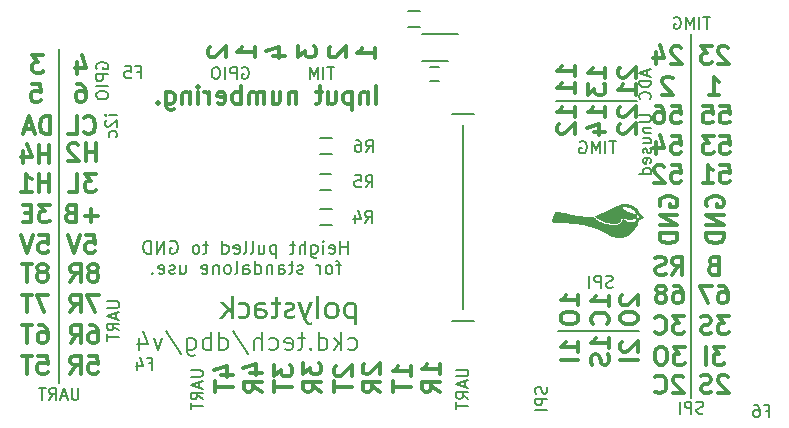
<source format=gbo>
G04 #@! TF.FileFunction,Legend,Bot*
%FSLAX46Y46*%
G04 Gerber Fmt 4.6, Leading zero omitted, Abs format (unit mm)*
G04 Created by KiCad (PCBNEW 4.0.1-stable) date Tuesday, April 12, 2016 'PMt' 11:18:50 PM*
%MOMM*%
G01*
G04 APERTURE LIST*
%ADD10C,0.100000*%
%ADD11C,0.175000*%
%ADD12C,0.300000*%
%ADD13C,0.200000*%
%ADD14C,0.010000*%
%ADD15C,0.150000*%
G04 APERTURE END LIST*
D10*
D11*
X130302381Y-99345238D02*
X129635714Y-99345238D01*
X129302381Y-99345238D02*
X129350000Y-99297619D01*
X129397619Y-99345238D01*
X129350000Y-99392857D01*
X129302381Y-99345238D01*
X129397619Y-99345238D01*
X129397619Y-99773809D02*
X129350000Y-99821428D01*
X129302381Y-99916666D01*
X129302381Y-100154762D01*
X129350000Y-100250000D01*
X129397619Y-100297619D01*
X129492857Y-100345238D01*
X129588095Y-100345238D01*
X129730952Y-100297619D01*
X130302381Y-99726190D01*
X130302381Y-100345238D01*
X130254762Y-101202381D02*
X130302381Y-101107143D01*
X130302381Y-100916666D01*
X130254762Y-100821428D01*
X130207143Y-100773809D01*
X130111905Y-100726190D01*
X129826190Y-100726190D01*
X129730952Y-100773809D01*
X129683333Y-100821428D01*
X129635714Y-100916666D01*
X129635714Y-101107143D01*
X129683333Y-101202381D01*
X127045238Y-122452381D02*
X127045238Y-123261905D01*
X126997619Y-123357143D01*
X126950000Y-123404762D01*
X126854762Y-123452381D01*
X126664285Y-123452381D01*
X126569047Y-123404762D01*
X126521428Y-123357143D01*
X126473809Y-123261905D01*
X126473809Y-122452381D01*
X126045238Y-123166667D02*
X125569047Y-123166667D01*
X126140476Y-123452381D02*
X125807143Y-122452381D01*
X125473809Y-123452381D01*
X124569047Y-123452381D02*
X124902381Y-122976190D01*
X125140476Y-123452381D02*
X125140476Y-122452381D01*
X124759523Y-122452381D01*
X124664285Y-122500000D01*
X124616666Y-122547619D01*
X124569047Y-122642857D01*
X124569047Y-122785714D01*
X124616666Y-122880952D01*
X124664285Y-122928571D01*
X124759523Y-122976190D01*
X125140476Y-122976190D01*
X124283333Y-122452381D02*
X123711904Y-122452381D01*
X123997619Y-123452381D02*
X123997619Y-122452381D01*
X172575238Y-101572381D02*
X172003809Y-101572381D01*
X172289524Y-102572381D02*
X172289524Y-101572381D01*
X171670476Y-102572381D02*
X171670476Y-101572381D01*
X171194286Y-102572381D02*
X171194286Y-101572381D01*
X170860952Y-102286667D01*
X170527619Y-101572381D01*
X170527619Y-102572381D01*
X169527619Y-101620000D02*
X169622857Y-101572381D01*
X169765714Y-101572381D01*
X169908572Y-101620000D01*
X170003810Y-101715238D01*
X170051429Y-101810476D01*
X170099048Y-102000952D01*
X170099048Y-102143810D01*
X170051429Y-102334286D01*
X170003810Y-102429524D01*
X169908572Y-102524762D01*
X169765714Y-102572381D01*
X169670476Y-102572381D01*
X169527619Y-102524762D01*
X169480000Y-102477143D01*
X169480000Y-102143810D01*
X169670476Y-102143810D01*
X180545238Y-91042381D02*
X179973809Y-91042381D01*
X180259524Y-92042381D02*
X180259524Y-91042381D01*
X179640476Y-92042381D02*
X179640476Y-91042381D01*
X179164286Y-92042381D02*
X179164286Y-91042381D01*
X178830952Y-91756667D01*
X178497619Y-91042381D01*
X178497619Y-92042381D01*
X177497619Y-91090000D02*
X177592857Y-91042381D01*
X177735714Y-91042381D01*
X177878572Y-91090000D01*
X177973810Y-91185238D01*
X178021429Y-91280476D01*
X178069048Y-91470952D01*
X178069048Y-91613810D01*
X178021429Y-91804286D01*
X177973810Y-91899524D01*
X177878572Y-91994762D01*
X177735714Y-92042381D01*
X177640476Y-92042381D01*
X177497619Y-91994762D01*
X177450000Y-91947143D01*
X177450000Y-91613810D01*
X177640476Y-91613810D01*
X175236667Y-95531905D02*
X175236667Y-96008096D01*
X175522381Y-95436667D02*
X174522381Y-95770000D01*
X175522381Y-96103334D01*
X175522381Y-96436667D02*
X174522381Y-96436667D01*
X174522381Y-96674762D01*
X174570000Y-96817620D01*
X174665238Y-96912858D01*
X174760476Y-96960477D01*
X174950952Y-97008096D01*
X175093810Y-97008096D01*
X175284286Y-96960477D01*
X175379524Y-96912858D01*
X175474762Y-96817620D01*
X175522381Y-96674762D01*
X175522381Y-96436667D01*
X175427143Y-98008096D02*
X175474762Y-97960477D01*
X175522381Y-97817620D01*
X175522381Y-97722382D01*
X175474762Y-97579524D01*
X175379524Y-97484286D01*
X175284286Y-97436667D01*
X175093810Y-97389048D01*
X174950952Y-97389048D01*
X174760476Y-97436667D01*
X174665238Y-97484286D01*
X174570000Y-97579524D01*
X174522381Y-97722382D01*
X174522381Y-97817620D01*
X174570000Y-97960477D01*
X174617619Y-98008096D01*
X174532381Y-99353809D02*
X175341905Y-99353809D01*
X175437143Y-99401428D01*
X175484762Y-99449047D01*
X175532381Y-99544285D01*
X175532381Y-99734762D01*
X175484762Y-99830000D01*
X175437143Y-99877619D01*
X175341905Y-99925238D01*
X174532381Y-99925238D01*
X174865714Y-100401428D02*
X175532381Y-100401428D01*
X174960952Y-100401428D02*
X174913333Y-100449047D01*
X174865714Y-100544285D01*
X174865714Y-100687143D01*
X174913333Y-100782381D01*
X175008571Y-100830000D01*
X175532381Y-100830000D01*
X174865714Y-101734762D02*
X175532381Y-101734762D01*
X174865714Y-101306190D02*
X175389524Y-101306190D01*
X175484762Y-101353809D01*
X175532381Y-101449047D01*
X175532381Y-101591905D01*
X175484762Y-101687143D01*
X175437143Y-101734762D01*
X175484762Y-102163333D02*
X175532381Y-102258571D01*
X175532381Y-102449047D01*
X175484762Y-102544286D01*
X175389524Y-102591905D01*
X175341905Y-102591905D01*
X175246667Y-102544286D01*
X175199048Y-102449047D01*
X175199048Y-102306190D01*
X175151429Y-102210952D01*
X175056190Y-102163333D01*
X175008571Y-102163333D01*
X174913333Y-102210952D01*
X174865714Y-102306190D01*
X174865714Y-102449047D01*
X174913333Y-102544286D01*
X175484762Y-103401429D02*
X175532381Y-103306191D01*
X175532381Y-103115714D01*
X175484762Y-103020476D01*
X175389524Y-102972857D01*
X175008571Y-102972857D01*
X174913333Y-103020476D01*
X174865714Y-103115714D01*
X174865714Y-103306191D01*
X174913333Y-103401429D01*
X175008571Y-103449048D01*
X175103810Y-103449048D01*
X175199048Y-102972857D01*
X175532381Y-104306191D02*
X174532381Y-104306191D01*
X175484762Y-104306191D02*
X175532381Y-104210953D01*
X175532381Y-104020476D01*
X175484762Y-103925238D01*
X175437143Y-103877619D01*
X175341905Y-103830000D01*
X175056190Y-103830000D01*
X174960952Y-103877619D01*
X174913333Y-103925238D01*
X174865714Y-104020476D01*
X174865714Y-104210953D01*
X174913333Y-104306191D01*
X179953809Y-124574762D02*
X179810952Y-124622381D01*
X179572856Y-124622381D01*
X179477618Y-124574762D01*
X179429999Y-124527143D01*
X179382380Y-124431905D01*
X179382380Y-124336667D01*
X179429999Y-124241429D01*
X179477618Y-124193810D01*
X179572856Y-124146190D01*
X179763333Y-124098571D01*
X179858571Y-124050952D01*
X179906190Y-124003333D01*
X179953809Y-123908095D01*
X179953809Y-123812857D01*
X179906190Y-123717619D01*
X179858571Y-123670000D01*
X179763333Y-123622381D01*
X179525237Y-123622381D01*
X179382380Y-123670000D01*
X178953809Y-124622381D02*
X178953809Y-123622381D01*
X178572856Y-123622381D01*
X178477618Y-123670000D01*
X178429999Y-123717619D01*
X178382380Y-123812857D01*
X178382380Y-123955714D01*
X178429999Y-124050952D01*
X178477618Y-124098571D01*
X178572856Y-124146190D01*
X178953809Y-124146190D01*
X177953809Y-124622381D02*
X177953809Y-123622381D01*
X172283809Y-113904762D02*
X172140952Y-113952381D01*
X171902856Y-113952381D01*
X171807618Y-113904762D01*
X171759999Y-113857143D01*
X171712380Y-113761905D01*
X171712380Y-113666667D01*
X171759999Y-113571429D01*
X171807618Y-113523810D01*
X171902856Y-113476190D01*
X172093333Y-113428571D01*
X172188571Y-113380952D01*
X172236190Y-113333333D01*
X172283809Y-113238095D01*
X172283809Y-113142857D01*
X172236190Y-113047619D01*
X172188571Y-113000000D01*
X172093333Y-112952381D01*
X171855237Y-112952381D01*
X171712380Y-113000000D01*
X171283809Y-113952381D02*
X171283809Y-112952381D01*
X170902856Y-112952381D01*
X170807618Y-113000000D01*
X170759999Y-113047619D01*
X170712380Y-113142857D01*
X170712380Y-113285714D01*
X170759999Y-113380952D01*
X170807618Y-113428571D01*
X170902856Y-113476190D01*
X171283809Y-113476190D01*
X170283809Y-113952381D02*
X170283809Y-112952381D01*
X166704762Y-122356191D02*
X166752381Y-122499048D01*
X166752381Y-122737144D01*
X166704762Y-122832382D01*
X166657143Y-122880001D01*
X166561905Y-122927620D01*
X166466667Y-122927620D01*
X166371429Y-122880001D01*
X166323810Y-122832382D01*
X166276190Y-122737144D01*
X166228571Y-122546667D01*
X166180952Y-122451429D01*
X166133333Y-122403810D01*
X166038095Y-122356191D01*
X165942857Y-122356191D01*
X165847619Y-122403810D01*
X165800000Y-122451429D01*
X165752381Y-122546667D01*
X165752381Y-122784763D01*
X165800000Y-122927620D01*
X166752381Y-123356191D02*
X165752381Y-123356191D01*
X165752381Y-123737144D01*
X165800000Y-123832382D01*
X165847619Y-123880001D01*
X165942857Y-123927620D01*
X166085714Y-123927620D01*
X166180952Y-123880001D01*
X166228571Y-123832382D01*
X166276190Y-123737144D01*
X166276190Y-123356191D01*
X166752381Y-124356191D02*
X165752381Y-124356191D01*
X159052381Y-120894762D02*
X159861905Y-120894762D01*
X159957143Y-120942381D01*
X160004762Y-120990000D01*
X160052381Y-121085238D01*
X160052381Y-121275715D01*
X160004762Y-121370953D01*
X159957143Y-121418572D01*
X159861905Y-121466191D01*
X159052381Y-121466191D01*
X159766667Y-121894762D02*
X159766667Y-122370953D01*
X160052381Y-121799524D02*
X159052381Y-122132857D01*
X160052381Y-122466191D01*
X160052381Y-123370953D02*
X159576190Y-123037619D01*
X160052381Y-122799524D02*
X159052381Y-122799524D01*
X159052381Y-123180477D01*
X159100000Y-123275715D01*
X159147619Y-123323334D01*
X159242857Y-123370953D01*
X159385714Y-123370953D01*
X159480952Y-123323334D01*
X159528571Y-123275715D01*
X159576190Y-123180477D01*
X159576190Y-122799524D01*
X159052381Y-123656667D02*
X159052381Y-124228096D01*
X160052381Y-123942381D02*
X159052381Y-123942381D01*
X136562381Y-120934762D02*
X137371905Y-120934762D01*
X137467143Y-120982381D01*
X137514762Y-121030000D01*
X137562381Y-121125238D01*
X137562381Y-121315715D01*
X137514762Y-121410953D01*
X137467143Y-121458572D01*
X137371905Y-121506191D01*
X136562381Y-121506191D01*
X137276667Y-121934762D02*
X137276667Y-122410953D01*
X137562381Y-121839524D02*
X136562381Y-122172857D01*
X137562381Y-122506191D01*
X137562381Y-123410953D02*
X137086190Y-123077619D01*
X137562381Y-122839524D02*
X136562381Y-122839524D01*
X136562381Y-123220477D01*
X136610000Y-123315715D01*
X136657619Y-123363334D01*
X136752857Y-123410953D01*
X136895714Y-123410953D01*
X136990952Y-123363334D01*
X137038571Y-123315715D01*
X137086190Y-123220477D01*
X137086190Y-122839524D01*
X136562381Y-123696667D02*
X136562381Y-124268096D01*
X137562381Y-123982381D02*
X136562381Y-123982381D01*
X129502381Y-115104762D02*
X130311905Y-115104762D01*
X130407143Y-115152381D01*
X130454762Y-115200000D01*
X130502381Y-115295238D01*
X130502381Y-115485715D01*
X130454762Y-115580953D01*
X130407143Y-115628572D01*
X130311905Y-115676191D01*
X129502381Y-115676191D01*
X130216667Y-116104762D02*
X130216667Y-116580953D01*
X130502381Y-116009524D02*
X129502381Y-116342857D01*
X130502381Y-116676191D01*
X130502381Y-117580953D02*
X130026190Y-117247619D01*
X130502381Y-117009524D02*
X129502381Y-117009524D01*
X129502381Y-117390477D01*
X129550000Y-117485715D01*
X129597619Y-117533334D01*
X129692857Y-117580953D01*
X129835714Y-117580953D01*
X129930952Y-117533334D01*
X129978571Y-117485715D01*
X130026190Y-117390477D01*
X130026190Y-117009524D01*
X129502381Y-117866667D02*
X129502381Y-118438096D01*
X130502381Y-118152381D02*
X129502381Y-118152381D01*
X148705238Y-95302381D02*
X148133809Y-95302381D01*
X148419524Y-96302381D02*
X148419524Y-95302381D01*
X147800476Y-96302381D02*
X147800476Y-95302381D01*
X147324286Y-96302381D02*
X147324286Y-95302381D01*
X146990952Y-96016667D01*
X146657619Y-95302381D01*
X146657619Y-96302381D01*
X140929999Y-95320000D02*
X141025237Y-95272381D01*
X141168094Y-95272381D01*
X141310952Y-95320000D01*
X141406190Y-95415238D01*
X141453809Y-95510476D01*
X141501428Y-95700952D01*
X141501428Y-95843810D01*
X141453809Y-96034286D01*
X141406190Y-96129524D01*
X141310952Y-96224762D01*
X141168094Y-96272381D01*
X141072856Y-96272381D01*
X140929999Y-96224762D01*
X140882380Y-96177143D01*
X140882380Y-95843810D01*
X141072856Y-95843810D01*
X140453809Y-96272381D02*
X140453809Y-95272381D01*
X140072856Y-95272381D01*
X139977618Y-95320000D01*
X139929999Y-95367619D01*
X139882380Y-95462857D01*
X139882380Y-95605714D01*
X139929999Y-95700952D01*
X139977618Y-95748571D01*
X140072856Y-95796190D01*
X140453809Y-95796190D01*
X139453809Y-96272381D02*
X139453809Y-95272381D01*
X138787143Y-95272381D02*
X138596666Y-95272381D01*
X138501428Y-95320000D01*
X138406190Y-95415238D01*
X138358571Y-95605714D01*
X138358571Y-95939048D01*
X138406190Y-96129524D01*
X138501428Y-96224762D01*
X138596666Y-96272381D01*
X138787143Y-96272381D01*
X138882381Y-96224762D01*
X138977619Y-96129524D01*
X139025238Y-95939048D01*
X139025238Y-95605714D01*
X138977619Y-95415238D01*
X138882381Y-95320000D01*
X138787143Y-95272381D01*
X128620000Y-95430001D02*
X128572381Y-95334763D01*
X128572381Y-95191906D01*
X128620000Y-95049048D01*
X128715238Y-94953810D01*
X128810476Y-94906191D01*
X129000952Y-94858572D01*
X129143810Y-94858572D01*
X129334286Y-94906191D01*
X129429524Y-94953810D01*
X129524762Y-95049048D01*
X129572381Y-95191906D01*
X129572381Y-95287144D01*
X129524762Y-95430001D01*
X129477143Y-95477620D01*
X129143810Y-95477620D01*
X129143810Y-95287144D01*
X129572381Y-95906191D02*
X128572381Y-95906191D01*
X128572381Y-96287144D01*
X128620000Y-96382382D01*
X128667619Y-96430001D01*
X128762857Y-96477620D01*
X128905714Y-96477620D01*
X129000952Y-96430001D01*
X129048571Y-96382382D01*
X129096190Y-96287144D01*
X129096190Y-95906191D01*
X129572381Y-96906191D02*
X128572381Y-96906191D01*
X128572381Y-97572857D02*
X128572381Y-97763334D01*
X128620000Y-97858572D01*
X128715238Y-97953810D01*
X128905714Y-98001429D01*
X129239048Y-98001429D01*
X129429524Y-97953810D01*
X129524762Y-97858572D01*
X129572381Y-97763334D01*
X129572381Y-97572857D01*
X129524762Y-97477619D01*
X129429524Y-97382381D01*
X129239048Y-97334762D01*
X128905714Y-97334762D01*
X128715238Y-97382381D01*
X128620000Y-97477619D01*
X128572381Y-97572857D01*
D12*
X128727828Y-107853943D02*
X127584971Y-107853943D01*
X128156400Y-108425371D02*
X128156400Y-107282514D01*
X126370685Y-107639657D02*
X126156399Y-107711086D01*
X126084971Y-107782514D01*
X126013542Y-107925371D01*
X126013542Y-108139657D01*
X126084971Y-108282514D01*
X126156399Y-108353943D01*
X126299257Y-108425371D01*
X126870685Y-108425371D01*
X126870685Y-106925371D01*
X126370685Y-106925371D01*
X126227828Y-106996800D01*
X126156399Y-107068229D01*
X126084971Y-107211086D01*
X126084971Y-107353943D01*
X126156399Y-107496800D01*
X126227828Y-107568229D01*
X126370685Y-107639657D01*
X126870685Y-107639657D01*
X128513542Y-104334571D02*
X127584971Y-104334571D01*
X128084971Y-104906000D01*
X127870685Y-104906000D01*
X127727828Y-104977429D01*
X127656399Y-105048857D01*
X127584971Y-105191714D01*
X127584971Y-105548857D01*
X127656399Y-105691714D01*
X127727828Y-105763143D01*
X127870685Y-105834571D01*
X128299257Y-105834571D01*
X128442114Y-105763143D01*
X128513542Y-105691714D01*
X126227828Y-105834571D02*
X126942114Y-105834571D01*
X126942114Y-104334571D01*
D11*
X149872855Y-111080119D02*
X149872855Y-109980119D01*
X149872855Y-110503929D02*
X149244284Y-110503929D01*
X149244284Y-111080119D02*
X149244284Y-109980119D01*
X148301427Y-111027738D02*
X148406189Y-111080119D01*
X148615712Y-111080119D01*
X148720474Y-111027738D01*
X148772855Y-110922976D01*
X148772855Y-110503929D01*
X148720474Y-110399167D01*
X148615712Y-110346786D01*
X148406189Y-110346786D01*
X148301427Y-110399167D01*
X148249046Y-110503929D01*
X148249046Y-110608690D01*
X148772855Y-110713452D01*
X147777617Y-111080119D02*
X147777617Y-110346786D01*
X147777617Y-109980119D02*
X147829998Y-110032500D01*
X147777617Y-110084881D01*
X147725236Y-110032500D01*
X147777617Y-109980119D01*
X147777617Y-110084881D01*
X146782379Y-110346786D02*
X146782379Y-111237262D01*
X146834760Y-111342024D01*
X146887141Y-111394405D01*
X146991902Y-111446786D01*
X147149045Y-111446786D01*
X147253807Y-111394405D01*
X146782379Y-111027738D02*
X146887141Y-111080119D01*
X147096664Y-111080119D01*
X147201426Y-111027738D01*
X147253807Y-110975357D01*
X147306188Y-110870595D01*
X147306188Y-110556310D01*
X147253807Y-110451548D01*
X147201426Y-110399167D01*
X147096664Y-110346786D01*
X146887141Y-110346786D01*
X146782379Y-110399167D01*
X146258569Y-111080119D02*
X146258569Y-109980119D01*
X145787141Y-111080119D02*
X145787141Y-110503929D01*
X145839522Y-110399167D01*
X145944284Y-110346786D01*
X146101426Y-110346786D01*
X146206188Y-110399167D01*
X146258569Y-110451548D01*
X145420474Y-110346786D02*
X145001426Y-110346786D01*
X145263331Y-109980119D02*
X145263331Y-110922976D01*
X145210950Y-111027738D01*
X145106188Y-111080119D01*
X145001426Y-111080119D01*
X143796665Y-110346786D02*
X143796665Y-111446786D01*
X143796665Y-110399167D02*
X143691903Y-110346786D01*
X143482380Y-110346786D01*
X143377618Y-110399167D01*
X143325237Y-110451548D01*
X143272856Y-110556310D01*
X143272856Y-110870595D01*
X143325237Y-110975357D01*
X143377618Y-111027738D01*
X143482380Y-111080119D01*
X143691903Y-111080119D01*
X143796665Y-111027738D01*
X142329999Y-110346786D02*
X142329999Y-111080119D01*
X142801427Y-110346786D02*
X142801427Y-110922976D01*
X142749046Y-111027738D01*
X142644284Y-111080119D01*
X142487142Y-111080119D01*
X142382380Y-111027738D01*
X142329999Y-110975357D01*
X141649046Y-111080119D02*
X141753808Y-111027738D01*
X141806189Y-110922976D01*
X141806189Y-109980119D01*
X141072856Y-111080119D02*
X141177618Y-111027738D01*
X141229999Y-110922976D01*
X141229999Y-109980119D01*
X140234762Y-111027738D02*
X140339524Y-111080119D01*
X140549047Y-111080119D01*
X140653809Y-111027738D01*
X140706190Y-110922976D01*
X140706190Y-110503929D01*
X140653809Y-110399167D01*
X140549047Y-110346786D01*
X140339524Y-110346786D01*
X140234762Y-110399167D01*
X140182381Y-110503929D01*
X140182381Y-110608690D01*
X140706190Y-110713452D01*
X139239524Y-111080119D02*
X139239524Y-109980119D01*
X139239524Y-111027738D02*
X139344286Y-111080119D01*
X139553809Y-111080119D01*
X139658571Y-111027738D01*
X139710952Y-110975357D01*
X139763333Y-110870595D01*
X139763333Y-110556310D01*
X139710952Y-110451548D01*
X139658571Y-110399167D01*
X139553809Y-110346786D01*
X139344286Y-110346786D01*
X139239524Y-110399167D01*
X138034762Y-110346786D02*
X137615714Y-110346786D01*
X137877619Y-109980119D02*
X137877619Y-110922976D01*
X137825238Y-111027738D01*
X137720476Y-111080119D01*
X137615714Y-111080119D01*
X137091905Y-111080119D02*
X137196667Y-111027738D01*
X137249048Y-110975357D01*
X137301429Y-110870595D01*
X137301429Y-110556310D01*
X137249048Y-110451548D01*
X137196667Y-110399167D01*
X137091905Y-110346786D01*
X136934763Y-110346786D01*
X136830001Y-110399167D01*
X136777620Y-110451548D01*
X136725239Y-110556310D01*
X136725239Y-110870595D01*
X136777620Y-110975357D01*
X136830001Y-111027738D01*
X136934763Y-111080119D01*
X137091905Y-111080119D01*
X134839525Y-110032500D02*
X134944287Y-109980119D01*
X135101430Y-109980119D01*
X135258572Y-110032500D01*
X135363334Y-110137262D01*
X135415715Y-110242024D01*
X135468096Y-110451548D01*
X135468096Y-110608690D01*
X135415715Y-110818214D01*
X135363334Y-110922976D01*
X135258572Y-111027738D01*
X135101430Y-111080119D01*
X134996668Y-111080119D01*
X134839525Y-111027738D01*
X134787144Y-110975357D01*
X134787144Y-110608690D01*
X134996668Y-110608690D01*
X134315715Y-111080119D02*
X134315715Y-109980119D01*
X133687144Y-111080119D01*
X133687144Y-109980119D01*
X133163334Y-111080119D02*
X133163334Y-109980119D01*
X132901429Y-109980119D01*
X132744287Y-110032500D01*
X132639525Y-110137262D01*
X132587144Y-110242024D01*
X132534763Y-110451548D01*
X132534763Y-110608690D01*
X132587144Y-110818214D01*
X132639525Y-110922976D01*
X132744287Y-111027738D01*
X132901429Y-111080119D01*
X133163334Y-111080119D01*
X149296665Y-112061786D02*
X148877617Y-112061786D01*
X149139522Y-112795119D02*
X149139522Y-111852262D01*
X149087141Y-111747500D01*
X148982379Y-111695119D01*
X148877617Y-111695119D01*
X148353808Y-112795119D02*
X148458570Y-112742738D01*
X148510951Y-112690357D01*
X148563332Y-112585595D01*
X148563332Y-112271310D01*
X148510951Y-112166548D01*
X148458570Y-112114167D01*
X148353808Y-112061786D01*
X148196666Y-112061786D01*
X148091904Y-112114167D01*
X148039523Y-112166548D01*
X147987142Y-112271310D01*
X147987142Y-112585595D01*
X148039523Y-112690357D01*
X148091904Y-112742738D01*
X148196666Y-112795119D01*
X148353808Y-112795119D01*
X147515713Y-112795119D02*
X147515713Y-112061786D01*
X147515713Y-112271310D02*
X147463332Y-112166548D01*
X147410951Y-112114167D01*
X147306189Y-112061786D01*
X147201428Y-112061786D01*
X146049047Y-112742738D02*
X145944285Y-112795119D01*
X145734761Y-112795119D01*
X145630000Y-112742738D01*
X145577619Y-112637976D01*
X145577619Y-112585595D01*
X145630000Y-112480833D01*
X145734761Y-112428452D01*
X145891904Y-112428452D01*
X145996666Y-112376071D01*
X146049047Y-112271310D01*
X146049047Y-112218929D01*
X145996666Y-112114167D01*
X145891904Y-112061786D01*
X145734761Y-112061786D01*
X145630000Y-112114167D01*
X145263333Y-112061786D02*
X144844285Y-112061786D01*
X145106190Y-111695119D02*
X145106190Y-112637976D01*
X145053809Y-112742738D01*
X144949047Y-112795119D01*
X144844285Y-112795119D01*
X144006191Y-112795119D02*
X144006191Y-112218929D01*
X144058572Y-112114167D01*
X144163334Y-112061786D01*
X144372857Y-112061786D01*
X144477619Y-112114167D01*
X144006191Y-112742738D02*
X144110953Y-112795119D01*
X144372857Y-112795119D01*
X144477619Y-112742738D01*
X144530000Y-112637976D01*
X144530000Y-112533214D01*
X144477619Y-112428452D01*
X144372857Y-112376071D01*
X144110953Y-112376071D01*
X144006191Y-112323690D01*
X143482381Y-112061786D02*
X143482381Y-112795119D01*
X143482381Y-112166548D02*
X143430000Y-112114167D01*
X143325238Y-112061786D01*
X143168096Y-112061786D01*
X143063334Y-112114167D01*
X143010953Y-112218929D01*
X143010953Y-112795119D01*
X142015715Y-112795119D02*
X142015715Y-111695119D01*
X142015715Y-112742738D02*
X142120477Y-112795119D01*
X142330000Y-112795119D01*
X142434762Y-112742738D01*
X142487143Y-112690357D01*
X142539524Y-112585595D01*
X142539524Y-112271310D01*
X142487143Y-112166548D01*
X142434762Y-112114167D01*
X142330000Y-112061786D01*
X142120477Y-112061786D01*
X142015715Y-112114167D01*
X141020477Y-112795119D02*
X141020477Y-112218929D01*
X141072858Y-112114167D01*
X141177620Y-112061786D01*
X141387143Y-112061786D01*
X141491905Y-112114167D01*
X141020477Y-112742738D02*
X141125239Y-112795119D01*
X141387143Y-112795119D01*
X141491905Y-112742738D01*
X141544286Y-112637976D01*
X141544286Y-112533214D01*
X141491905Y-112428452D01*
X141387143Y-112376071D01*
X141125239Y-112376071D01*
X141020477Y-112323690D01*
X140339524Y-112795119D02*
X140444286Y-112742738D01*
X140496667Y-112637976D01*
X140496667Y-111695119D01*
X139763334Y-112795119D02*
X139868096Y-112742738D01*
X139920477Y-112690357D01*
X139972858Y-112585595D01*
X139972858Y-112271310D01*
X139920477Y-112166548D01*
X139868096Y-112114167D01*
X139763334Y-112061786D01*
X139606192Y-112061786D01*
X139501430Y-112114167D01*
X139449049Y-112166548D01*
X139396668Y-112271310D01*
X139396668Y-112585595D01*
X139449049Y-112690357D01*
X139501430Y-112742738D01*
X139606192Y-112795119D01*
X139763334Y-112795119D01*
X138925239Y-112061786D02*
X138925239Y-112795119D01*
X138925239Y-112166548D02*
X138872858Y-112114167D01*
X138768096Y-112061786D01*
X138610954Y-112061786D01*
X138506192Y-112114167D01*
X138453811Y-112218929D01*
X138453811Y-112795119D01*
X137510954Y-112742738D02*
X137615716Y-112795119D01*
X137825239Y-112795119D01*
X137930001Y-112742738D01*
X137982382Y-112637976D01*
X137982382Y-112218929D01*
X137930001Y-112114167D01*
X137825239Y-112061786D01*
X137615716Y-112061786D01*
X137510954Y-112114167D01*
X137458573Y-112218929D01*
X137458573Y-112323690D01*
X137982382Y-112428452D01*
X135677621Y-112061786D02*
X135677621Y-112795119D01*
X136149049Y-112061786D02*
X136149049Y-112637976D01*
X136096668Y-112742738D01*
X135991906Y-112795119D01*
X135834764Y-112795119D01*
X135730002Y-112742738D01*
X135677621Y-112690357D01*
X135206192Y-112742738D02*
X135101430Y-112795119D01*
X134891906Y-112795119D01*
X134787145Y-112742738D01*
X134734764Y-112637976D01*
X134734764Y-112585595D01*
X134787145Y-112480833D01*
X134891906Y-112428452D01*
X135049049Y-112428452D01*
X135153811Y-112376071D01*
X135206192Y-112271310D01*
X135206192Y-112218929D01*
X135153811Y-112114167D01*
X135049049Y-112061786D01*
X134891906Y-112061786D01*
X134787145Y-112114167D01*
X133844288Y-112742738D02*
X133949050Y-112795119D01*
X134158573Y-112795119D01*
X134263335Y-112742738D01*
X134315716Y-112637976D01*
X134315716Y-112218929D01*
X134263335Y-112114167D01*
X134158573Y-112061786D01*
X133949050Y-112061786D01*
X133844288Y-112114167D01*
X133791907Y-112218929D01*
X133791907Y-112323690D01*
X134315716Y-112428452D01*
X133320478Y-112690357D02*
X133268097Y-112742738D01*
X133320478Y-112795119D01*
X133372859Y-112742738D01*
X133320478Y-112690357D01*
X133320478Y-112795119D01*
D12*
X172905029Y-98679143D02*
X172833600Y-98750572D01*
X172762171Y-98893429D01*
X172762171Y-99250572D01*
X172833600Y-99393429D01*
X172905029Y-99464858D01*
X173047886Y-99536286D01*
X173190743Y-99536286D01*
X173405029Y-99464858D01*
X174262171Y-98607715D01*
X174262171Y-99536286D01*
X172905029Y-100107714D02*
X172833600Y-100179143D01*
X172762171Y-100322000D01*
X172762171Y-100679143D01*
X172833600Y-100822000D01*
X172905029Y-100893429D01*
X173047886Y-100964857D01*
X173190743Y-100964857D01*
X173405029Y-100893429D01*
X174262171Y-100036286D01*
X174262171Y-100964857D01*
X171671371Y-99536286D02*
X171671371Y-98679143D01*
X171671371Y-99107715D02*
X170171371Y-99107715D01*
X170385657Y-98964858D01*
X170528514Y-98822000D01*
X170599943Y-98679143D01*
X170671371Y-100822000D02*
X171671371Y-100822000D01*
X170099943Y-100464857D02*
X171171371Y-100107714D01*
X171171371Y-101036286D01*
X169080571Y-99536286D02*
X169080571Y-98679143D01*
X169080571Y-99107715D02*
X167580571Y-99107715D01*
X167794857Y-98964858D01*
X167937714Y-98822000D01*
X168009143Y-98679143D01*
X167723429Y-100107714D02*
X167652000Y-100179143D01*
X167580571Y-100322000D01*
X167580571Y-100679143D01*
X167652000Y-100822000D01*
X167723429Y-100893429D01*
X167866286Y-100964857D01*
X168009143Y-100964857D01*
X168223429Y-100893429D01*
X169080571Y-100036286D01*
X169080571Y-100964857D01*
X172905029Y-95326343D02*
X172833600Y-95397772D01*
X172762171Y-95540629D01*
X172762171Y-95897772D01*
X172833600Y-96040629D01*
X172905029Y-96112058D01*
X173047886Y-96183486D01*
X173190743Y-96183486D01*
X173405029Y-96112058D01*
X174262171Y-95254915D01*
X174262171Y-96183486D01*
X174262171Y-97612057D02*
X174262171Y-96754914D01*
X174262171Y-97183486D02*
X172762171Y-97183486D01*
X172976457Y-97040629D01*
X173119314Y-96897771D01*
X173190743Y-96754914D01*
X171671371Y-96183486D02*
X171671371Y-95326343D01*
X171671371Y-95754915D02*
X170171371Y-95754915D01*
X170385657Y-95612058D01*
X170528514Y-95469200D01*
X170599943Y-95326343D01*
X170171371Y-96683486D02*
X170171371Y-97612057D01*
X170742800Y-97112057D01*
X170742800Y-97326343D01*
X170814229Y-97469200D01*
X170885657Y-97540629D01*
X171028514Y-97612057D01*
X171385657Y-97612057D01*
X171528514Y-97540629D01*
X171599943Y-97469200D01*
X171671371Y-97326343D01*
X171671371Y-96897771D01*
X171599943Y-96754914D01*
X171528514Y-96683486D01*
X169080571Y-96031086D02*
X169080571Y-95173943D01*
X169080571Y-95602515D02*
X167580571Y-95602515D01*
X167794857Y-95459658D01*
X167937714Y-95316800D01*
X168009143Y-95173943D01*
X169080571Y-97459657D02*
X169080571Y-96602514D01*
X169080571Y-97031086D02*
X167580571Y-97031086D01*
X167794857Y-96888229D01*
X167937714Y-96745371D01*
X168009143Y-96602514D01*
D13*
X167487600Y-98145600D02*
X174345600Y-98145600D01*
D12*
X182041657Y-93657029D02*
X181970228Y-93585600D01*
X181827371Y-93514171D01*
X181470228Y-93514171D01*
X181327371Y-93585600D01*
X181255942Y-93657029D01*
X181184514Y-93799886D01*
X181184514Y-93942743D01*
X181255942Y-94157029D01*
X182113085Y-95014171D01*
X181184514Y-95014171D01*
X180684514Y-93514171D02*
X179755943Y-93514171D01*
X180255943Y-94085600D01*
X180041657Y-94085600D01*
X179898800Y-94157029D01*
X179827371Y-94228457D01*
X179755943Y-94371314D01*
X179755943Y-94728457D01*
X179827371Y-94871314D01*
X179898800Y-94942743D01*
X180041657Y-95014171D01*
X180470229Y-95014171D01*
X180613086Y-94942743D01*
X180684514Y-94871314D01*
X178079257Y-93657029D02*
X178007828Y-93585600D01*
X177864971Y-93514171D01*
X177507828Y-93514171D01*
X177364971Y-93585600D01*
X177293542Y-93657029D01*
X177222114Y-93799886D01*
X177222114Y-93942743D01*
X177293542Y-94157029D01*
X178150685Y-95014171D01*
X177222114Y-95014171D01*
X175936400Y-94014171D02*
X175936400Y-95014171D01*
X176293543Y-93442743D02*
X176650686Y-94514171D01*
X175722114Y-94514171D01*
X177364971Y-96247829D02*
X177293542Y-96176400D01*
X177150685Y-96104971D01*
X176793542Y-96104971D01*
X176650685Y-96176400D01*
X176579256Y-96247829D01*
X176507828Y-96390686D01*
X176507828Y-96533543D01*
X176579256Y-96747829D01*
X177436399Y-97604971D01*
X176507828Y-97604971D01*
X180470228Y-97604971D02*
X181327371Y-97604971D01*
X180898799Y-97604971D02*
X180898799Y-96104971D01*
X181041656Y-96319257D01*
X181184514Y-96462114D01*
X181327371Y-96533543D01*
X181408342Y-98543371D02*
X182122628Y-98543371D01*
X182194057Y-99257657D01*
X182122628Y-99186229D01*
X181979771Y-99114800D01*
X181622628Y-99114800D01*
X181479771Y-99186229D01*
X181408342Y-99257657D01*
X181336914Y-99400514D01*
X181336914Y-99757657D01*
X181408342Y-99900514D01*
X181479771Y-99971943D01*
X181622628Y-100043371D01*
X181979771Y-100043371D01*
X182122628Y-99971943D01*
X182194057Y-99900514D01*
X179979771Y-98543371D02*
X180694057Y-98543371D01*
X180765486Y-99257657D01*
X180694057Y-99186229D01*
X180551200Y-99114800D01*
X180194057Y-99114800D01*
X180051200Y-99186229D01*
X179979771Y-99257657D01*
X179908343Y-99400514D01*
X179908343Y-99757657D01*
X179979771Y-99900514D01*
X180051200Y-99971943D01*
X180194057Y-100043371D01*
X180551200Y-100043371D01*
X180694057Y-99971943D01*
X180765486Y-99900514D01*
X177293542Y-98543371D02*
X178007828Y-98543371D01*
X178079257Y-99257657D01*
X178007828Y-99186229D01*
X177864971Y-99114800D01*
X177507828Y-99114800D01*
X177364971Y-99186229D01*
X177293542Y-99257657D01*
X177222114Y-99400514D01*
X177222114Y-99757657D01*
X177293542Y-99900514D01*
X177364971Y-99971943D01*
X177507828Y-100043371D01*
X177864971Y-100043371D01*
X178007828Y-99971943D01*
X178079257Y-99900514D01*
X175936400Y-98543371D02*
X176222114Y-98543371D01*
X176364971Y-98614800D01*
X176436400Y-98686229D01*
X176579257Y-98900514D01*
X176650686Y-99186229D01*
X176650686Y-99757657D01*
X176579257Y-99900514D01*
X176507829Y-99971943D01*
X176364971Y-100043371D01*
X176079257Y-100043371D01*
X175936400Y-99971943D01*
X175864971Y-99900514D01*
X175793543Y-99757657D01*
X175793543Y-99400514D01*
X175864971Y-99257657D01*
X175936400Y-99186229D01*
X176079257Y-99114800D01*
X176364971Y-99114800D01*
X176507829Y-99186229D01*
X176579257Y-99257657D01*
X176650686Y-99400514D01*
X177293542Y-101134171D02*
X178007828Y-101134171D01*
X178079257Y-101848457D01*
X178007828Y-101777029D01*
X177864971Y-101705600D01*
X177507828Y-101705600D01*
X177364971Y-101777029D01*
X177293542Y-101848457D01*
X177222114Y-101991314D01*
X177222114Y-102348457D01*
X177293542Y-102491314D01*
X177364971Y-102562743D01*
X177507828Y-102634171D01*
X177864971Y-102634171D01*
X178007828Y-102562743D01*
X178079257Y-102491314D01*
X175936400Y-101634171D02*
X175936400Y-102634171D01*
X176293543Y-101062743D02*
X176650686Y-102134171D01*
X175722114Y-102134171D01*
X181408342Y-101134171D02*
X182122628Y-101134171D01*
X182194057Y-101848457D01*
X182122628Y-101777029D01*
X181979771Y-101705600D01*
X181622628Y-101705600D01*
X181479771Y-101777029D01*
X181408342Y-101848457D01*
X181336914Y-101991314D01*
X181336914Y-102348457D01*
X181408342Y-102491314D01*
X181479771Y-102562743D01*
X181622628Y-102634171D01*
X181979771Y-102634171D01*
X182122628Y-102562743D01*
X182194057Y-102491314D01*
X180836914Y-101134171D02*
X179908343Y-101134171D01*
X180408343Y-101705600D01*
X180194057Y-101705600D01*
X180051200Y-101777029D01*
X179979771Y-101848457D01*
X179908343Y-101991314D01*
X179908343Y-102348457D01*
X179979771Y-102491314D01*
X180051200Y-102562743D01*
X180194057Y-102634171D01*
X180622629Y-102634171D01*
X180765486Y-102562743D01*
X180836914Y-102491314D01*
X181408342Y-103572571D02*
X182122628Y-103572571D01*
X182194057Y-104286857D01*
X182122628Y-104215429D01*
X181979771Y-104144000D01*
X181622628Y-104144000D01*
X181479771Y-104215429D01*
X181408342Y-104286857D01*
X181336914Y-104429714D01*
X181336914Y-104786857D01*
X181408342Y-104929714D01*
X181479771Y-105001143D01*
X181622628Y-105072571D01*
X181979771Y-105072571D01*
X182122628Y-105001143D01*
X182194057Y-104929714D01*
X179908343Y-105072571D02*
X180765486Y-105072571D01*
X180336914Y-105072571D02*
X180336914Y-103572571D01*
X180479771Y-103786857D01*
X180622629Y-103929714D01*
X180765486Y-104001143D01*
X177293542Y-103572571D02*
X178007828Y-103572571D01*
X178079257Y-104286857D01*
X178007828Y-104215429D01*
X177864971Y-104144000D01*
X177507828Y-104144000D01*
X177364971Y-104215429D01*
X177293542Y-104286857D01*
X177222114Y-104429714D01*
X177222114Y-104786857D01*
X177293542Y-104929714D01*
X177364971Y-105001143D01*
X177507828Y-105072571D01*
X177864971Y-105072571D01*
X178007828Y-105001143D01*
X178079257Y-104929714D01*
X176650686Y-103715429D02*
X176579257Y-103644000D01*
X176436400Y-103572571D01*
X176079257Y-103572571D01*
X175936400Y-103644000D01*
X175864971Y-103715429D01*
X175793543Y-103858286D01*
X175793543Y-104001143D01*
X175864971Y-104215429D01*
X176722114Y-105072571D01*
X175793543Y-105072571D01*
X180301200Y-107061143D02*
X180229771Y-106918286D01*
X180229771Y-106704000D01*
X180301200Y-106489715D01*
X180444057Y-106346857D01*
X180586914Y-106275429D01*
X180872629Y-106204000D01*
X181086914Y-106204000D01*
X181372629Y-106275429D01*
X181515486Y-106346857D01*
X181658343Y-106489715D01*
X181729771Y-106704000D01*
X181729771Y-106846857D01*
X181658343Y-107061143D01*
X181586914Y-107132572D01*
X181086914Y-107132572D01*
X181086914Y-106846857D01*
X181729771Y-107775429D02*
X180229771Y-107775429D01*
X181729771Y-108632572D01*
X180229771Y-108632572D01*
X181729771Y-109346858D02*
X180229771Y-109346858D01*
X180229771Y-109704001D01*
X180301200Y-109918286D01*
X180444057Y-110061144D01*
X180586914Y-110132572D01*
X180872629Y-110204001D01*
X181086914Y-110204001D01*
X181372629Y-110132572D01*
X181515486Y-110061144D01*
X181658343Y-109918286D01*
X181729771Y-109704001D01*
X181729771Y-109346858D01*
X176338800Y-107061143D02*
X176267371Y-106918286D01*
X176267371Y-106704000D01*
X176338800Y-106489715D01*
X176481657Y-106346857D01*
X176624514Y-106275429D01*
X176910229Y-106204000D01*
X177124514Y-106204000D01*
X177410229Y-106275429D01*
X177553086Y-106346857D01*
X177695943Y-106489715D01*
X177767371Y-106704000D01*
X177767371Y-106846857D01*
X177695943Y-107061143D01*
X177624514Y-107132572D01*
X177124514Y-107132572D01*
X177124514Y-106846857D01*
X177767371Y-107775429D02*
X176267371Y-107775429D01*
X177767371Y-108632572D01*
X176267371Y-108632572D01*
X177767371Y-109346858D02*
X176267371Y-109346858D01*
X176267371Y-109704001D01*
X176338800Y-109918286D01*
X176481657Y-110061144D01*
X176624514Y-110132572D01*
X176910229Y-110204001D01*
X177124514Y-110204001D01*
X177410229Y-110132572D01*
X177553086Y-110061144D01*
X177695943Y-109918286D01*
X177767371Y-109704001D01*
X177767371Y-109346858D01*
X180791657Y-112059257D02*
X180577371Y-112130686D01*
X180505943Y-112202114D01*
X180434514Y-112344971D01*
X180434514Y-112559257D01*
X180505943Y-112702114D01*
X180577371Y-112773543D01*
X180720229Y-112844971D01*
X181291657Y-112844971D01*
X181291657Y-111344971D01*
X180791657Y-111344971D01*
X180648800Y-111416400D01*
X180577371Y-111487829D01*
X180505943Y-111630686D01*
X180505943Y-111773543D01*
X180577371Y-111916400D01*
X180648800Y-111987829D01*
X180791657Y-112059257D01*
X181291657Y-112059257D01*
X177338799Y-112844971D02*
X177838799Y-112130686D01*
X178195942Y-112844971D02*
X178195942Y-111344971D01*
X177624514Y-111344971D01*
X177481656Y-111416400D01*
X177410228Y-111487829D01*
X177338799Y-111630686D01*
X177338799Y-111844971D01*
X177410228Y-111987829D01*
X177481656Y-112059257D01*
X177624514Y-112130686D01*
X178195942Y-112130686D01*
X176767371Y-112773543D02*
X176553085Y-112844971D01*
X176195942Y-112844971D01*
X176053085Y-112773543D01*
X175981656Y-112702114D01*
X175910228Y-112559257D01*
X175910228Y-112416400D01*
X175981656Y-112273543D01*
X176053085Y-112202114D01*
X176195942Y-112130686D01*
X176481656Y-112059257D01*
X176624514Y-111987829D01*
X176695942Y-111916400D01*
X176767371Y-111773543D01*
X176767371Y-111630686D01*
X176695942Y-111487829D01*
X176624514Y-111416400D01*
X176481656Y-111344971D01*
X176124514Y-111344971D01*
X175910228Y-111416400D01*
X177517371Y-113783371D02*
X177803085Y-113783371D01*
X177945942Y-113854800D01*
X178017371Y-113926229D01*
X178160228Y-114140514D01*
X178231657Y-114426229D01*
X178231657Y-114997657D01*
X178160228Y-115140514D01*
X178088800Y-115211943D01*
X177945942Y-115283371D01*
X177660228Y-115283371D01*
X177517371Y-115211943D01*
X177445942Y-115140514D01*
X177374514Y-114997657D01*
X177374514Y-114640514D01*
X177445942Y-114497657D01*
X177517371Y-114426229D01*
X177660228Y-114354800D01*
X177945942Y-114354800D01*
X178088800Y-114426229D01*
X178160228Y-114497657D01*
X178231657Y-114640514D01*
X176517371Y-114426229D02*
X176660229Y-114354800D01*
X176731657Y-114283371D01*
X176803086Y-114140514D01*
X176803086Y-114069086D01*
X176731657Y-113926229D01*
X176660229Y-113854800D01*
X176517371Y-113783371D01*
X176231657Y-113783371D01*
X176088800Y-113854800D01*
X176017371Y-113926229D01*
X175945943Y-114069086D01*
X175945943Y-114140514D01*
X176017371Y-114283371D01*
X176088800Y-114354800D01*
X176231657Y-114426229D01*
X176517371Y-114426229D01*
X176660229Y-114497657D01*
X176731657Y-114569086D01*
X176803086Y-114711943D01*
X176803086Y-114997657D01*
X176731657Y-115140514D01*
X176660229Y-115211943D01*
X176517371Y-115283371D01*
X176231657Y-115283371D01*
X176088800Y-115211943D01*
X176017371Y-115140514D01*
X175945943Y-114997657D01*
X175945943Y-114711943D01*
X176017371Y-114569086D01*
X176088800Y-114497657D01*
X176231657Y-114426229D01*
X181327371Y-113783371D02*
X181613085Y-113783371D01*
X181755942Y-113854800D01*
X181827371Y-113926229D01*
X181970228Y-114140514D01*
X182041657Y-114426229D01*
X182041657Y-114997657D01*
X181970228Y-115140514D01*
X181898800Y-115211943D01*
X181755942Y-115283371D01*
X181470228Y-115283371D01*
X181327371Y-115211943D01*
X181255942Y-115140514D01*
X181184514Y-114997657D01*
X181184514Y-114640514D01*
X181255942Y-114497657D01*
X181327371Y-114426229D01*
X181470228Y-114354800D01*
X181755942Y-114354800D01*
X181898800Y-114426229D01*
X181970228Y-114497657D01*
X182041657Y-114640514D01*
X180684514Y-113783371D02*
X179684514Y-113783371D01*
X180327371Y-115283371D01*
X182113085Y-116374171D02*
X181184514Y-116374171D01*
X181684514Y-116945600D01*
X181470228Y-116945600D01*
X181327371Y-117017029D01*
X181255942Y-117088457D01*
X181184514Y-117231314D01*
X181184514Y-117588457D01*
X181255942Y-117731314D01*
X181327371Y-117802743D01*
X181470228Y-117874171D01*
X181898800Y-117874171D01*
X182041657Y-117802743D01*
X182113085Y-117731314D01*
X180613086Y-117802743D02*
X180398800Y-117874171D01*
X180041657Y-117874171D01*
X179898800Y-117802743D01*
X179827371Y-117731314D01*
X179755943Y-117588457D01*
X179755943Y-117445600D01*
X179827371Y-117302743D01*
X179898800Y-117231314D01*
X180041657Y-117159886D01*
X180327371Y-117088457D01*
X180470229Y-117017029D01*
X180541657Y-116945600D01*
X180613086Y-116802743D01*
X180613086Y-116659886D01*
X180541657Y-116517029D01*
X180470229Y-116445600D01*
X180327371Y-116374171D01*
X179970229Y-116374171D01*
X179755943Y-116445600D01*
X178338799Y-116374171D02*
X177410228Y-116374171D01*
X177910228Y-116945600D01*
X177695942Y-116945600D01*
X177553085Y-117017029D01*
X177481656Y-117088457D01*
X177410228Y-117231314D01*
X177410228Y-117588457D01*
X177481656Y-117731314D01*
X177553085Y-117802743D01*
X177695942Y-117874171D01*
X178124514Y-117874171D01*
X178267371Y-117802743D01*
X178338799Y-117731314D01*
X175910228Y-117731314D02*
X175981657Y-117802743D01*
X176195943Y-117874171D01*
X176338800Y-117874171D01*
X176553085Y-117802743D01*
X176695943Y-117659886D01*
X176767371Y-117517029D01*
X176838800Y-117231314D01*
X176838800Y-117017029D01*
X176767371Y-116731314D01*
X176695943Y-116588457D01*
X176553085Y-116445600D01*
X176338800Y-116374171D01*
X176195943Y-116374171D01*
X175981657Y-116445600D01*
X175910228Y-116517029D01*
X178374514Y-118964971D02*
X177445943Y-118964971D01*
X177945943Y-119536400D01*
X177731657Y-119536400D01*
X177588800Y-119607829D01*
X177517371Y-119679257D01*
X177445943Y-119822114D01*
X177445943Y-120179257D01*
X177517371Y-120322114D01*
X177588800Y-120393543D01*
X177731657Y-120464971D01*
X178160229Y-120464971D01*
X178303086Y-120393543D01*
X178374514Y-120322114D01*
X176517372Y-118964971D02*
X176231658Y-118964971D01*
X176088800Y-119036400D01*
X175945943Y-119179257D01*
X175874515Y-119464971D01*
X175874515Y-119964971D01*
X175945943Y-120250686D01*
X176088800Y-120393543D01*
X176231658Y-120464971D01*
X176517372Y-120464971D01*
X176660229Y-120393543D01*
X176803086Y-120250686D01*
X176874515Y-119964971D01*
X176874515Y-119464971D01*
X176803086Y-119179257D01*
X176660229Y-119036400D01*
X176517372Y-118964971D01*
X181755942Y-118964971D02*
X180827371Y-118964971D01*
X181327371Y-119536400D01*
X181113085Y-119536400D01*
X180970228Y-119607829D01*
X180898799Y-119679257D01*
X180827371Y-119822114D01*
X180827371Y-120179257D01*
X180898799Y-120322114D01*
X180970228Y-120393543D01*
X181113085Y-120464971D01*
X181541657Y-120464971D01*
X181684514Y-120393543D01*
X181755942Y-120322114D01*
X180184514Y-120464971D02*
X180184514Y-118964971D01*
X182041657Y-121511429D02*
X181970228Y-121440000D01*
X181827371Y-121368571D01*
X181470228Y-121368571D01*
X181327371Y-121440000D01*
X181255942Y-121511429D01*
X181184514Y-121654286D01*
X181184514Y-121797143D01*
X181255942Y-122011429D01*
X182113085Y-122868571D01*
X181184514Y-122868571D01*
X180613086Y-122797143D02*
X180398800Y-122868571D01*
X180041657Y-122868571D01*
X179898800Y-122797143D01*
X179827371Y-122725714D01*
X179755943Y-122582857D01*
X179755943Y-122440000D01*
X179827371Y-122297143D01*
X179898800Y-122225714D01*
X180041657Y-122154286D01*
X180327371Y-122082857D01*
X180470229Y-122011429D01*
X180541657Y-121940000D01*
X180613086Y-121797143D01*
X180613086Y-121654286D01*
X180541657Y-121511429D01*
X180470229Y-121440000D01*
X180327371Y-121368571D01*
X179970229Y-121368571D01*
X179755943Y-121440000D01*
X178267371Y-121546229D02*
X178195942Y-121474800D01*
X178053085Y-121403371D01*
X177695942Y-121403371D01*
X177553085Y-121474800D01*
X177481656Y-121546229D01*
X177410228Y-121689086D01*
X177410228Y-121831943D01*
X177481656Y-122046229D01*
X178338799Y-122903371D01*
X177410228Y-122903371D01*
X175910228Y-122760514D02*
X175981657Y-122831943D01*
X176195943Y-122903371D01*
X176338800Y-122903371D01*
X176553085Y-122831943D01*
X176695943Y-122689086D01*
X176767371Y-122546229D01*
X176838800Y-122260514D01*
X176838800Y-122046229D01*
X176767371Y-121760514D01*
X176695943Y-121617657D01*
X176553085Y-121474800D01*
X176338800Y-121403371D01*
X176195943Y-121403371D01*
X175981657Y-121474800D01*
X175910228Y-121546229D01*
D13*
X178917600Y-123291600D02*
X178917600Y-92506800D01*
D12*
X173057429Y-118543486D02*
X172986000Y-118614915D01*
X172914571Y-118757772D01*
X172914571Y-119114915D01*
X172986000Y-119257772D01*
X173057429Y-119329201D01*
X173200286Y-119400629D01*
X173343143Y-119400629D01*
X173557429Y-119329201D01*
X174414571Y-118472058D01*
X174414571Y-119400629D01*
X174414571Y-120043486D02*
X172914571Y-120043486D01*
X171976171Y-119043486D02*
X171976171Y-118186343D01*
X171976171Y-118614915D02*
X170476171Y-118614915D01*
X170690457Y-118472058D01*
X170833314Y-118329200D01*
X170904743Y-118186343D01*
X171904743Y-119614914D02*
X171976171Y-119829200D01*
X171976171Y-120186343D01*
X171904743Y-120329200D01*
X171833314Y-120400629D01*
X171690457Y-120472057D01*
X171547600Y-120472057D01*
X171404743Y-120400629D01*
X171333314Y-120329200D01*
X171261886Y-120186343D01*
X171190457Y-119900629D01*
X171119029Y-119757771D01*
X171047600Y-119686343D01*
X170904743Y-119614914D01*
X170761886Y-119614914D01*
X170619029Y-119686343D01*
X170547600Y-119757771D01*
X170476171Y-119900629D01*
X170476171Y-120257771D01*
X170547600Y-120472057D01*
X169385371Y-119400629D02*
X169385371Y-118543486D01*
X169385371Y-118972058D02*
X167885371Y-118972058D01*
X168099657Y-118829201D01*
X168242514Y-118686343D01*
X168313943Y-118543486D01*
X169385371Y-120043486D02*
X167885371Y-120043486D01*
X173057429Y-114609714D02*
X172986000Y-114681143D01*
X172914571Y-114824000D01*
X172914571Y-115181143D01*
X172986000Y-115324000D01*
X173057429Y-115395429D01*
X173200286Y-115466857D01*
X173343143Y-115466857D01*
X173557429Y-115395429D01*
X174414571Y-114538286D01*
X174414571Y-115466857D01*
X172914571Y-116395428D02*
X172914571Y-116681142D01*
X172986000Y-116824000D01*
X173128857Y-116966857D01*
X173414571Y-117038285D01*
X173914571Y-117038285D01*
X174200286Y-116966857D01*
X174343143Y-116824000D01*
X174414571Y-116681142D01*
X174414571Y-116395428D01*
X174343143Y-116252571D01*
X174200286Y-116109714D01*
X173914571Y-116038285D01*
X173414571Y-116038285D01*
X173128857Y-116109714D01*
X172986000Y-116252571D01*
X172914571Y-116395428D01*
X171976171Y-115502572D02*
X171976171Y-114645429D01*
X171976171Y-115074001D02*
X170476171Y-115074001D01*
X170690457Y-114931144D01*
X170833314Y-114788286D01*
X170904743Y-114645429D01*
X171833314Y-117002572D02*
X171904743Y-116931143D01*
X171976171Y-116716857D01*
X171976171Y-116574000D01*
X171904743Y-116359715D01*
X171761886Y-116216857D01*
X171619029Y-116145429D01*
X171333314Y-116074000D01*
X171119029Y-116074000D01*
X170833314Y-116145429D01*
X170690457Y-116216857D01*
X170547600Y-116359715D01*
X170476171Y-116574000D01*
X170476171Y-116716857D01*
X170547600Y-116931143D01*
X170619029Y-117002572D01*
X169385371Y-115466857D02*
X169385371Y-114609714D01*
X169385371Y-115038286D02*
X167885371Y-115038286D01*
X168099657Y-114895429D01*
X168242514Y-114752571D01*
X168313943Y-114609714D01*
X167885371Y-116395428D02*
X167885371Y-116681142D01*
X167956800Y-116824000D01*
X168099657Y-116966857D01*
X168385371Y-117038285D01*
X168885371Y-117038285D01*
X169171086Y-116966857D01*
X169313943Y-116824000D01*
X169385371Y-116681142D01*
X169385371Y-116395428D01*
X169313943Y-116252571D01*
X169171086Y-116109714D01*
X168885371Y-116038285D01*
X168385371Y-116038285D01*
X168099657Y-116109714D01*
X167956800Y-116252571D01*
X167885371Y-116395428D01*
D13*
X167640000Y-117652800D02*
X174498000Y-117652800D01*
D12*
X157650571Y-121293772D02*
X157650571Y-120436629D01*
X157650571Y-120865201D02*
X156150571Y-120865201D01*
X156364857Y-120722344D01*
X156507714Y-120579486D01*
X156579143Y-120436629D01*
X157650571Y-122793772D02*
X156936286Y-122293772D01*
X157650571Y-121936629D02*
X156150571Y-121936629D01*
X156150571Y-122508057D01*
X156222000Y-122650915D01*
X156293429Y-122722343D01*
X156436286Y-122793772D01*
X156650571Y-122793772D01*
X156793429Y-122722343D01*
X156864857Y-122650915D01*
X156936286Y-122508057D01*
X156936286Y-121936629D01*
X155212171Y-121472343D02*
X155212171Y-120615200D01*
X155212171Y-121043772D02*
X153712171Y-121043772D01*
X153926457Y-120900915D01*
X154069314Y-120758057D01*
X154140743Y-120615200D01*
X153712171Y-121900914D02*
X153712171Y-122758057D01*
X155212171Y-122329486D02*
X153712171Y-122329486D01*
X151264229Y-120436629D02*
X151192800Y-120508058D01*
X151121371Y-120650915D01*
X151121371Y-121008058D01*
X151192800Y-121150915D01*
X151264229Y-121222344D01*
X151407086Y-121293772D01*
X151549943Y-121293772D01*
X151764229Y-121222344D01*
X152621371Y-120365201D01*
X152621371Y-121293772D01*
X152621371Y-122793772D02*
X151907086Y-122293772D01*
X152621371Y-121936629D02*
X151121371Y-121936629D01*
X151121371Y-122508057D01*
X151192800Y-122650915D01*
X151264229Y-122722343D01*
X151407086Y-122793772D01*
X151621371Y-122793772D01*
X151764229Y-122722343D01*
X151835657Y-122650915D01*
X151907086Y-122508057D01*
X151907086Y-121936629D01*
X148825829Y-120615200D02*
X148754400Y-120686629D01*
X148682971Y-120829486D01*
X148682971Y-121186629D01*
X148754400Y-121329486D01*
X148825829Y-121400915D01*
X148968686Y-121472343D01*
X149111543Y-121472343D01*
X149325829Y-121400915D01*
X150182971Y-120543772D01*
X150182971Y-121472343D01*
X148682971Y-121900914D02*
X148682971Y-122758057D01*
X150182971Y-122329486D02*
X148682971Y-122329486D01*
X146092171Y-120365201D02*
X146092171Y-121293772D01*
X146663600Y-120793772D01*
X146663600Y-121008058D01*
X146735029Y-121150915D01*
X146806457Y-121222344D01*
X146949314Y-121293772D01*
X147306457Y-121293772D01*
X147449314Y-121222344D01*
X147520743Y-121150915D01*
X147592171Y-121008058D01*
X147592171Y-120579486D01*
X147520743Y-120436629D01*
X147449314Y-120365201D01*
X147592171Y-122793772D02*
X146877886Y-122293772D01*
X147592171Y-121936629D02*
X146092171Y-121936629D01*
X146092171Y-122508057D01*
X146163600Y-122650915D01*
X146235029Y-122722343D01*
X146377886Y-122793772D01*
X146592171Y-122793772D01*
X146735029Y-122722343D01*
X146806457Y-122650915D01*
X146877886Y-122508057D01*
X146877886Y-121936629D01*
X143653771Y-120543772D02*
X143653771Y-121472343D01*
X144225200Y-120972343D01*
X144225200Y-121186629D01*
X144296629Y-121329486D01*
X144368057Y-121400915D01*
X144510914Y-121472343D01*
X144868057Y-121472343D01*
X145010914Y-121400915D01*
X145082343Y-121329486D01*
X145153771Y-121186629D01*
X145153771Y-120758057D01*
X145082343Y-120615200D01*
X145010914Y-120543772D01*
X143653771Y-121900914D02*
X143653771Y-122758057D01*
X145153771Y-122329486D02*
X143653771Y-122329486D01*
X141562971Y-121150915D02*
X142562971Y-121150915D01*
X140991543Y-120793772D02*
X142062971Y-120436629D01*
X142062971Y-121365201D01*
X142562971Y-122793772D02*
X141848686Y-122293772D01*
X142562971Y-121936629D02*
X141062971Y-121936629D01*
X141062971Y-122508057D01*
X141134400Y-122650915D01*
X141205829Y-122722343D01*
X141348686Y-122793772D01*
X141562971Y-122793772D01*
X141705829Y-122722343D01*
X141777257Y-122650915D01*
X141848686Y-122508057D01*
X141848686Y-121936629D01*
X139124571Y-121329486D02*
X140124571Y-121329486D01*
X138553143Y-120972343D02*
X139624571Y-120615200D01*
X139624571Y-121543772D01*
X138624571Y-121900914D02*
X138624571Y-122758057D01*
X140124571Y-122329486D02*
X138624571Y-122329486D01*
X123658285Y-119726971D02*
X124372571Y-119726971D01*
X124444000Y-120441257D01*
X124372571Y-120369829D01*
X124229714Y-120298400D01*
X123872571Y-120298400D01*
X123729714Y-120369829D01*
X123658285Y-120441257D01*
X123586857Y-120584114D01*
X123586857Y-120941257D01*
X123658285Y-121084114D01*
X123729714Y-121155543D01*
X123872571Y-121226971D01*
X124229714Y-121226971D01*
X124372571Y-121155543D01*
X124444000Y-121084114D01*
X123158286Y-119726971D02*
X122301143Y-119726971D01*
X122729714Y-121226971D02*
X122729714Y-119726971D01*
X127951656Y-119726971D02*
X128665942Y-119726971D01*
X128737371Y-120441257D01*
X128665942Y-120369829D01*
X128523085Y-120298400D01*
X128165942Y-120298400D01*
X128023085Y-120369829D01*
X127951656Y-120441257D01*
X127880228Y-120584114D01*
X127880228Y-120941257D01*
X127951656Y-121084114D01*
X128023085Y-121155543D01*
X128165942Y-121226971D01*
X128523085Y-121226971D01*
X128665942Y-121155543D01*
X128737371Y-121084114D01*
X126380228Y-121226971D02*
X126880228Y-120512686D01*
X127237371Y-121226971D02*
X127237371Y-119726971D01*
X126665943Y-119726971D01*
X126523085Y-119798400D01*
X126451657Y-119869829D01*
X126380228Y-120012686D01*
X126380228Y-120226971D01*
X126451657Y-120369829D01*
X126523085Y-120441257D01*
X126665943Y-120512686D01*
X127237371Y-120512686D01*
X128034285Y-117148571D02*
X128319999Y-117148571D01*
X128462856Y-117220000D01*
X128534285Y-117291429D01*
X128677142Y-117505714D01*
X128748571Y-117791429D01*
X128748571Y-118362857D01*
X128677142Y-118505714D01*
X128605714Y-118577143D01*
X128462856Y-118648571D01*
X128177142Y-118648571D01*
X128034285Y-118577143D01*
X127962856Y-118505714D01*
X127891428Y-118362857D01*
X127891428Y-118005714D01*
X127962856Y-117862857D01*
X128034285Y-117791429D01*
X128177142Y-117720000D01*
X128462856Y-117720000D01*
X128605714Y-117791429D01*
X128677142Y-117862857D01*
X128748571Y-118005714D01*
X126391428Y-118648571D02*
X126891428Y-117934286D01*
X127248571Y-118648571D02*
X127248571Y-117148571D01*
X126677143Y-117148571D01*
X126534285Y-117220000D01*
X126462857Y-117291429D01*
X126391428Y-117434286D01*
X126391428Y-117648571D01*
X126462857Y-117791429D01*
X126534285Y-117862857D01*
X126677143Y-117934286D01*
X127248571Y-117934286D01*
X123735714Y-117128571D02*
X124021428Y-117128571D01*
X124164285Y-117200000D01*
X124235714Y-117271429D01*
X124378571Y-117485714D01*
X124450000Y-117771429D01*
X124450000Y-118342857D01*
X124378571Y-118485714D01*
X124307143Y-118557143D01*
X124164285Y-118628571D01*
X123878571Y-118628571D01*
X123735714Y-118557143D01*
X123664285Y-118485714D01*
X123592857Y-118342857D01*
X123592857Y-117985714D01*
X123664285Y-117842857D01*
X123735714Y-117771429D01*
X123878571Y-117700000D01*
X124164285Y-117700000D01*
X124307143Y-117771429D01*
X124378571Y-117842857D01*
X124450000Y-117985714D01*
X123164286Y-117128571D02*
X122307143Y-117128571D01*
X122735714Y-118628571D02*
X122735714Y-117128571D01*
X128808799Y-114545371D02*
X127808799Y-114545371D01*
X128451656Y-116045371D01*
X126380228Y-116045371D02*
X126880228Y-115331086D01*
X127237371Y-116045371D02*
X127237371Y-114545371D01*
X126665943Y-114545371D01*
X126523085Y-114616800D01*
X126451657Y-114688229D01*
X126380228Y-114831086D01*
X126380228Y-115045371D01*
X126451657Y-115188229D01*
X126523085Y-115259657D01*
X126665943Y-115331086D01*
X127237371Y-115331086D01*
X124515428Y-114545371D02*
X123515428Y-114545371D01*
X124158285Y-116045371D01*
X123158286Y-114545371D02*
X122301143Y-114545371D01*
X122729714Y-116045371D02*
X122729714Y-114545371D01*
X128451656Y-112597429D02*
X128594514Y-112526000D01*
X128665942Y-112454571D01*
X128737371Y-112311714D01*
X128737371Y-112240286D01*
X128665942Y-112097429D01*
X128594514Y-112026000D01*
X128451656Y-111954571D01*
X128165942Y-111954571D01*
X128023085Y-112026000D01*
X127951656Y-112097429D01*
X127880228Y-112240286D01*
X127880228Y-112311714D01*
X127951656Y-112454571D01*
X128023085Y-112526000D01*
X128165942Y-112597429D01*
X128451656Y-112597429D01*
X128594514Y-112668857D01*
X128665942Y-112740286D01*
X128737371Y-112883143D01*
X128737371Y-113168857D01*
X128665942Y-113311714D01*
X128594514Y-113383143D01*
X128451656Y-113454571D01*
X128165942Y-113454571D01*
X128023085Y-113383143D01*
X127951656Y-113311714D01*
X127880228Y-113168857D01*
X127880228Y-112883143D01*
X127951656Y-112740286D01*
X128023085Y-112668857D01*
X128165942Y-112597429D01*
X126380228Y-113454571D02*
X126880228Y-112740286D01*
X127237371Y-113454571D02*
X127237371Y-111954571D01*
X126665943Y-111954571D01*
X126523085Y-112026000D01*
X126451657Y-112097429D01*
X126380228Y-112240286D01*
X126380228Y-112454571D01*
X126451657Y-112597429D01*
X126523085Y-112668857D01*
X126665943Y-112740286D01*
X127237371Y-112740286D01*
X124158285Y-112597429D02*
X124301143Y-112526000D01*
X124372571Y-112454571D01*
X124444000Y-112311714D01*
X124444000Y-112240286D01*
X124372571Y-112097429D01*
X124301143Y-112026000D01*
X124158285Y-111954571D01*
X123872571Y-111954571D01*
X123729714Y-112026000D01*
X123658285Y-112097429D01*
X123586857Y-112240286D01*
X123586857Y-112311714D01*
X123658285Y-112454571D01*
X123729714Y-112526000D01*
X123872571Y-112597429D01*
X124158285Y-112597429D01*
X124301143Y-112668857D01*
X124372571Y-112740286D01*
X124444000Y-112883143D01*
X124444000Y-113168857D01*
X124372571Y-113311714D01*
X124301143Y-113383143D01*
X124158285Y-113454571D01*
X123872571Y-113454571D01*
X123729714Y-113383143D01*
X123658285Y-113311714D01*
X123586857Y-113168857D01*
X123586857Y-112883143D01*
X123658285Y-112740286D01*
X123729714Y-112668857D01*
X123872571Y-112597429D01*
X123158286Y-111954571D02*
X122301143Y-111954571D01*
X122729714Y-113454571D02*
X122729714Y-111954571D01*
X127692113Y-109516171D02*
X128406399Y-109516171D01*
X128477828Y-110230457D01*
X128406399Y-110159029D01*
X128263542Y-110087600D01*
X127906399Y-110087600D01*
X127763542Y-110159029D01*
X127692113Y-110230457D01*
X127620685Y-110373314D01*
X127620685Y-110730457D01*
X127692113Y-110873314D01*
X127763542Y-110944743D01*
X127906399Y-111016171D01*
X128263542Y-111016171D01*
X128406399Y-110944743D01*
X128477828Y-110873314D01*
X127192114Y-109516171D02*
X126692114Y-111016171D01*
X126192114Y-109516171D01*
X123729713Y-109516171D02*
X124443999Y-109516171D01*
X124515428Y-110230457D01*
X124443999Y-110159029D01*
X124301142Y-110087600D01*
X123943999Y-110087600D01*
X123801142Y-110159029D01*
X123729713Y-110230457D01*
X123658285Y-110373314D01*
X123658285Y-110730457D01*
X123729713Y-110873314D01*
X123801142Y-110944743D01*
X123943999Y-111016171D01*
X124301142Y-111016171D01*
X124443999Y-110944743D01*
X124515428Y-110873314D01*
X123229714Y-109516171D02*
X122729714Y-111016171D01*
X122229714Y-109516171D01*
X124622571Y-106925371D02*
X123694000Y-106925371D01*
X124194000Y-107496800D01*
X123979714Y-107496800D01*
X123836857Y-107568229D01*
X123765428Y-107639657D01*
X123694000Y-107782514D01*
X123694000Y-108139657D01*
X123765428Y-108282514D01*
X123836857Y-108353943D01*
X123979714Y-108425371D01*
X124408286Y-108425371D01*
X124551143Y-108353943D01*
X124622571Y-108282514D01*
X123051143Y-107639657D02*
X122551143Y-107639657D01*
X122336857Y-108425371D02*
X123051143Y-108425371D01*
X123051143Y-106925371D01*
X122336857Y-106925371D01*
X124586857Y-105834571D02*
X124586857Y-104334571D01*
X124586857Y-105048857D02*
X123729714Y-105048857D01*
X123729714Y-105834571D02*
X123729714Y-104334571D01*
X122229714Y-105834571D02*
X123086857Y-105834571D01*
X122658285Y-105834571D02*
X122658285Y-104334571D01*
X122801142Y-104548857D01*
X122944000Y-104691714D01*
X123086857Y-104763143D01*
X128549257Y-103243771D02*
X128549257Y-101743771D01*
X128549257Y-102458057D02*
X127692114Y-102458057D01*
X127692114Y-103243771D02*
X127692114Y-101743771D01*
X127049257Y-101886629D02*
X126977828Y-101815200D01*
X126834971Y-101743771D01*
X126477828Y-101743771D01*
X126334971Y-101815200D01*
X126263542Y-101886629D01*
X126192114Y-102029486D01*
X126192114Y-102172343D01*
X126263542Y-102386629D01*
X127120685Y-103243771D01*
X126192114Y-103243771D01*
X124586857Y-103396171D02*
X124586857Y-101896171D01*
X124586857Y-102610457D02*
X123729714Y-102610457D01*
X123729714Y-103396171D02*
X123729714Y-101896171D01*
X122372571Y-102396171D02*
X122372571Y-103396171D01*
X122729714Y-101824743D02*
X123086857Y-102896171D01*
X122158285Y-102896171D01*
X127549257Y-100814914D02*
X127620686Y-100886343D01*
X127834972Y-100957771D01*
X127977829Y-100957771D01*
X128192114Y-100886343D01*
X128334972Y-100743486D01*
X128406400Y-100600629D01*
X128477829Y-100314914D01*
X128477829Y-100100629D01*
X128406400Y-99814914D01*
X128334972Y-99672057D01*
X128192114Y-99529200D01*
X127977829Y-99457771D01*
X127834972Y-99457771D01*
X127620686Y-99529200D01*
X127549257Y-99600629D01*
X126192114Y-100957771D02*
X126906400Y-100957771D01*
X126906400Y-99457771D01*
X124632114Y-100957771D02*
X124632114Y-99457771D01*
X124274971Y-99457771D01*
X124060686Y-99529200D01*
X123917828Y-99672057D01*
X123846400Y-99814914D01*
X123774971Y-100100629D01*
X123774971Y-100314914D01*
X123846400Y-100600629D01*
X123917828Y-100743486D01*
X124060686Y-100886343D01*
X124274971Y-100957771D01*
X124632114Y-100957771D01*
X123203543Y-100529200D02*
X122489257Y-100529200D01*
X123346400Y-100957771D02*
X122846400Y-99457771D01*
X122346400Y-100957771D01*
D13*
X125425200Y-122072400D02*
X125425200Y-93726000D01*
X149921429Y-119157143D02*
X150064286Y-119228571D01*
X150350000Y-119228571D01*
X150492858Y-119157143D01*
X150564286Y-119085714D01*
X150635715Y-118942857D01*
X150635715Y-118514286D01*
X150564286Y-118371429D01*
X150492858Y-118300000D01*
X150350000Y-118228571D01*
X150064286Y-118228571D01*
X149921429Y-118300000D01*
X149278572Y-119228571D02*
X149278572Y-117728571D01*
X149135715Y-118657143D02*
X148707144Y-119228571D01*
X148707144Y-118228571D02*
X149278572Y-118800000D01*
X147421429Y-119228571D02*
X147421429Y-117728571D01*
X147421429Y-119157143D02*
X147564286Y-119228571D01*
X147850000Y-119228571D01*
X147992858Y-119157143D01*
X148064286Y-119085714D01*
X148135715Y-118942857D01*
X148135715Y-118514286D01*
X148064286Y-118371429D01*
X147992858Y-118300000D01*
X147850000Y-118228571D01*
X147564286Y-118228571D01*
X147421429Y-118300000D01*
X146707143Y-119085714D02*
X146635715Y-119157143D01*
X146707143Y-119228571D01*
X146778572Y-119157143D01*
X146707143Y-119085714D01*
X146707143Y-119228571D01*
X146207143Y-118228571D02*
X145635714Y-118228571D01*
X145992857Y-117728571D02*
X145992857Y-119014286D01*
X145921429Y-119157143D01*
X145778571Y-119228571D01*
X145635714Y-119228571D01*
X144564286Y-119157143D02*
X144707143Y-119228571D01*
X144992857Y-119228571D01*
X145135714Y-119157143D01*
X145207143Y-119014286D01*
X145207143Y-118442857D01*
X145135714Y-118300000D01*
X144992857Y-118228571D01*
X144707143Y-118228571D01*
X144564286Y-118300000D01*
X144492857Y-118442857D01*
X144492857Y-118585714D01*
X145207143Y-118728571D01*
X143207143Y-119157143D02*
X143350000Y-119228571D01*
X143635714Y-119228571D01*
X143778572Y-119157143D01*
X143850000Y-119085714D01*
X143921429Y-118942857D01*
X143921429Y-118514286D01*
X143850000Y-118371429D01*
X143778572Y-118300000D01*
X143635714Y-118228571D01*
X143350000Y-118228571D01*
X143207143Y-118300000D01*
X142564286Y-119228571D02*
X142564286Y-117728571D01*
X141921429Y-119228571D02*
X141921429Y-118442857D01*
X141992858Y-118300000D01*
X142135715Y-118228571D01*
X142350000Y-118228571D01*
X142492858Y-118300000D01*
X142564286Y-118371429D01*
X140135715Y-117657143D02*
X141421429Y-119585714D01*
X138992857Y-119228571D02*
X138992857Y-117728571D01*
X138992857Y-119157143D02*
X139135714Y-119228571D01*
X139421428Y-119228571D01*
X139564286Y-119157143D01*
X139635714Y-119085714D01*
X139707143Y-118942857D01*
X139707143Y-118514286D01*
X139635714Y-118371429D01*
X139564286Y-118300000D01*
X139421428Y-118228571D01*
X139135714Y-118228571D01*
X138992857Y-118300000D01*
X138278571Y-119228571D02*
X138278571Y-117728571D01*
X138278571Y-118300000D02*
X138135714Y-118228571D01*
X137850000Y-118228571D01*
X137707143Y-118300000D01*
X137635714Y-118371429D01*
X137564285Y-118514286D01*
X137564285Y-118942857D01*
X137635714Y-119085714D01*
X137707143Y-119157143D01*
X137850000Y-119228571D01*
X138135714Y-119228571D01*
X138278571Y-119157143D01*
X136278571Y-118228571D02*
X136278571Y-119442857D01*
X136350000Y-119585714D01*
X136421428Y-119657143D01*
X136564285Y-119728571D01*
X136778571Y-119728571D01*
X136921428Y-119657143D01*
X136278571Y-119157143D02*
X136421428Y-119228571D01*
X136707142Y-119228571D01*
X136850000Y-119157143D01*
X136921428Y-119085714D01*
X136992857Y-118942857D01*
X136992857Y-118514286D01*
X136921428Y-118371429D01*
X136850000Y-118300000D01*
X136707142Y-118228571D01*
X136421428Y-118228571D01*
X136278571Y-118300000D01*
X134492857Y-117657143D02*
X135778571Y-119585714D01*
X134135713Y-118228571D02*
X133778570Y-119228571D01*
X133421428Y-118228571D01*
X132207142Y-118228571D02*
X132207142Y-119228571D01*
X132564285Y-117657143D02*
X132921428Y-118728571D01*
X131992856Y-118728571D01*
D12*
X152280000Y-98398571D02*
X152280000Y-96898571D01*
X151565714Y-97398571D02*
X151565714Y-98398571D01*
X151565714Y-97541429D02*
X151494286Y-97470000D01*
X151351428Y-97398571D01*
X151137143Y-97398571D01*
X150994286Y-97470000D01*
X150922857Y-97612857D01*
X150922857Y-98398571D01*
X150208571Y-97398571D02*
X150208571Y-98898571D01*
X150208571Y-97470000D02*
X150065714Y-97398571D01*
X149780000Y-97398571D01*
X149637143Y-97470000D01*
X149565714Y-97541429D01*
X149494285Y-97684286D01*
X149494285Y-98112857D01*
X149565714Y-98255714D01*
X149637143Y-98327143D01*
X149780000Y-98398571D01*
X150065714Y-98398571D01*
X150208571Y-98327143D01*
X148208571Y-97398571D02*
X148208571Y-98398571D01*
X148851428Y-97398571D02*
X148851428Y-98184286D01*
X148780000Y-98327143D01*
X148637142Y-98398571D01*
X148422857Y-98398571D01*
X148280000Y-98327143D01*
X148208571Y-98255714D01*
X147708571Y-97398571D02*
X147137142Y-97398571D01*
X147494285Y-96898571D02*
X147494285Y-98184286D01*
X147422857Y-98327143D01*
X147279999Y-98398571D01*
X147137142Y-98398571D01*
X145494285Y-97398571D02*
X145494285Y-98398571D01*
X145494285Y-97541429D02*
X145422857Y-97470000D01*
X145279999Y-97398571D01*
X145065714Y-97398571D01*
X144922857Y-97470000D01*
X144851428Y-97612857D01*
X144851428Y-98398571D01*
X143494285Y-97398571D02*
X143494285Y-98398571D01*
X144137142Y-97398571D02*
X144137142Y-98184286D01*
X144065714Y-98327143D01*
X143922856Y-98398571D01*
X143708571Y-98398571D01*
X143565714Y-98327143D01*
X143494285Y-98255714D01*
X142779999Y-98398571D02*
X142779999Y-97398571D01*
X142779999Y-97541429D02*
X142708571Y-97470000D01*
X142565713Y-97398571D01*
X142351428Y-97398571D01*
X142208571Y-97470000D01*
X142137142Y-97612857D01*
X142137142Y-98398571D01*
X142137142Y-97612857D02*
X142065713Y-97470000D01*
X141922856Y-97398571D01*
X141708571Y-97398571D01*
X141565713Y-97470000D01*
X141494285Y-97612857D01*
X141494285Y-98398571D01*
X140779999Y-98398571D02*
X140779999Y-96898571D01*
X140779999Y-97470000D02*
X140637142Y-97398571D01*
X140351428Y-97398571D01*
X140208571Y-97470000D01*
X140137142Y-97541429D01*
X140065713Y-97684286D01*
X140065713Y-98112857D01*
X140137142Y-98255714D01*
X140208571Y-98327143D01*
X140351428Y-98398571D01*
X140637142Y-98398571D01*
X140779999Y-98327143D01*
X138851428Y-98327143D02*
X138994285Y-98398571D01*
X139279999Y-98398571D01*
X139422856Y-98327143D01*
X139494285Y-98184286D01*
X139494285Y-97612857D01*
X139422856Y-97470000D01*
X139279999Y-97398571D01*
X138994285Y-97398571D01*
X138851428Y-97470000D01*
X138779999Y-97612857D01*
X138779999Y-97755714D01*
X139494285Y-97898571D01*
X138137142Y-98398571D02*
X138137142Y-97398571D01*
X138137142Y-97684286D02*
X138065714Y-97541429D01*
X137994285Y-97470000D01*
X137851428Y-97398571D01*
X137708571Y-97398571D01*
X137208571Y-98398571D02*
X137208571Y-97398571D01*
X137208571Y-96898571D02*
X137280000Y-96970000D01*
X137208571Y-97041429D01*
X137137143Y-96970000D01*
X137208571Y-96898571D01*
X137208571Y-97041429D01*
X136494285Y-97398571D02*
X136494285Y-98398571D01*
X136494285Y-97541429D02*
X136422857Y-97470000D01*
X136279999Y-97398571D01*
X136065714Y-97398571D01*
X135922857Y-97470000D01*
X135851428Y-97612857D01*
X135851428Y-98398571D01*
X134494285Y-97398571D02*
X134494285Y-98612857D01*
X134565714Y-98755714D01*
X134637142Y-98827143D01*
X134779999Y-98898571D01*
X134994285Y-98898571D01*
X135137142Y-98827143D01*
X134494285Y-98327143D02*
X134637142Y-98398571D01*
X134922856Y-98398571D01*
X135065714Y-98327143D01*
X135137142Y-98255714D01*
X135208571Y-98112857D01*
X135208571Y-97684286D01*
X135137142Y-97541429D01*
X135065714Y-97470000D01*
X134922856Y-97398571D01*
X134637142Y-97398571D01*
X134494285Y-97470000D01*
X133779999Y-98255714D02*
X133708571Y-98327143D01*
X133779999Y-98398571D01*
X133851428Y-98327143D01*
X133779999Y-98255714D01*
X133779999Y-98398571D01*
X138157829Y-93602229D02*
X138086400Y-93673658D01*
X138014971Y-93816515D01*
X138014971Y-94173658D01*
X138086400Y-94316515D01*
X138157829Y-94387944D01*
X138300686Y-94459372D01*
X138443543Y-94459372D01*
X138657829Y-94387944D01*
X139514971Y-93530801D01*
X139514971Y-94459372D01*
X141968571Y-94448572D02*
X141968571Y-93591429D01*
X141968571Y-94020001D02*
X140468571Y-94020001D01*
X140682857Y-93877144D01*
X140825714Y-93734286D01*
X140897143Y-93591429D01*
X143544171Y-94305715D02*
X144544171Y-94305715D01*
X142972743Y-93948572D02*
X144044171Y-93591429D01*
X144044171Y-94520001D01*
X145648571Y-93520001D02*
X145648571Y-94448572D01*
X146220000Y-93948572D01*
X146220000Y-94162858D01*
X146291429Y-94305715D01*
X146362857Y-94377144D01*
X146505714Y-94448572D01*
X146862857Y-94448572D01*
X147005714Y-94377144D01*
X147077143Y-94305715D01*
X147148571Y-94162858D01*
X147148571Y-93734286D01*
X147077143Y-93591429D01*
X147005714Y-93520001D01*
X148381429Y-93611429D02*
X148310000Y-93682858D01*
X148238571Y-93825715D01*
X148238571Y-94182858D01*
X148310000Y-94325715D01*
X148381429Y-94397144D01*
X148524286Y-94468572D01*
X148667143Y-94468572D01*
X148881429Y-94397144D01*
X149738571Y-93540001D01*
X149738571Y-94468572D01*
X152178571Y-94498572D02*
X152178571Y-93641429D01*
X152178571Y-94070001D02*
X150678571Y-94070001D01*
X150892857Y-93927144D01*
X151035714Y-93784286D01*
X151107143Y-93641429D01*
X126968285Y-96714571D02*
X127253999Y-96714571D01*
X127396856Y-96786000D01*
X127468285Y-96857429D01*
X127611142Y-97071714D01*
X127682571Y-97357429D01*
X127682571Y-97928857D01*
X127611142Y-98071714D01*
X127539714Y-98143143D01*
X127396856Y-98214571D01*
X127111142Y-98214571D01*
X126968285Y-98143143D01*
X126896856Y-98071714D01*
X126825428Y-97928857D01*
X126825428Y-97571714D01*
X126896856Y-97428857D01*
X126968285Y-97357429D01*
X127111142Y-97286000D01*
X127396856Y-97286000D01*
X127539714Y-97357429D01*
X127611142Y-97428857D01*
X127682571Y-97571714D01*
X123086856Y-96714571D02*
X123801142Y-96714571D01*
X123872571Y-97428857D01*
X123801142Y-97357429D01*
X123658285Y-97286000D01*
X123301142Y-97286000D01*
X123158285Y-97357429D01*
X123086856Y-97428857D01*
X123015428Y-97571714D01*
X123015428Y-97928857D01*
X123086856Y-98071714D01*
X123158285Y-98143143D01*
X123301142Y-98214571D01*
X123658285Y-98214571D01*
X123801142Y-98143143D01*
X123872571Y-98071714D01*
X126968285Y-94828571D02*
X126968285Y-95828571D01*
X127325428Y-94257143D02*
X127682571Y-95328571D01*
X126753999Y-95328571D01*
X124096399Y-94276171D02*
X123167828Y-94276171D01*
X123667828Y-94847600D01*
X123453542Y-94847600D01*
X123310685Y-94919029D01*
X123239256Y-94990457D01*
X123167828Y-95133314D01*
X123167828Y-95490457D01*
X123239256Y-95633314D01*
X123310685Y-95704743D01*
X123453542Y-95776171D01*
X123882114Y-95776171D01*
X124024971Y-95704743D01*
X124096399Y-95633314D01*
D10*
G36*
X150666309Y-117130592D02*
X150666309Y-115617505D01*
X150309436Y-115433111D01*
X150320603Y-115439473D01*
X150331094Y-115446274D01*
X150340908Y-115453514D01*
X150350045Y-115461193D01*
X150358506Y-115469311D01*
X150366289Y-115477867D01*
X150373396Y-115486862D01*
X150379826Y-115496296D01*
X150385579Y-115506169D01*
X150390655Y-115516481D01*
X150395055Y-115527231D01*
X150398777Y-115538420D01*
X150401823Y-115550048D01*
X150404192Y-115562115D01*
X150405884Y-115574621D01*
X150406899Y-115587565D01*
X150407238Y-115600948D01*
X150407238Y-116328554D01*
X150407238Y-116328536D01*
X150390986Y-116334639D01*
X150374692Y-116340394D01*
X150358355Y-116345800D01*
X150341976Y-116350857D01*
X150325555Y-116355565D01*
X150309091Y-116359925D01*
X150292584Y-116363936D01*
X150276035Y-116367598D01*
X150259443Y-116370911D01*
X150242809Y-116373876D01*
X150226132Y-116376492D01*
X150209412Y-116378759D01*
X150192651Y-116380677D01*
X150175846Y-116382246D01*
X150158999Y-116383467D01*
X150142110Y-116384339D01*
X150125178Y-116384862D01*
X150108203Y-116385037D01*
X150089234Y-116384832D01*
X150070911Y-116384219D01*
X150053235Y-116383197D01*
X150036205Y-116381766D01*
X150019822Y-116379926D01*
X150004085Y-116377678D01*
X149988994Y-116375021D01*
X149974551Y-116371954D01*
X149960753Y-116368479D01*
X149945293Y-116363867D01*
X149929920Y-116358309D01*
X149914632Y-116351805D01*
X149899430Y-116344354D01*
X149884315Y-116335958D01*
X149869286Y-116326615D01*
X149854343Y-116316327D01*
X149839486Y-116305092D01*
X149828951Y-116296138D01*
X149818895Y-116286319D01*
X149809317Y-116275635D01*
X149800217Y-116264085D01*
X149791596Y-116251671D01*
X149783453Y-116238391D01*
X149775789Y-116224246D01*
X149768602Y-116209236D01*
X149761894Y-116193360D01*
X149755665Y-116176620D01*
X149749913Y-116159014D01*
X149745828Y-116145368D01*
X149742025Y-116131256D01*
X149738503Y-116116679D01*
X149735263Y-116101636D01*
X149732305Y-116086128D01*
X149729629Y-116070154D01*
X149727234Y-116053715D01*
X149725121Y-116036811D01*
X149723290Y-116019441D01*
X149721740Y-116001605D01*
X149720472Y-115983304D01*
X149719486Y-115964538D01*
X149718782Y-115945307D01*
X149718359Y-115925609D01*
X149718218Y-115905447D01*
X149718342Y-115885171D01*
X149718714Y-115865337D01*
X149719333Y-115845943D01*
X149720199Y-115826991D01*
X149721314Y-115808481D01*
X149722676Y-115790411D01*
X149724285Y-115772783D01*
X149726142Y-115755596D01*
X149728247Y-115738851D01*
X149730599Y-115722546D01*
X149733199Y-115706683D01*
X149736047Y-115691261D01*
X149739142Y-115676281D01*
X149742485Y-115661742D01*
X149746075Y-115647644D01*
X149749913Y-115633987D01*
X149755653Y-115614680D01*
X149761849Y-115596353D01*
X149768500Y-115579007D01*
X149775606Y-115562640D01*
X149783168Y-115547253D01*
X149791186Y-115532846D01*
X149799659Y-115519419D01*
X149808588Y-115506972D01*
X149817972Y-115495504D01*
X149827812Y-115485017D01*
X149838108Y-115475510D01*
X149852556Y-115463601D01*
X149866960Y-115452684D01*
X149881322Y-115442757D01*
X149895641Y-115433821D01*
X149909916Y-115425875D01*
X149924149Y-115418920D01*
X149938339Y-115412956D01*
X149952485Y-115407983D01*
X149966868Y-115403794D01*
X149981768Y-115400163D01*
X149997185Y-115397091D01*
X150013119Y-115394578D01*
X150029569Y-115392623D01*
X150046536Y-115391226D01*
X150064020Y-115390388D01*
X150082021Y-115390109D01*
X150102664Y-115390329D01*
X150122630Y-115390987D01*
X150141920Y-115392084D01*
X150160533Y-115393619D01*
X150178469Y-115395594D01*
X150195728Y-115398007D01*
X150212310Y-115400859D01*
X150228216Y-115404150D01*
X150243445Y-115407880D01*
X150257996Y-115412049D01*
X150271871Y-115416656D01*
X150285070Y-115421702D01*
X150297591Y-115427187D01*
X150309436Y-115433111D01*
X150666309Y-115617505D01*
X150666079Y-115602385D01*
X150665390Y-115587341D01*
X150664242Y-115572373D01*
X150662634Y-115557482D01*
X150660567Y-115542666D01*
X150658040Y-115527928D01*
X150655172Y-115514457D01*
X150651291Y-115500029D01*
X150646398Y-115484646D01*
X150640492Y-115468307D01*
X150633573Y-115451012D01*
X150625643Y-115432760D01*
X150616699Y-115413552D01*
X150608754Y-115398445D01*
X150600231Y-115383747D01*
X150591129Y-115369457D01*
X150581449Y-115355575D01*
X150571190Y-115342101D01*
X150560353Y-115329036D01*
X150548937Y-115316379D01*
X150536943Y-115304131D01*
X150524371Y-115292291D01*
X150514323Y-115283666D01*
X150503471Y-115275253D01*
X150491815Y-115267050D01*
X150479355Y-115259058D01*
X150466091Y-115251277D01*
X150452024Y-115243706D01*
X150437152Y-115236347D01*
X150421477Y-115229199D01*
X150404998Y-115222261D01*
X150387715Y-115215534D01*
X150369629Y-115209018D01*
X150350738Y-115202714D01*
X150336123Y-115198041D01*
X150321218Y-115193669D01*
X150306022Y-115189599D01*
X150290535Y-115185831D01*
X150274757Y-115182364D01*
X150258689Y-115179198D01*
X150242331Y-115176334D01*
X150225681Y-115173772D01*
X150208741Y-115171511D01*
X150191510Y-115169551D01*
X150173988Y-115167893D01*
X150156176Y-115166536D01*
X150138073Y-115165481D01*
X150119680Y-115164727D01*
X150100995Y-115164275D01*
X150082021Y-115164124D01*
X150064616Y-115164294D01*
X150047314Y-115164803D01*
X150030114Y-115165650D01*
X150013017Y-115166837D01*
X149996021Y-115168364D01*
X149979127Y-115170229D01*
X149962335Y-115172433D01*
X149945646Y-115174977D01*
X149929058Y-115177859D01*
X149915175Y-115180642D01*
X149901088Y-115183996D01*
X149886795Y-115187920D01*
X149872297Y-115192416D01*
X149857594Y-115197483D01*
X149842686Y-115203120D01*
X149827573Y-115209329D01*
X149812255Y-115216108D01*
X149796732Y-115223459D01*
X149781005Y-115231380D01*
X149765072Y-115239873D01*
X149750315Y-115248114D01*
X149735903Y-115256757D01*
X149721836Y-115265801D01*
X149708113Y-115275247D01*
X149694734Y-115285094D01*
X149681700Y-115295344D01*
X149669011Y-115305994D01*
X149656666Y-115317047D01*
X149644666Y-115328501D01*
X149633010Y-115340357D01*
X149621698Y-115352614D01*
X149610731Y-115365274D01*
X149602194Y-115375846D01*
X149593852Y-115386981D01*
X149585706Y-115398680D01*
X149577757Y-115410943D01*
X149570003Y-115423769D01*
X149562445Y-115437158D01*
X149555083Y-115451111D01*
X149547917Y-115465627D01*
X149540948Y-115480707D01*
X149534174Y-115496350D01*
X149527596Y-115512557D01*
X149521214Y-115529327D01*
X149515028Y-115546660D01*
X149509038Y-115564557D01*
X149503245Y-115583017D01*
X149498725Y-115597789D01*
X149494450Y-115612806D01*
X149490418Y-115628066D01*
X149486632Y-115643571D01*
X149483089Y-115659321D01*
X149479791Y-115675314D01*
X149476737Y-115691552D01*
X149473928Y-115708035D01*
X149471363Y-115724761D01*
X149469042Y-115741732D01*
X149466965Y-115758947D01*
X149465133Y-115776407D01*
X149463545Y-115794111D01*
X149462201Y-115812059D01*
X149461102Y-115830252D01*
X149460247Y-115848689D01*
X149459636Y-115867370D01*
X149459269Y-115886296D01*
X149459147Y-115905466D01*
X149459279Y-115925277D01*
X149459672Y-115944814D01*
X149460328Y-115964075D01*
X149461247Y-115983062D01*
X149462428Y-116001773D01*
X149463872Y-116020210D01*
X149465578Y-116038371D01*
X149467547Y-116056258D01*
X149469778Y-116073869D01*
X149472271Y-116091206D01*
X149475028Y-116108267D01*
X149478046Y-116125054D01*
X149481327Y-116141565D01*
X149484871Y-116157802D01*
X149488677Y-116173763D01*
X149492745Y-116189449D01*
X149497076Y-116204861D01*
X149501670Y-116219997D01*
X149506526Y-116234859D01*
X149511644Y-116249445D01*
X149517025Y-116263756D01*
X149524260Y-116281892D01*
X149531839Y-116299435D01*
X149539763Y-116316386D01*
X149548031Y-116332745D01*
X149556643Y-116348513D01*
X149565601Y-116363688D01*
X149574902Y-116378271D01*
X149584549Y-116392261D01*
X149594540Y-116405660D01*
X149604875Y-116418467D01*
X149615555Y-116430682D01*
X149626579Y-116442304D01*
X149637948Y-116453335D01*
X149649661Y-116463773D01*
X149661719Y-116473619D01*
X149674121Y-116482874D01*
X149688513Y-116492905D01*
X149702948Y-116502529D01*
X149717424Y-116511745D01*
X149731943Y-116520554D01*
X149746503Y-116528955D01*
X149761106Y-116536948D01*
X149775752Y-116544534D01*
X149790439Y-116551713D01*
X149805168Y-116558483D01*
X149819940Y-116564847D01*
X149834754Y-116570802D01*
X149849610Y-116576350D01*
X149864508Y-116581491D01*
X149879449Y-116586223D01*
X149894326Y-116590399D01*
X149909428Y-116594265D01*
X149924755Y-116597822D01*
X149940308Y-116601069D01*
X149956085Y-116604008D01*
X149972087Y-116606637D01*
X149988314Y-116608956D01*
X150004766Y-116610967D01*
X150021443Y-116612668D01*
X150038345Y-116614060D01*
X150055472Y-116615142D01*
X150072824Y-116615915D01*
X150090401Y-116616379D01*
X150108203Y-116616534D01*
X150125467Y-116616406D01*
X150142654Y-116616024D01*
X150159765Y-116615386D01*
X150176799Y-116614493D01*
X150193756Y-116613344D01*
X150210637Y-116611941D01*
X150227442Y-116610283D01*
X150244170Y-116608369D01*
X150260821Y-116606200D01*
X150277396Y-116603776D01*
X150293894Y-116601097D01*
X150310316Y-116598162D01*
X150326661Y-116594973D01*
X150342929Y-116591528D01*
X150359121Y-116587828D01*
X150375236Y-116583873D01*
X150391275Y-116579663D01*
X150407238Y-116575198D01*
X150407238Y-117130555D01*
X150666309Y-117130555D01*
X150666309Y-117130592D01*
X150666309Y-117130592D01*
G37*
G36*
X149107747Y-116256908D02*
X148876237Y-115631277D01*
X148879908Y-115644245D01*
X148883343Y-115657654D01*
X148886540Y-115671505D01*
X148889501Y-115685797D01*
X148892224Y-115700530D01*
X148894711Y-115715705D01*
X148896961Y-115731321D01*
X148898975Y-115747379D01*
X148900751Y-115763878D01*
X148902291Y-115780818D01*
X148903593Y-115798200D01*
X148904659Y-115816024D01*
X148905488Y-115834288D01*
X148906080Y-115852994D01*
X148906435Y-115872142D01*
X148906554Y-115891731D01*
X148906435Y-115911325D01*
X148906080Y-115930489D01*
X148905488Y-115949222D01*
X148904659Y-115967524D01*
X148903593Y-115985396D01*
X148902291Y-116002836D01*
X148900751Y-116019847D01*
X148898975Y-116036426D01*
X148896961Y-116052575D01*
X148894711Y-116068293D01*
X148892224Y-116083581D01*
X148889501Y-116098437D01*
X148886540Y-116112864D01*
X148883343Y-116126859D01*
X148879908Y-116140424D01*
X148876237Y-116153558D01*
X148870224Y-116171666D01*
X148863709Y-116188909D01*
X148856694Y-116205287D01*
X148849177Y-116220799D01*
X148841160Y-116235445D01*
X148832641Y-116249226D01*
X148823621Y-116262142D01*
X148814100Y-116274192D01*
X148804078Y-116285376D01*
X148793555Y-116295695D01*
X148782530Y-116305149D01*
X148768733Y-116315762D01*
X148754902Y-116325559D01*
X148741036Y-116334540D01*
X148727137Y-116342704D01*
X148713203Y-116350052D01*
X148699236Y-116356584D01*
X148685234Y-116362300D01*
X148671198Y-116367200D01*
X148657129Y-116371283D01*
X148642719Y-116374758D01*
X148627663Y-116377824D01*
X148611960Y-116380481D01*
X148595611Y-116382730D01*
X148578615Y-116384569D01*
X148560972Y-116386000D01*
X148542684Y-116387022D01*
X148523748Y-116387636D01*
X148504167Y-116387840D01*
X148484296Y-116387636D01*
X148465105Y-116387022D01*
X148446595Y-116386000D01*
X148428766Y-116384569D01*
X148411617Y-116382730D01*
X148395149Y-116380481D01*
X148379361Y-116377824D01*
X148364253Y-116374758D01*
X148349826Y-116371283D01*
X148335757Y-116367196D01*
X148321721Y-116362294D01*
X148307720Y-116356576D01*
X148293752Y-116350043D01*
X148279819Y-116342695D01*
X148265919Y-116334531D01*
X148252054Y-116325552D01*
X148238222Y-116315758D01*
X148224425Y-116305149D01*
X148213412Y-116295695D01*
X148202923Y-116285376D01*
X148192958Y-116274192D01*
X148183517Y-116262142D01*
X148174599Y-116249226D01*
X148166206Y-116235445D01*
X148158336Y-116220799D01*
X148150990Y-116205287D01*
X148144168Y-116188909D01*
X148137870Y-116171666D01*
X148132096Y-116153558D01*
X148128258Y-116140424D01*
X148124668Y-116126859D01*
X148121325Y-116112864D01*
X148118230Y-116098437D01*
X148115382Y-116083581D01*
X148112782Y-116068293D01*
X148110430Y-116052575D01*
X148108325Y-116036426D01*
X148106468Y-116019847D01*
X148104859Y-116002836D01*
X148103497Y-115985396D01*
X148102382Y-115967524D01*
X148101516Y-115949222D01*
X148100897Y-115930489D01*
X148100525Y-115911325D01*
X148100402Y-115891731D01*
X148100525Y-115872142D01*
X148100897Y-115852994D01*
X148101516Y-115834288D01*
X148102382Y-115816024D01*
X148103497Y-115798200D01*
X148104859Y-115780818D01*
X148106468Y-115763878D01*
X148108325Y-115747379D01*
X148110430Y-115731321D01*
X148112782Y-115715705D01*
X148115382Y-115700530D01*
X148118230Y-115685797D01*
X148121325Y-115671505D01*
X148124668Y-115657654D01*
X148128258Y-115644245D01*
X148132096Y-115631277D01*
X148137870Y-115612931D01*
X148144168Y-115595472D01*
X148150990Y-115578902D01*
X148158336Y-115563219D01*
X148166206Y-115548425D01*
X148174599Y-115534520D01*
X148183517Y-115521502D01*
X148192958Y-115509372D01*
X148202923Y-115498131D01*
X148213412Y-115487778D01*
X148224425Y-115478313D01*
X148238222Y-115467700D01*
X148252054Y-115457903D01*
X148265919Y-115448922D01*
X148279819Y-115440758D01*
X148293752Y-115433409D01*
X148307720Y-115426877D01*
X148321721Y-115421162D01*
X148335757Y-115416262D01*
X148349826Y-115412179D01*
X148364253Y-115408704D01*
X148379361Y-115405638D01*
X148395149Y-115402981D01*
X148411617Y-115400732D01*
X148428766Y-115398892D01*
X148446595Y-115397462D01*
X148465105Y-115396439D01*
X148484296Y-115395826D01*
X148504167Y-115395622D01*
X148523748Y-115395826D01*
X148542684Y-115396439D01*
X148560972Y-115397462D01*
X148578615Y-115398892D01*
X148595611Y-115400732D01*
X148611960Y-115402981D01*
X148627663Y-115405638D01*
X148642719Y-115408704D01*
X148657129Y-115412179D01*
X148671198Y-115416266D01*
X148685234Y-115421168D01*
X148699236Y-115426886D01*
X148713203Y-115433419D01*
X148727137Y-115440767D01*
X148741036Y-115448931D01*
X148754902Y-115457909D01*
X148768733Y-115467704D01*
X148782530Y-115478313D01*
X148793555Y-115487778D01*
X148804078Y-115498131D01*
X148814100Y-115509372D01*
X148823621Y-115521502D01*
X148832641Y-115534520D01*
X148841160Y-115548425D01*
X148849177Y-115563219D01*
X148856694Y-115578902D01*
X148863709Y-115595472D01*
X148870224Y-115612931D01*
X148876237Y-115631277D01*
X149107747Y-116256908D01*
X149113012Y-116243119D01*
X149118031Y-116229063D01*
X149122806Y-116214740D01*
X149127336Y-116200148D01*
X149131621Y-116185289D01*
X149135661Y-116170163D01*
X149139457Y-116154768D01*
X149143007Y-116139106D01*
X149146313Y-116123177D01*
X149149373Y-116106979D01*
X149152189Y-116090514D01*
X149154760Y-116073781D01*
X149157086Y-116056781D01*
X149159168Y-116039513D01*
X149161004Y-116021977D01*
X149162596Y-116004173D01*
X149163942Y-115986102D01*
X149165044Y-115967763D01*
X149165901Y-115949157D01*
X149166513Y-115930282D01*
X149166881Y-115911141D01*
X149167003Y-115891731D01*
X149166881Y-115872324D01*
X149166513Y-115853191D01*
X149165901Y-115834331D01*
X149165044Y-115815744D01*
X149163942Y-115797431D01*
X149162596Y-115779391D01*
X149161004Y-115761624D01*
X149159168Y-115744131D01*
X149157086Y-115726911D01*
X149154760Y-115709964D01*
X149152189Y-115693291D01*
X149149373Y-115676891D01*
X149146313Y-115660765D01*
X149143007Y-115644912D01*
X149139457Y-115629332D01*
X149135661Y-115614025D01*
X149131621Y-115598992D01*
X149127336Y-115584233D01*
X149122806Y-115569746D01*
X149118031Y-115555533D01*
X149113012Y-115541594D01*
X149107747Y-115527928D01*
X149100628Y-115510519D01*
X149093214Y-115493635D01*
X149085503Y-115477276D01*
X149077497Y-115461441D01*
X149069196Y-115446130D01*
X149060599Y-115431343D01*
X149051706Y-115417081D01*
X149042517Y-115403343D01*
X149033033Y-115390130D01*
X149023253Y-115377440D01*
X149013178Y-115365276D01*
X149002807Y-115353635D01*
X148992140Y-115342519D01*
X148981178Y-115331927D01*
X148969920Y-115321860D01*
X148958366Y-115312316D01*
X148946517Y-115303298D01*
X148931928Y-115292892D01*
X148917297Y-115282937D01*
X148902624Y-115273432D01*
X148887908Y-115264376D01*
X148873150Y-115255771D01*
X148858351Y-115247616D01*
X148843509Y-115239910D01*
X148828624Y-115232655D01*
X148813698Y-115225850D01*
X148798729Y-115219495D01*
X148783719Y-115213590D01*
X148768666Y-115208135D01*
X148753570Y-115203129D01*
X148738433Y-115198574D01*
X148722979Y-115194210D01*
X148707329Y-115190168D01*
X148691481Y-115186450D01*
X148675437Y-115183056D01*
X148659196Y-115179984D01*
X148642758Y-115177236D01*
X148626123Y-115174811D01*
X148609291Y-115172710D01*
X148592263Y-115170932D01*
X148575037Y-115169477D01*
X148557615Y-115168345D01*
X148539996Y-115167537D01*
X148522180Y-115167052D01*
X148504167Y-115166890D01*
X148485971Y-115167052D01*
X148468000Y-115167537D01*
X148450254Y-115168345D01*
X148432734Y-115169477D01*
X148415438Y-115170932D01*
X148398367Y-115172710D01*
X148381521Y-115174811D01*
X148364900Y-115177236D01*
X148348505Y-115179984D01*
X148332334Y-115183056D01*
X148316388Y-115186450D01*
X148300667Y-115190168D01*
X148285171Y-115194210D01*
X148269900Y-115198574D01*
X148254573Y-115203129D01*
X148239302Y-115208135D01*
X148224087Y-115213590D01*
X148208929Y-115219495D01*
X148193827Y-115225850D01*
X148178781Y-115232655D01*
X148163791Y-115239910D01*
X148148858Y-115247616D01*
X148133981Y-115255771D01*
X148119160Y-115264376D01*
X148104395Y-115273432D01*
X148089687Y-115282937D01*
X148075034Y-115292892D01*
X148060438Y-115303298D01*
X148048589Y-115312316D01*
X148037036Y-115321860D01*
X148025778Y-115331927D01*
X148014815Y-115342519D01*
X148004149Y-115353635D01*
X147993778Y-115365276D01*
X147983702Y-115377440D01*
X147973922Y-115390130D01*
X147964438Y-115403343D01*
X147955250Y-115417081D01*
X147946357Y-115431343D01*
X147937760Y-115446130D01*
X147929458Y-115461441D01*
X147921452Y-115477276D01*
X147913742Y-115493635D01*
X147906327Y-115510519D01*
X147899208Y-115527928D01*
X147893943Y-115541594D01*
X147888924Y-115555533D01*
X147884149Y-115569746D01*
X147879619Y-115584233D01*
X147875334Y-115598992D01*
X147871294Y-115614025D01*
X147867499Y-115629332D01*
X147863948Y-115644912D01*
X147860643Y-115660765D01*
X147857582Y-115676891D01*
X147854766Y-115693291D01*
X147852195Y-115709964D01*
X147849869Y-115726911D01*
X147847788Y-115744131D01*
X147845951Y-115761624D01*
X147844360Y-115779391D01*
X147843013Y-115797431D01*
X147841911Y-115815744D01*
X147841054Y-115834331D01*
X147840442Y-115853191D01*
X147840075Y-115872324D01*
X147839952Y-115891731D01*
X147840075Y-115911141D01*
X147840442Y-115930282D01*
X147841054Y-115949157D01*
X147841911Y-115967763D01*
X147843013Y-115986102D01*
X147844360Y-116004173D01*
X147845951Y-116021977D01*
X147847788Y-116039513D01*
X147849869Y-116056781D01*
X147852195Y-116073781D01*
X147854766Y-116090514D01*
X147857582Y-116106979D01*
X147860643Y-116123177D01*
X147863948Y-116139106D01*
X147867499Y-116154768D01*
X147871294Y-116170163D01*
X147875334Y-116185289D01*
X147879619Y-116200148D01*
X147884149Y-116214740D01*
X147888924Y-116229063D01*
X147893943Y-116243119D01*
X147899208Y-116256908D01*
X147906327Y-116274159D01*
X147913742Y-116290895D01*
X147921452Y-116307117D01*
X147929458Y-116322823D01*
X147937760Y-116338015D01*
X147946357Y-116352691D01*
X147955250Y-116366853D01*
X147964438Y-116380499D01*
X147973922Y-116393631D01*
X147983702Y-116406248D01*
X147993778Y-116418349D01*
X148004149Y-116429936D01*
X148014815Y-116441008D01*
X148025778Y-116451565D01*
X148037036Y-116461607D01*
X148048589Y-116471133D01*
X148060438Y-116480145D01*
X148075034Y-116490558D01*
X148089687Y-116500535D01*
X148104395Y-116510075D01*
X148119160Y-116519180D01*
X148133981Y-116527850D01*
X148148858Y-116536083D01*
X148163791Y-116543881D01*
X148178781Y-116551242D01*
X148193827Y-116558168D01*
X148208929Y-116564658D01*
X148224087Y-116570713D01*
X148239302Y-116576331D01*
X148254573Y-116581514D01*
X148269900Y-116586261D01*
X148285171Y-116590436D01*
X148300667Y-116594303D01*
X148316388Y-116597859D01*
X148332334Y-116601107D01*
X148348505Y-116604045D01*
X148364900Y-116606674D01*
X148381521Y-116608994D01*
X148398367Y-116611004D01*
X148415438Y-116612705D01*
X148432734Y-116614097D01*
X148450254Y-116615180D01*
X148468000Y-116615953D01*
X148485971Y-116616417D01*
X148504167Y-116616572D01*
X148522180Y-116616417D01*
X148539996Y-116615953D01*
X148557615Y-116615180D01*
X148575037Y-116614097D01*
X148592263Y-116612705D01*
X148609291Y-116611004D01*
X148626123Y-116608994D01*
X148642758Y-116606674D01*
X148659196Y-116604045D01*
X148675437Y-116601107D01*
X148691481Y-116597859D01*
X148707329Y-116594303D01*
X148722979Y-116590436D01*
X148738433Y-116586261D01*
X148753570Y-116581514D01*
X148768666Y-116576331D01*
X148783719Y-116570713D01*
X148798729Y-116564658D01*
X148813698Y-116558168D01*
X148828624Y-116551242D01*
X148843509Y-116543881D01*
X148858351Y-116536083D01*
X148873150Y-116527850D01*
X148887908Y-116519180D01*
X148902624Y-116510075D01*
X148917297Y-116500535D01*
X148931928Y-116490558D01*
X148946517Y-116480145D01*
X148958366Y-116471133D01*
X148969920Y-116461607D01*
X148981178Y-116451565D01*
X148992140Y-116441008D01*
X149002807Y-116429936D01*
X149013178Y-116418349D01*
X149023253Y-116406248D01*
X149033033Y-116393631D01*
X149042517Y-116380499D01*
X149051706Y-116366853D01*
X149060599Y-116352691D01*
X149069196Y-116338015D01*
X149077497Y-116322823D01*
X149085503Y-116307117D01*
X149093214Y-116290895D01*
X149100628Y-116274159D01*
X149107747Y-116256908D01*
X149107747Y-116256908D01*
G37*
G36*
X147465126Y-116594521D02*
X147465126Y-114650122D01*
X147206055Y-114650122D01*
X147206055Y-116594521D01*
X147465126Y-116594521D01*
X147465126Y-116594521D01*
G37*
G36*
X146897374Y-115186175D02*
X146620388Y-115186175D01*
X146241428Y-116241743D01*
X145869358Y-115186175D01*
X145592372Y-115186175D01*
X146171148Y-116744738D01*
X146178556Y-116764260D01*
X146186127Y-116783300D01*
X146193860Y-116801858D01*
X146201755Y-116819934D01*
X146209813Y-116837527D01*
X146218032Y-116854639D01*
X146226415Y-116871269D01*
X146234959Y-116887417D01*
X146243666Y-116903082D01*
X146252535Y-116918266D01*
X146261567Y-116932968D01*
X146270760Y-116947187D01*
X146280116Y-116960925D01*
X146289635Y-116974181D01*
X146299315Y-116986954D01*
X146309158Y-116999246D01*
X146319164Y-117011055D01*
X146329331Y-117022383D01*
X146339661Y-117033228D01*
X146350154Y-117043592D01*
X146360808Y-117053473D01*
X146371625Y-117062873D01*
X146382604Y-117071790D01*
X146393746Y-117080225D01*
X146405050Y-117088179D01*
X146416516Y-117095650D01*
X146428144Y-117102639D01*
X146439935Y-117109147D01*
X146451888Y-117115172D01*
X146464004Y-117120715D01*
X146476281Y-117125776D01*
X146488721Y-117130356D01*
X146501324Y-117134453D01*
X146514089Y-117138068D01*
X146527016Y-117141201D01*
X146540105Y-117143852D01*
X146553356Y-117146021D01*
X146566770Y-117147708D01*
X146580347Y-117148913D01*
X146594085Y-117149637D01*
X146607986Y-117149878D01*
X146609360Y-117149878D01*
X146625044Y-117149724D01*
X146640863Y-117149265D01*
X146656816Y-117148499D01*
X146672902Y-117147427D01*
X146689123Y-117146049D01*
X146705478Y-117144365D01*
X146721966Y-117142374D01*
X146738589Y-117140077D01*
X146755346Y-117137474D01*
X146772236Y-117134564D01*
X146789261Y-117131349D01*
X146806419Y-117127827D01*
X146806419Y-116896310D01*
X146789704Y-116900514D01*
X146773181Y-116904304D01*
X146756851Y-116907682D01*
X146740714Y-116910646D01*
X146724770Y-116913197D01*
X146709019Y-116915334D01*
X146693461Y-116917059D01*
X146678096Y-116918370D01*
X146662924Y-116919268D01*
X146647945Y-116919754D01*
X146636352Y-116919392D01*
X146624910Y-116918308D01*
X146613618Y-116916501D01*
X146602476Y-116913972D01*
X146591483Y-116910719D01*
X146580641Y-116906744D01*
X146569949Y-116902046D01*
X146559407Y-116896626D01*
X146549015Y-116890483D01*
X146538773Y-116883617D01*
X146528682Y-116876028D01*
X146518740Y-116867716D01*
X146508948Y-116858682D01*
X146499306Y-116848925D01*
X146489815Y-116838445D01*
X146480473Y-116827243D01*
X146471282Y-116815318D01*
X146462240Y-116802670D01*
X146453349Y-116789299D01*
X146444608Y-116775206D01*
X146436016Y-116760389D01*
X146427575Y-116744851D01*
X146419284Y-116728589D01*
X146411143Y-116711604D01*
X146403152Y-116693897D01*
X146395311Y-116675468D01*
X146387620Y-116656315D01*
X146380079Y-116636440D01*
X146372688Y-116615841D01*
X146365447Y-116594521D01*
X146897370Y-115186175D01*
X146897374Y-115186175D01*
X146897374Y-115186175D01*
G37*
G36*
X145404959Y-115584429D02*
X145404649Y-115567058D01*
X145403718Y-115549949D01*
X145402168Y-115533102D01*
X145399998Y-115516518D01*
X145397207Y-115500195D01*
X145393797Y-115484134D01*
X145389766Y-115468334D01*
X145385115Y-115452797D01*
X145379844Y-115437522D01*
X145373953Y-115422508D01*
X145367442Y-115407757D01*
X145360310Y-115393267D01*
X145352559Y-115379039D01*
X145344187Y-115365073D01*
X145335195Y-115351369D01*
X145325584Y-115337927D01*
X145315352Y-115324747D01*
X145304500Y-115311829D01*
X145293028Y-115299173D01*
X145280935Y-115286778D01*
X145270694Y-115277162D01*
X145260033Y-115267939D01*
X145248954Y-115259107D01*
X145237455Y-115250669D01*
X145225538Y-115242623D01*
X145213202Y-115234969D01*
X145200447Y-115227708D01*
X145187273Y-115220839D01*
X145173680Y-115214363D01*
X145159668Y-115208280D01*
X145145237Y-115202589D01*
X145130387Y-115197290D01*
X145115119Y-115192384D01*
X145099431Y-115187870D01*
X145083325Y-115183749D01*
X145066799Y-115180020D01*
X145049855Y-115176684D01*
X145032492Y-115173740D01*
X145014709Y-115171189D01*
X144996508Y-115169031D01*
X144977888Y-115167264D01*
X144958849Y-115165891D01*
X144939391Y-115164909D01*
X144919514Y-115164321D01*
X144899219Y-115164124D01*
X144882573Y-115164299D01*
X144865948Y-115164822D01*
X144849344Y-115165695D01*
X144832760Y-115166917D01*
X144816198Y-115168488D01*
X144799656Y-115170407D01*
X144783135Y-115172676D01*
X144766635Y-115175294D01*
X144750156Y-115178261D01*
X144733698Y-115181577D01*
X144717260Y-115185242D01*
X144700844Y-115189256D01*
X144684448Y-115193619D01*
X144668073Y-115198331D01*
X144651719Y-115203393D01*
X144635386Y-115208803D01*
X144619073Y-115214562D01*
X144602782Y-115220671D01*
X144586511Y-115227128D01*
X144570261Y-115233935D01*
X144554032Y-115241090D01*
X144537824Y-115248595D01*
X144521636Y-115256449D01*
X144521636Y-115479686D01*
X144539045Y-115471873D01*
X144556359Y-115464440D01*
X144573580Y-115457389D01*
X144590707Y-115450718D01*
X144607740Y-115444429D01*
X144624680Y-115438521D01*
X144641526Y-115432994D01*
X144658278Y-115427849D01*
X144674936Y-115423084D01*
X144691501Y-115418701D01*
X144707971Y-115414699D01*
X144724348Y-115411078D01*
X144740632Y-115407838D01*
X144756821Y-115404979D01*
X144772917Y-115402502D01*
X144788919Y-115400405D01*
X144804828Y-115398690D01*
X144820642Y-115397356D01*
X144836363Y-115396403D01*
X144851990Y-115395831D01*
X144867524Y-115395641D01*
X144887862Y-115395888D01*
X144907432Y-115396631D01*
X144926235Y-115397869D01*
X144944271Y-115399602D01*
X144961539Y-115401831D01*
X144978039Y-115404555D01*
X144993772Y-115407774D01*
X145008738Y-115411488D01*
X145022936Y-115415697D01*
X145036367Y-115420402D01*
X145049030Y-115425602D01*
X145060926Y-115431297D01*
X145072054Y-115437487D01*
X145082415Y-115444173D01*
X145092008Y-115451353D01*
X145100834Y-115459029D01*
X145108892Y-115467201D01*
X145116183Y-115475867D01*
X145122707Y-115485029D01*
X145128463Y-115494686D01*
X145133451Y-115504838D01*
X145137672Y-115515485D01*
X145141126Y-115526628D01*
X145143812Y-115538265D01*
X145145731Y-115550398D01*
X145146882Y-115563027D01*
X145147266Y-115576150D01*
X145146347Y-115589082D01*
X145143591Y-115601537D01*
X145138997Y-115613516D01*
X145132566Y-115625018D01*
X145124298Y-115636044D01*
X145114193Y-115646593D01*
X145102250Y-115656665D01*
X145088469Y-115666260D01*
X145072851Y-115675379D01*
X145059071Y-115682327D01*
X145044790Y-115689138D01*
X145030007Y-115695812D01*
X145014723Y-115702350D01*
X144998939Y-115708750D01*
X144982653Y-115715014D01*
X144965866Y-115721140D01*
X144948578Y-115727130D01*
X144930788Y-115732983D01*
X144912498Y-115738700D01*
X144893707Y-115744279D01*
X144877594Y-115748813D01*
X144861482Y-115753509D01*
X144845369Y-115758369D01*
X144829257Y-115763392D01*
X144813144Y-115768579D01*
X144797032Y-115773928D01*
X144780919Y-115779441D01*
X144764807Y-115785117D01*
X144748695Y-115790956D01*
X144732582Y-115796958D01*
X144716470Y-115803124D01*
X144700357Y-115809453D01*
X144684245Y-115815945D01*
X144669248Y-115822145D01*
X144654575Y-115828936D01*
X144640225Y-115836318D01*
X144626198Y-115844290D01*
X144612495Y-115852853D01*
X144599116Y-115862006D01*
X144586060Y-115871750D01*
X144573327Y-115882084D01*
X144560917Y-115893009D01*
X144548831Y-115904524D01*
X144537069Y-115916630D01*
X144525630Y-115929327D01*
X144514514Y-115942614D01*
X144503722Y-115956491D01*
X144494544Y-115969078D01*
X144485958Y-115982031D01*
X144477964Y-115995349D01*
X144470563Y-116009033D01*
X144463753Y-116023083D01*
X144457536Y-116037499D01*
X144451911Y-116052281D01*
X144446878Y-116067428D01*
X144442437Y-116082942D01*
X144438588Y-116098821D01*
X144435331Y-116115066D01*
X144432667Y-116131677D01*
X144430594Y-116148654D01*
X144429114Y-116165997D01*
X144428226Y-116183706D01*
X144427930Y-116201780D01*
X144428250Y-116218613D01*
X144429211Y-116235212D01*
X144430813Y-116251577D01*
X144433056Y-116267707D01*
X144435939Y-116283603D01*
X144439464Y-116299265D01*
X144443629Y-116314693D01*
X144448435Y-116329887D01*
X144453882Y-116344846D01*
X144459969Y-116359571D01*
X144466697Y-116374061D01*
X144474066Y-116388318D01*
X144482076Y-116402340D01*
X144490727Y-116416128D01*
X144500018Y-116429682D01*
X144509950Y-116443001D01*
X144520523Y-116456086D01*
X144531737Y-116468937D01*
X144543592Y-116481554D01*
X144556087Y-116493937D01*
X144566153Y-116503189D01*
X144576635Y-116512078D01*
X144587533Y-116520604D01*
X144598847Y-116528768D01*
X144610577Y-116536569D01*
X144622722Y-116544007D01*
X144635284Y-116551082D01*
X144648261Y-116557794D01*
X144661654Y-116564143D01*
X144675463Y-116570130D01*
X144689688Y-116575754D01*
X144704328Y-116581015D01*
X144719385Y-116585913D01*
X144734857Y-116590448D01*
X144750745Y-116594621D01*
X144767049Y-116598430D01*
X144783769Y-116601877D01*
X144800905Y-116604961D01*
X144818457Y-116607682D01*
X144836424Y-116610041D01*
X144854808Y-116612036D01*
X144873607Y-116613669D01*
X144892822Y-116614939D01*
X144912453Y-116615846D01*
X144932499Y-116616390D01*
X144952962Y-116616572D01*
X144970969Y-116616415D01*
X144988831Y-116615945D01*
X145006547Y-116615163D01*
X145024117Y-116614067D01*
X145041542Y-116612658D01*
X145058822Y-116610936D01*
X145075956Y-116608901D01*
X145092944Y-116606553D01*
X145109787Y-116603892D01*
X145126485Y-116600918D01*
X145143037Y-116597630D01*
X145159443Y-116594030D01*
X145175704Y-116590116D01*
X145191819Y-116585890D01*
X145207789Y-116581350D01*
X145223613Y-116576498D01*
X145239292Y-116571332D01*
X145254825Y-116565853D01*
X145270213Y-116560061D01*
X145285455Y-116553956D01*
X145300552Y-116547538D01*
X145315503Y-116540807D01*
X145330309Y-116533762D01*
X145344969Y-116526405D01*
X145359483Y-116518735D01*
X145359483Y-116284471D01*
X145344170Y-116292904D01*
X145328774Y-116300979D01*
X145313298Y-116308694D01*
X145297740Y-116316050D01*
X145282100Y-116323048D01*
X145266380Y-116329687D01*
X145250578Y-116335967D01*
X145234694Y-116341888D01*
X145218730Y-116347450D01*
X145202684Y-116352653D01*
X145186556Y-116357498D01*
X145170348Y-116361984D01*
X145154058Y-116366110D01*
X145137686Y-116369878D01*
X145121234Y-116373288D01*
X145104700Y-116376338D01*
X145088084Y-116379029D01*
X145071387Y-116381362D01*
X145054609Y-116383335D01*
X145037750Y-116384950D01*
X145020809Y-116386206D01*
X145003787Y-116387103D01*
X144986683Y-116387642D01*
X144969499Y-116387821D01*
X144963986Y-116387821D01*
X144943593Y-116387536D01*
X144923966Y-116386680D01*
X144905105Y-116385253D01*
X144887012Y-116383256D01*
X144869684Y-116380688D01*
X144853123Y-116377549D01*
X144837329Y-116373839D01*
X144822301Y-116369559D01*
X144808039Y-116364709D01*
X144794544Y-116359287D01*
X144781816Y-116353295D01*
X144769854Y-116346732D01*
X144758658Y-116339599D01*
X144745043Y-116329414D01*
X144732861Y-116318706D01*
X144722113Y-116307475D01*
X144712797Y-116295720D01*
X144704915Y-116283441D01*
X144698466Y-116270639D01*
X144693449Y-116257314D01*
X144689867Y-116243466D01*
X144687717Y-116229093D01*
X144687000Y-116214198D01*
X144687615Y-116198696D01*
X144689460Y-116183763D01*
X144692535Y-116169400D01*
X144696840Y-116155606D01*
X144702375Y-116142383D01*
X144709140Y-116129729D01*
X144717135Y-116117645D01*
X144726360Y-116106131D01*
X144736815Y-116095186D01*
X144748499Y-116084811D01*
X144761414Y-116075006D01*
X144773817Y-116066222D01*
X144786678Y-116057783D01*
X144799999Y-116049688D01*
X144813780Y-116041938D01*
X144828020Y-116034532D01*
X144842719Y-116027470D01*
X144857877Y-116020753D01*
X144873495Y-116014380D01*
X144889572Y-116008352D01*
X144906108Y-116002668D01*
X144923104Y-115997329D01*
X144940559Y-115992334D01*
X144956884Y-115987635D01*
X144973208Y-115982872D01*
X144989533Y-115978043D01*
X145005857Y-115973149D01*
X145022182Y-115968191D01*
X145038506Y-115963167D01*
X145054830Y-115958078D01*
X145071155Y-115952925D01*
X145087479Y-115947706D01*
X145103804Y-115942422D01*
X145120128Y-115937073D01*
X145136453Y-115931660D01*
X145152777Y-115926181D01*
X145168710Y-115920178D01*
X145184285Y-115913621D01*
X145199500Y-115906510D01*
X145214357Y-115898845D01*
X145228855Y-115890626D01*
X145242994Y-115881852D01*
X145256774Y-115872524D01*
X145270196Y-115862642D01*
X145283259Y-115852206D01*
X145295963Y-115841216D01*
X145308308Y-115829671D01*
X145320295Y-115817572D01*
X145331922Y-115804919D01*
X145341336Y-115793307D01*
X145350100Y-115781254D01*
X145358215Y-115768760D01*
X145365681Y-115755824D01*
X145372498Y-115742448D01*
X145378665Y-115728631D01*
X145384183Y-115714372D01*
X145389053Y-115699673D01*
X145393272Y-115684532D01*
X145396843Y-115668951D01*
X145399764Y-115652928D01*
X145402037Y-115636465D01*
X145403660Y-115619561D01*
X145404634Y-115602215D01*
X145404958Y-115584429D01*
X145404959Y-115584429D01*
X145404959Y-115584429D01*
G37*
G36*
X144226736Y-115403900D02*
X144226736Y-115186175D01*
X143981445Y-115186175D01*
X143981445Y-114765871D01*
X143723752Y-114765871D01*
X143723752Y-115186175D01*
X143348926Y-115186175D01*
X143348926Y-115403900D01*
X143723752Y-115403900D01*
X143723752Y-116222458D01*
X143723322Y-116237149D01*
X143722032Y-116251157D01*
X143719883Y-116264482D01*
X143716873Y-116277123D01*
X143713004Y-116289081D01*
X143708275Y-116300356D01*
X143702686Y-116310948D01*
X143696237Y-116320856D01*
X143688928Y-116330081D01*
X143680760Y-116338622D01*
X143671731Y-116346480D01*
X143661843Y-116353655D01*
X143651095Y-116360147D01*
X143639487Y-116365955D01*
X143627019Y-116371080D01*
X143613691Y-116375521D01*
X143599504Y-116379280D01*
X143584456Y-116382355D01*
X143568549Y-116384746D01*
X143551782Y-116386454D01*
X143534155Y-116387479D01*
X143515668Y-116387821D01*
X143512912Y-116387821D01*
X143493909Y-116387408D01*
X143475484Y-116386168D01*
X143457639Y-116384101D01*
X143440372Y-116381207D01*
X143423684Y-116377487D01*
X143407575Y-116372940D01*
X143392044Y-116367566D01*
X143377092Y-116361366D01*
X143362720Y-116354339D01*
X143348925Y-116346485D01*
X143348925Y-116578001D01*
X143365002Y-116584162D01*
X143381080Y-116589787D01*
X143397157Y-116594876D01*
X143413234Y-116599429D01*
X143429311Y-116603447D01*
X143445388Y-116606929D01*
X143461465Y-116609875D01*
X143477542Y-116612286D01*
X143493619Y-116614161D01*
X143509696Y-116615500D01*
X143525774Y-116616304D01*
X143541851Y-116616572D01*
X143548741Y-116616572D01*
X143563449Y-116616318D01*
X143578439Y-116615558D01*
X143593710Y-116614291D01*
X143609262Y-116612517D01*
X143625095Y-116610236D01*
X143641210Y-116607448D01*
X143657606Y-116604154D01*
X143670757Y-116601106D01*
X143684486Y-116597480D01*
X143698794Y-116593277D01*
X143713680Y-116588496D01*
X143729145Y-116583138D01*
X143745188Y-116577203D01*
X143761809Y-116570690D01*
X143779009Y-116563599D01*
X143796788Y-116555931D01*
X143811092Y-116548732D01*
X143824941Y-116540668D01*
X143838334Y-116531737D01*
X143851271Y-116521942D01*
X143863753Y-116511280D01*
X143875780Y-116499754D01*
X143887351Y-116487362D01*
X143898466Y-116474104D01*
X143909126Y-116459981D01*
X143919331Y-116444992D01*
X143929079Y-116429138D01*
X143936293Y-116415928D01*
X143942972Y-116402281D01*
X143949117Y-116388198D01*
X143954728Y-116373680D01*
X143959804Y-116358726D01*
X143964346Y-116343336D01*
X143968353Y-116327510D01*
X143971827Y-116311249D01*
X143974765Y-116294551D01*
X143977170Y-116277418D01*
X143979040Y-116259849D01*
X143980376Y-116241844D01*
X143981177Y-116223404D01*
X143981445Y-116204527D01*
X143981445Y-115403882D01*
X144226735Y-115403882D01*
X144226736Y-115403900D01*
X144226736Y-115403900D01*
G37*
G36*
X143088476Y-116150792D02*
X142832162Y-116147989D01*
X142831851Y-116162300D01*
X142830917Y-116176172D01*
X142829361Y-116189603D01*
X142827182Y-116202593D01*
X142824380Y-116215144D01*
X142820956Y-116227253D01*
X142816909Y-116238923D01*
X142812240Y-116250152D01*
X142806948Y-116260941D01*
X142801033Y-116271289D01*
X142794496Y-116281198D01*
X142787336Y-116290665D01*
X142779554Y-116299693D01*
X142771149Y-116308280D01*
X142762122Y-116316426D01*
X142752472Y-116324133D01*
X142742199Y-116331399D01*
X142731304Y-116338224D01*
X142719786Y-116344609D01*
X142707645Y-116350554D01*
X142694882Y-116356059D01*
X142681497Y-116361123D01*
X142667489Y-116365747D01*
X142652858Y-116369930D01*
X142637605Y-116373673D01*
X142621729Y-116376976D01*
X142605230Y-116379838D01*
X142588109Y-116382260D01*
X142570365Y-116384242D01*
X142551999Y-116385783D01*
X142533010Y-116386884D01*
X142513399Y-116387544D01*
X142493165Y-116387765D01*
X142489031Y-116387765D01*
X142469362Y-116387540D01*
X142450317Y-116386866D01*
X142431897Y-116385742D01*
X142414101Y-116384169D01*
X142396929Y-116382146D01*
X142380382Y-116379674D01*
X142364459Y-116376753D01*
X142349161Y-116373382D01*
X142334487Y-116369561D01*
X142320437Y-116365292D01*
X142307012Y-116360572D01*
X142294211Y-116355403D01*
X142282035Y-116349785D01*
X142270483Y-116343717D01*
X142259556Y-116337200D01*
X142249253Y-116330234D01*
X142239574Y-116322818D01*
X142230520Y-116314952D01*
X142222090Y-116306637D01*
X142214285Y-116297872D01*
X142207104Y-116288659D01*
X142200548Y-116278995D01*
X142194616Y-116268882D01*
X142189308Y-116258320D01*
X142184625Y-116247308D01*
X142180566Y-116235847D01*
X142177132Y-116223936D01*
X142174322Y-116211576D01*
X142172137Y-116198766D01*
X142170575Y-116185507D01*
X142169639Y-116171799D01*
X142169327Y-116157641D01*
X142169327Y-115928871D01*
X142184105Y-115926584D01*
X142199306Y-115924452D01*
X142214928Y-115922475D01*
X142230973Y-115920654D01*
X142247439Y-115918989D01*
X142264327Y-115917479D01*
X142281637Y-115916124D01*
X142299368Y-115914925D01*
X142317522Y-115913882D01*
X142336097Y-115912994D01*
X142355094Y-115912261D01*
X142374514Y-115911685D01*
X142394354Y-115911263D01*
X142414617Y-115910997D01*
X142430872Y-115911224D01*
X142447353Y-115911903D01*
X142464058Y-115913036D01*
X142480988Y-115914622D01*
X142498143Y-115916661D01*
X142515523Y-115919153D01*
X142533129Y-115922098D01*
X142548782Y-115924692D01*
X142564737Y-115927678D01*
X142580994Y-115931054D01*
X142597552Y-115934822D01*
X142614411Y-115938980D01*
X142631572Y-115943529D01*
X142649034Y-115948470D01*
X142666798Y-115953801D01*
X142682416Y-115959058D01*
X142697421Y-115965030D01*
X142711814Y-115971717D01*
X142725595Y-115979118D01*
X142738762Y-115987233D01*
X142751318Y-115996063D01*
X142763261Y-116005608D01*
X142774591Y-116015867D01*
X142785310Y-116026840D01*
X142796291Y-116039888D01*
X142805808Y-116053539D01*
X142813861Y-116067793D01*
X142820450Y-116082650D01*
X142825574Y-116098109D01*
X142829235Y-116114170D01*
X142831431Y-116130835D01*
X142832163Y-116148102D01*
X142832162Y-116147989D01*
X143088476Y-116150792D01*
X143088170Y-116133498D01*
X143087251Y-116116525D01*
X143085720Y-116099873D01*
X143083577Y-116083541D01*
X143080821Y-116067529D01*
X143077452Y-116051838D01*
X143073471Y-116036467D01*
X143068878Y-116021417D01*
X143063672Y-116006688D01*
X143057853Y-115992279D01*
X143051422Y-115978190D01*
X143044379Y-115964422D01*
X143036723Y-115950974D01*
X143028455Y-115937847D01*
X143019575Y-115925041D01*
X143010081Y-115912555D01*
X142999976Y-115900389D01*
X142989258Y-115888544D01*
X142977927Y-115877020D01*
X142965984Y-115865816D01*
X142953429Y-115854932D01*
X142940261Y-115844369D01*
X142926480Y-115834127D01*
X142912088Y-115824205D01*
X142900180Y-115816435D01*
X142887975Y-115808929D01*
X142875473Y-115801687D01*
X142862674Y-115794708D01*
X142849578Y-115787992D01*
X142836185Y-115781539D01*
X142822495Y-115775350D01*
X142808508Y-115769424D01*
X142794224Y-115763762D01*
X142779643Y-115758363D01*
X142764765Y-115753227D01*
X142749589Y-115748355D01*
X142734117Y-115743746D01*
X142718348Y-115739401D01*
X142702281Y-115735319D01*
X142685918Y-115731500D01*
X142669257Y-115727944D01*
X142652300Y-115724652D01*
X142635045Y-115721624D01*
X142617494Y-115718858D01*
X142599645Y-115716356D01*
X142581499Y-115714118D01*
X142563056Y-115712142D01*
X142544317Y-115710431D01*
X142525280Y-115708982D01*
X142505946Y-115707797D01*
X142486315Y-115706875D01*
X142466387Y-115706217D01*
X142446162Y-115705822D01*
X142425640Y-115705690D01*
X142408038Y-115705764D01*
X142390509Y-115705984D01*
X142373054Y-115706352D01*
X142355672Y-115706867D01*
X142338364Y-115707530D01*
X142321130Y-115708339D01*
X142303969Y-115709296D01*
X142286881Y-115710400D01*
X142269867Y-115711651D01*
X142252926Y-115713049D01*
X142236059Y-115714594D01*
X142219265Y-115716287D01*
X142202545Y-115718126D01*
X142185898Y-115720113D01*
X142169325Y-115722247D01*
X142170579Y-115701682D01*
X142172396Y-115681813D01*
X142174776Y-115662640D01*
X142177718Y-115644163D01*
X142181222Y-115626382D01*
X142185290Y-115609297D01*
X142189920Y-115592909D01*
X142195112Y-115577216D01*
X142200868Y-115562219D01*
X142207186Y-115547919D01*
X142214066Y-115534315D01*
X142221510Y-115521406D01*
X142229516Y-115509194D01*
X142238084Y-115497678D01*
X142247215Y-115486858D01*
X142256909Y-115476734D01*
X142267166Y-115467306D01*
X142276766Y-115459398D01*
X142287000Y-115451917D01*
X142297868Y-115444864D01*
X142309370Y-115438238D01*
X142321505Y-115432039D01*
X142334273Y-115426269D01*
X142347676Y-115420925D01*
X142361712Y-115416009D01*
X142376382Y-115411521D01*
X142391685Y-115407460D01*
X142407623Y-115403826D01*
X142424193Y-115400620D01*
X142441398Y-115397841D01*
X142459236Y-115395490D01*
X142477708Y-115393567D01*
X142496813Y-115392070D01*
X142516552Y-115391002D01*
X142536925Y-115390360D01*
X142557932Y-115390147D01*
X142573913Y-115390280D01*
X142589984Y-115390678D01*
X142606142Y-115391342D01*
X142622390Y-115392272D01*
X142638725Y-115393468D01*
X142655150Y-115394929D01*
X142671663Y-115396656D01*
X142688264Y-115398649D01*
X142704955Y-115400907D01*
X142721733Y-115403431D01*
X142738601Y-115406221D01*
X142755556Y-115409276D01*
X142772601Y-115412597D01*
X142789734Y-115416184D01*
X142806955Y-115420036D01*
X142824266Y-115424154D01*
X142841664Y-115428538D01*
X142859152Y-115433188D01*
X142876727Y-115438103D01*
X142894392Y-115443283D01*
X142912145Y-115448730D01*
X142929986Y-115454442D01*
X142947917Y-115460420D01*
X142947917Y-115239929D01*
X142931889Y-115233988D01*
X142915779Y-115228289D01*
X142899584Y-115222832D01*
X142883305Y-115217618D01*
X142866943Y-115212646D01*
X142850497Y-115207917D01*
X142833967Y-115203431D01*
X142817354Y-115199187D01*
X142800656Y-115195185D01*
X142783875Y-115191426D01*
X142767010Y-115187910D01*
X142750061Y-115184636D01*
X142733029Y-115181604D01*
X142715912Y-115178815D01*
X142698712Y-115176269D01*
X142681428Y-115173965D01*
X142664061Y-115171904D01*
X142646609Y-115170085D01*
X142629074Y-115168508D01*
X142611455Y-115167175D01*
X142593752Y-115166083D01*
X142575965Y-115165235D01*
X142558095Y-115164628D01*
X142540141Y-115164264D01*
X142522103Y-115164143D01*
X142502683Y-115164313D01*
X142483561Y-115164823D01*
X142464735Y-115165673D01*
X142446207Y-115166863D01*
X142427975Y-115168392D01*
X142410041Y-115170262D01*
X142392403Y-115172471D01*
X142375063Y-115175021D01*
X142358020Y-115177910D01*
X142341274Y-115181139D01*
X142324824Y-115184708D01*
X142308672Y-115188618D01*
X142292817Y-115192867D01*
X142277259Y-115197455D01*
X142261998Y-115202384D01*
X142247034Y-115207653D01*
X142232367Y-115213262D01*
X142217997Y-115219210D01*
X142203925Y-115225499D01*
X142190149Y-115232127D01*
X142176670Y-115239096D01*
X142163488Y-115246404D01*
X142150604Y-115254052D01*
X142138016Y-115262040D01*
X142125725Y-115270369D01*
X142113732Y-115279036D01*
X142102035Y-115288044D01*
X142090636Y-115297392D01*
X142079534Y-115307080D01*
X142068728Y-115317108D01*
X142057894Y-115327721D01*
X142047440Y-115338652D01*
X142037366Y-115349902D01*
X142027672Y-115361469D01*
X142018359Y-115373354D01*
X142009425Y-115385556D01*
X142000872Y-115398077D01*
X141992699Y-115410916D01*
X141984905Y-115424072D01*
X141977493Y-115437546D01*
X141970460Y-115451338D01*
X141963807Y-115465448D01*
X141957535Y-115479876D01*
X141951642Y-115494622D01*
X141946130Y-115509685D01*
X141940998Y-115525067D01*
X141936246Y-115540766D01*
X141931875Y-115556783D01*
X141927883Y-115573118D01*
X141924272Y-115589771D01*
X141921041Y-115606741D01*
X141918189Y-115624030D01*
X141915718Y-115641636D01*
X141913628Y-115659561D01*
X141911917Y-115677803D01*
X141910586Y-115696363D01*
X141909636Y-115715241D01*
X141909066Y-115734436D01*
X141908876Y-115753950D01*
X141908876Y-116160463D01*
X141909144Y-116175621D01*
X141909948Y-116190780D01*
X141911287Y-116205938D01*
X141913163Y-116221097D01*
X141915575Y-116236255D01*
X141918522Y-116251414D01*
X141921419Y-116264548D01*
X141925385Y-116278751D01*
X141930419Y-116294022D01*
X141936521Y-116310362D01*
X141943693Y-116327769D01*
X141951933Y-116346245D01*
X141961241Y-116365789D01*
X141968897Y-116381188D01*
X141977165Y-116396144D01*
X141986046Y-116410658D01*
X141995539Y-116424729D01*
X142005645Y-116438357D01*
X142016363Y-116451543D01*
X142027693Y-116464285D01*
X142039636Y-116476585D01*
X142052192Y-116488443D01*
X142062240Y-116497074D01*
X142073092Y-116505514D01*
X142084748Y-116513763D01*
X142097208Y-116521820D01*
X142110471Y-116529686D01*
X142124539Y-116537361D01*
X142139410Y-116544845D01*
X142155085Y-116552137D01*
X142171564Y-116559238D01*
X142188847Y-116566148D01*
X142206934Y-116572866D01*
X142225824Y-116579394D01*
X142240434Y-116583898D01*
X142255323Y-116588112D01*
X142270492Y-116592035D01*
X142285941Y-116595667D01*
X142301670Y-116599009D01*
X142317679Y-116602060D01*
X142333968Y-116604821D01*
X142350537Y-116607291D01*
X142367386Y-116609471D01*
X142384514Y-116611360D01*
X142401923Y-116612958D01*
X142419611Y-116614266D01*
X142437580Y-116615283D01*
X142455828Y-116616009D01*
X142474356Y-116616445D01*
X142493164Y-116616590D01*
X142512478Y-116616440D01*
X142531491Y-116615988D01*
X142550202Y-116615234D01*
X142568612Y-116614180D01*
X142586720Y-116612824D01*
X142604527Y-116611166D01*
X142622032Y-116609208D01*
X142639236Y-116606948D01*
X142656139Y-116604387D01*
X142672740Y-116601524D01*
X142689039Y-116598360D01*
X142705037Y-116594895D01*
X142720734Y-116591128D01*
X142736129Y-116587060D01*
X142751223Y-116582691D01*
X142766016Y-116578020D01*
X142785136Y-116571271D01*
X142803452Y-116564349D01*
X142820965Y-116557256D01*
X142837674Y-116549990D01*
X142853578Y-116542553D01*
X142868679Y-116534944D01*
X142882977Y-116527162D01*
X142896470Y-116519209D01*
X142909159Y-116511084D01*
X142921045Y-116502787D01*
X142932127Y-116494318D01*
X142942404Y-116485677D01*
X142954021Y-116475012D01*
X142965170Y-116463960D01*
X142975849Y-116452523D01*
X142986061Y-116440699D01*
X142995803Y-116428489D01*
X143005078Y-116415894D01*
X143013883Y-116402912D01*
X143022220Y-116389544D01*
X143030089Y-116375790D01*
X143037489Y-116361650D01*
X143045693Y-116344125D01*
X143053078Y-116327376D01*
X143059645Y-116311402D01*
X143065394Y-116296202D01*
X143070325Y-116281778D01*
X143074438Y-116268128D01*
X143077732Y-116255254D01*
X143080208Y-116243154D01*
X143082735Y-116227570D01*
X143084802Y-116212064D01*
X143086410Y-116196634D01*
X143087559Y-116181283D01*
X143088248Y-116166008D01*
X143088477Y-116150811D01*
X143088476Y-116150792D01*
X143088476Y-116150792D01*
G37*
G36*
X141445855Y-116429157D02*
X141455480Y-116418313D01*
X141464826Y-116407199D01*
X141473893Y-116395814D01*
X141482681Y-116384160D01*
X141491190Y-116372236D01*
X141499420Y-116360041D01*
X141507371Y-116347577D01*
X141515043Y-116334843D01*
X141522436Y-116321838D01*
X141529550Y-116308564D01*
X141536385Y-116295020D01*
X141542941Y-116281206D01*
X141549218Y-116267122D01*
X141555216Y-116252768D01*
X141560935Y-116238143D01*
X141566375Y-116223249D01*
X141571537Y-116208085D01*
X141576419Y-116192651D01*
X141581022Y-116176947D01*
X141585346Y-116160973D01*
X141589391Y-116144729D01*
X141593158Y-116128215D01*
X141596645Y-116111431D01*
X141599853Y-116094377D01*
X141602783Y-116077053D01*
X141605433Y-116059459D01*
X141607804Y-116041596D01*
X141609897Y-116023462D01*
X141611710Y-116005058D01*
X141613244Y-115986384D01*
X141614500Y-115967440D01*
X141615476Y-115948226D01*
X141616174Y-115928743D01*
X141616592Y-115908989D01*
X141616732Y-115888965D01*
X141616592Y-115868943D01*
X141616174Y-115849192D01*
X141615476Y-115829714D01*
X141614500Y-115810508D01*
X141613244Y-115791575D01*
X141611710Y-115772913D01*
X141609897Y-115754524D01*
X141607804Y-115736407D01*
X141605433Y-115718563D01*
X141602783Y-115700991D01*
X141599853Y-115683690D01*
X141596645Y-115666663D01*
X141593158Y-115649907D01*
X141589391Y-115633424D01*
X141585346Y-115617213D01*
X141581022Y-115601274D01*
X141576419Y-115585607D01*
X141571537Y-115570213D01*
X141566375Y-115555091D01*
X141560935Y-115540241D01*
X141555216Y-115525664D01*
X141549218Y-115511359D01*
X141542941Y-115497326D01*
X141536385Y-115483565D01*
X141529550Y-115470076D01*
X141522436Y-115456860D01*
X141515043Y-115443916D01*
X141507371Y-115431244D01*
X141499420Y-115418845D01*
X141491190Y-115406718D01*
X141482681Y-115394863D01*
X141473893Y-115383280D01*
X141464826Y-115371969D01*
X141455480Y-115360931D01*
X141445855Y-115350165D01*
X141435361Y-115339061D01*
X141424591Y-115328298D01*
X141413545Y-115317877D01*
X141402223Y-115307798D01*
X141390626Y-115298060D01*
X141378753Y-115288664D01*
X141366603Y-115279610D01*
X141354178Y-115270897D01*
X141341477Y-115262526D01*
X141328500Y-115254497D01*
X141315248Y-115246809D01*
X141301719Y-115239463D01*
X141287915Y-115232459D01*
X141273834Y-115225796D01*
X141259478Y-115219475D01*
X141244846Y-115213496D01*
X141229938Y-115207859D01*
X141214755Y-115202563D01*
X141199295Y-115197608D01*
X141183560Y-115192996D01*
X141167548Y-115188725D01*
X141151261Y-115184796D01*
X141134698Y-115181208D01*
X141117859Y-115177962D01*
X141100744Y-115175058D01*
X141083354Y-115172495D01*
X141065687Y-115170274D01*
X141047745Y-115168395D01*
X141029527Y-115166858D01*
X141011033Y-115165662D01*
X140992263Y-115164808D01*
X140973217Y-115164295D01*
X140953895Y-115164124D01*
X140936722Y-115164250D01*
X140919597Y-115164627D01*
X140902520Y-115165256D01*
X140885492Y-115166135D01*
X140868512Y-115167266D01*
X140851581Y-115168649D01*
X140834698Y-115170283D01*
X140817864Y-115172168D01*
X140801079Y-115174305D01*
X140784341Y-115176693D01*
X140767653Y-115179332D01*
X140751013Y-115182223D01*
X140734421Y-115185365D01*
X140717878Y-115188758D01*
X140701384Y-115192403D01*
X140684937Y-115196299D01*
X140668540Y-115200447D01*
X140652191Y-115204846D01*
X140635890Y-115209496D01*
X140619638Y-115214398D01*
X140603435Y-115219551D01*
X140587280Y-115224955D01*
X140571173Y-115230611D01*
X140555115Y-115236518D01*
X140539106Y-115242676D01*
X140539106Y-115487965D01*
X140555075Y-115480432D01*
X140571059Y-115473219D01*
X140587057Y-115466326D01*
X140603070Y-115459755D01*
X140619097Y-115453504D01*
X140635138Y-115447573D01*
X140651193Y-115441963D01*
X140667263Y-115436674D01*
X140683348Y-115431705D01*
X140699446Y-115427057D01*
X140715559Y-115422729D01*
X140731687Y-115418722D01*
X140747828Y-115415035D01*
X140763984Y-115411669D01*
X140780155Y-115408624D01*
X140796340Y-115405899D01*
X140812539Y-115403495D01*
X140828752Y-115401411D01*
X140844980Y-115399648D01*
X140861222Y-115398205D01*
X140877479Y-115397083D01*
X140893750Y-115396282D01*
X140910035Y-115395801D01*
X140926334Y-115395641D01*
X140931847Y-115395641D01*
X140951067Y-115395892D01*
X140969867Y-115396647D01*
X140988247Y-115397904D01*
X141006206Y-115399664D01*
X141023745Y-115401927D01*
X141040864Y-115404693D01*
X141057562Y-115407962D01*
X141073840Y-115411734D01*
X141089698Y-115416009D01*
X141105136Y-115420787D01*
X141120153Y-115426067D01*
X141134750Y-115431851D01*
X141148926Y-115438137D01*
X141162682Y-115444927D01*
X141176018Y-115452219D01*
X141188934Y-115460014D01*
X141201429Y-115468313D01*
X141213504Y-115477114D01*
X141225159Y-115486418D01*
X141236394Y-115496225D01*
X141244711Y-115504145D01*
X141252702Y-115512640D01*
X141260367Y-115521710D01*
X141267705Y-115531355D01*
X141274718Y-115541575D01*
X141281404Y-115552369D01*
X141287764Y-115563738D01*
X141293798Y-115575682D01*
X141299506Y-115588201D01*
X141304888Y-115601295D01*
X141309943Y-115614963D01*
X141314673Y-115629206D01*
X141319076Y-115644024D01*
X141323153Y-115659417D01*
X141326904Y-115675385D01*
X141330329Y-115691927D01*
X141333427Y-115709044D01*
X141336200Y-115726736D01*
X141338646Y-115745003D01*
X141340766Y-115763845D01*
X141342560Y-115783261D01*
X141344027Y-115803252D01*
X141345169Y-115823818D01*
X141345984Y-115844959D01*
X141346474Y-115866675D01*
X141346637Y-115888965D01*
X141346496Y-115909496D01*
X141346073Y-115929562D01*
X141345369Y-115949162D01*
X141344383Y-115968296D01*
X141343115Y-115986965D01*
X141341566Y-116005168D01*
X141339734Y-116022906D01*
X141337621Y-116040178D01*
X141335227Y-116056984D01*
X141332550Y-116073325D01*
X141329592Y-116089200D01*
X141326352Y-116104610D01*
X141322830Y-116119554D01*
X141319027Y-116134032D01*
X141314942Y-116148045D01*
X141308678Y-116166154D01*
X141301913Y-116183396D01*
X141294647Y-116199774D01*
X141286880Y-116215286D01*
X141278612Y-116229932D01*
X141269842Y-116243713D01*
X141260572Y-116256629D01*
X141250801Y-116268679D01*
X141240528Y-116279863D01*
X141229754Y-116290182D01*
X141218479Y-116299636D01*
X141204086Y-116310249D01*
X141189694Y-116320046D01*
X141175301Y-116329027D01*
X141160908Y-116337191D01*
X141146515Y-116344540D01*
X141132122Y-116351072D01*
X141117729Y-116356787D01*
X141103336Y-116361687D01*
X141088944Y-116365770D01*
X141075466Y-116368916D01*
X141061493Y-116371731D01*
X141047024Y-116374214D01*
X141032058Y-116376367D01*
X141016597Y-116378188D01*
X141000639Y-116379678D01*
X140984185Y-116380837D01*
X140967235Y-116381665D01*
X140949789Y-116382162D01*
X140931847Y-116382327D01*
X140914988Y-116382172D01*
X140898171Y-116381705D01*
X140881398Y-116380928D01*
X140864668Y-116379839D01*
X140847981Y-116378439D01*
X140831337Y-116376729D01*
X140814736Y-116374707D01*
X140798178Y-116372374D01*
X140781663Y-116369730D01*
X140765191Y-116366776D01*
X140748762Y-116363510D01*
X140732376Y-116359933D01*
X140716034Y-116356045D01*
X140699734Y-116351846D01*
X140683477Y-116347336D01*
X140667264Y-116342515D01*
X140651094Y-116337383D01*
X140634966Y-116331940D01*
X140618882Y-116326186D01*
X140602841Y-116320121D01*
X140586842Y-116313745D01*
X140570887Y-116307057D01*
X140554975Y-116300059D01*
X140539106Y-116292750D01*
X140539106Y-116538039D01*
X140555116Y-116544197D01*
X140571174Y-116550104D01*
X140587280Y-116555760D01*
X140603435Y-116561164D01*
X140619639Y-116566317D01*
X140635891Y-116571219D01*
X140652191Y-116575869D01*
X140668541Y-116580268D01*
X140684938Y-116584416D01*
X140701384Y-116588312D01*
X140717879Y-116591957D01*
X140734422Y-116595350D01*
X140751013Y-116598492D01*
X140767653Y-116601383D01*
X140784342Y-116604022D01*
X140801079Y-116606410D01*
X140817865Y-116608547D01*
X140834699Y-116610432D01*
X140851581Y-116612066D01*
X140868513Y-116613448D01*
X140885492Y-116614580D01*
X140902520Y-116615459D01*
X140919597Y-116616088D01*
X140936722Y-116616465D01*
X140953896Y-116616590D01*
X140973218Y-116616418D01*
X140992263Y-116615902D01*
X141011033Y-116615042D01*
X141029527Y-116613837D01*
X141047746Y-116612288D01*
X141065688Y-116610395D01*
X141083354Y-116608158D01*
X141100745Y-116605576D01*
X141117860Y-116602651D01*
X141134699Y-116599381D01*
X141151262Y-116595767D01*
X141167549Y-116591808D01*
X141183560Y-116587506D01*
X141199296Y-116582859D01*
X141214755Y-116577868D01*
X141229939Y-116572533D01*
X141244847Y-116566854D01*
X141259479Y-116560831D01*
X141273835Y-116554463D01*
X141287915Y-116547751D01*
X141301720Y-116540695D01*
X141315248Y-116533295D01*
X141328501Y-116525551D01*
X141341478Y-116517462D01*
X141354179Y-116509029D01*
X141366604Y-116500252D01*
X141378753Y-116491131D01*
X141390626Y-116481666D01*
X141402224Y-116471856D01*
X141413546Y-116461703D01*
X141424592Y-116451205D01*
X141435361Y-116440362D01*
X141445856Y-116429176D01*
X141445855Y-116429157D01*
X141445855Y-116429157D01*
G37*
G36*
X140231803Y-116594521D02*
X140231803Y-114650122D01*
X139974110Y-114650122D01*
X139974110Y-115775982D01*
X139365017Y-115186175D01*
X139014996Y-115186175D01*
X139626844Y-115773216D01*
X138933691Y-116594521D01*
X139276823Y-116594521D01*
X139799099Y-115939953D01*
X139974110Y-116109456D01*
X139974110Y-116594521D01*
X140231803Y-116594521D01*
X140231803Y-116594521D01*
G37*
D14*
G36*
X173255290Y-106879742D02*
X173221935Y-106880711D01*
X173198347Y-106882228D01*
X173118211Y-106891955D01*
X173036242Y-106907253D01*
X172954299Y-106927681D01*
X172874242Y-106952796D01*
X172826459Y-106970493D01*
X172783653Y-106987482D01*
X172741404Y-107004539D01*
X172699333Y-107021839D01*
X172657061Y-107039558D01*
X172614211Y-107057874D01*
X172570405Y-107076961D01*
X172525264Y-107096995D01*
X172478411Y-107118154D01*
X172429467Y-107140612D01*
X172378055Y-107164546D01*
X172323796Y-107190132D01*
X172266313Y-107217546D01*
X172205226Y-107246964D01*
X172140159Y-107278562D01*
X172070732Y-107312517D01*
X171996569Y-107349003D01*
X171917290Y-107388198D01*
X171832519Y-107430277D01*
X171741876Y-107475417D01*
X171737847Y-107477426D01*
X171658054Y-107517125D01*
X171583999Y-107553758D01*
X171515184Y-107587553D01*
X171451109Y-107618740D01*
X171391275Y-107647551D01*
X171335183Y-107674213D01*
X171282334Y-107698957D01*
X171232228Y-107722014D01*
X171184366Y-107743612D01*
X171138250Y-107763982D01*
X171093379Y-107783354D01*
X171049255Y-107801956D01*
X171005379Y-107820021D01*
X170961251Y-107837776D01*
X170919402Y-107854269D01*
X170895757Y-107863530D01*
X170874119Y-107872058D01*
X170855406Y-107879487D01*
X170840536Y-107885450D01*
X170830427Y-107889583D01*
X170826028Y-107891501D01*
X170825012Y-107893865D01*
X170827368Y-107898645D01*
X170833589Y-107906483D01*
X170844163Y-107918023D01*
X170854250Y-107928474D01*
X170911445Y-107982600D01*
X170975245Y-108034757D01*
X171045449Y-108084846D01*
X171121860Y-108132769D01*
X171204277Y-108178425D01*
X171292502Y-108221717D01*
X171386335Y-108262546D01*
X171485578Y-108300812D01*
X171590031Y-108336417D01*
X171699496Y-108369262D01*
X171790764Y-108393540D01*
X171898347Y-108419136D01*
X172000430Y-108440398D01*
X172097082Y-108457325D01*
X172188371Y-108469916D01*
X172274364Y-108478170D01*
X172355130Y-108482088D01*
X172430736Y-108481668D01*
X172501252Y-108476910D01*
X172566744Y-108467814D01*
X172627281Y-108454378D01*
X172682931Y-108436602D01*
X172733763Y-108414486D01*
X172779843Y-108388029D01*
X172784717Y-108384792D01*
X172803433Y-108370712D01*
X172824023Y-108352815D01*
X172844538Y-108332989D01*
X172863025Y-108313121D01*
X172877533Y-108295098D01*
X172877751Y-108294796D01*
X172899357Y-108259690D01*
X172917636Y-108219925D01*
X172931932Y-108177369D01*
X172941593Y-108133891D01*
X172945437Y-108101322D01*
X172947875Y-108066075D01*
X173013139Y-108060151D01*
X173034400Y-108058247D01*
X173053696Y-108056565D01*
X173069741Y-108055215D01*
X173081249Y-108054305D01*
X173086772Y-108053947D01*
X173092501Y-108053127D01*
X173092138Y-108050173D01*
X173090300Y-108047780D01*
X173087794Y-108044046D01*
X173089753Y-108043062D01*
X173097348Y-108044302D01*
X173097805Y-108044395D01*
X173126598Y-108050018D01*
X173160557Y-108056305D01*
X173197859Y-108062942D01*
X173236684Y-108069618D01*
X173275209Y-108076019D01*
X173311612Y-108081832D01*
X173344071Y-108086745D01*
X173346514Y-108087100D01*
X173427088Y-108097996D01*
X173501979Y-108106419D01*
X173572120Y-108112343D01*
X173638445Y-108115744D01*
X173701888Y-108116596D01*
X173763383Y-108114874D01*
X173823863Y-108110552D01*
X173884262Y-108103606D01*
X173945514Y-108094011D01*
X174008553Y-108081741D01*
X174070978Y-108067576D01*
X174091219Y-108062551D01*
X174113929Y-108056658D01*
X174138117Y-108050181D01*
X174162791Y-108043404D01*
X174186960Y-108036608D01*
X174209632Y-108030079D01*
X174229815Y-108024099D01*
X174246517Y-108018952D01*
X174258746Y-108014921D01*
X174265512Y-108012289D01*
X174266434Y-108011724D01*
X174267209Y-108007976D01*
X174268639Y-107998155D01*
X174270615Y-107983201D01*
X174273029Y-107964055D01*
X174275770Y-107941658D01*
X174278729Y-107916950D01*
X174281797Y-107890871D01*
X174284865Y-107864363D01*
X174287823Y-107838366D01*
X174290562Y-107813821D01*
X174292973Y-107791668D01*
X174294947Y-107772848D01*
X174296374Y-107758301D01*
X174297144Y-107748969D01*
X174297250Y-107746513D01*
X174294019Y-107744892D01*
X174285262Y-107742314D01*
X174272379Y-107739158D01*
X174259326Y-107736320D01*
X174147157Y-107712094D01*
X174039123Y-107686570D01*
X173935650Y-107659870D01*
X173837164Y-107632119D01*
X173744093Y-107603443D01*
X173656864Y-107573966D01*
X173575903Y-107543812D01*
X173515127Y-107518941D01*
X173418646Y-107474433D01*
X173327174Y-107425507D01*
X173239820Y-107371614D01*
X173155692Y-107312202D01*
X173073992Y-107246801D01*
X173057703Y-107232731D01*
X173040223Y-107217209D01*
X173022330Y-107200973D01*
X173004803Y-107184760D01*
X172988420Y-107169307D01*
X172973959Y-107155349D01*
X172962200Y-107143625D01*
X172953920Y-107134870D01*
X172949899Y-107129822D01*
X172949639Y-107129115D01*
X172952890Y-107126617D01*
X172961928Y-107122803D01*
X172975675Y-107118001D01*
X172993056Y-107112535D01*
X173012995Y-107106732D01*
X173034414Y-107100917D01*
X173056239Y-107095417D01*
X173075816Y-107090901D01*
X173145040Y-107077922D01*
X173211946Y-107069990D01*
X173278161Y-107067067D01*
X173345315Y-107069115D01*
X173415037Y-107076096D01*
X173455507Y-107082096D01*
X173551820Y-107100856D01*
X173643589Y-107124807D01*
X173730752Y-107153917D01*
X173813244Y-107188158D01*
X173891004Y-107227499D01*
X173963968Y-107271909D01*
X174032074Y-107321359D01*
X174095258Y-107375818D01*
X174120861Y-107400731D01*
X174171506Y-107456095D01*
X174215550Y-107513280D01*
X174252899Y-107572148D01*
X174283461Y-107632560D01*
X174297205Y-107666028D01*
X174308693Y-107696432D01*
X174454737Y-107834996D01*
X174481511Y-107860468D01*
X174506628Y-107884499D01*
X174529640Y-107906652D01*
X174550100Y-107926490D01*
X174567562Y-107943575D01*
X174581579Y-107957472D01*
X174591702Y-107967742D01*
X174597486Y-107973950D01*
X174598698Y-107975690D01*
X174595158Y-107977513D01*
X174585802Y-107981927D01*
X174571260Y-107988645D01*
X174552158Y-107997381D01*
X174529124Y-108007849D01*
X174502788Y-108019763D01*
X174473775Y-108032837D01*
X174442714Y-108046784D01*
X174439166Y-108048375D01*
X174281717Y-108118931D01*
X174261603Y-108189486D01*
X174247574Y-108237561D01*
X174233876Y-108281940D01*
X174219524Y-108325693D01*
X174203531Y-108371894D01*
X174198362Y-108386422D01*
X174191696Y-108404496D01*
X174186499Y-108416977D01*
X174182163Y-108425013D01*
X174178080Y-108429755D01*
X174174199Y-108432121D01*
X174167666Y-108433374D01*
X174155062Y-108434399D01*
X174137368Y-108435198D01*
X174115564Y-108435771D01*
X174090632Y-108436120D01*
X174063552Y-108436246D01*
X174035306Y-108436150D01*
X174006873Y-108435833D01*
X173979235Y-108435297D01*
X173953373Y-108434542D01*
X173930267Y-108433570D01*
X173910899Y-108432382D01*
X173903902Y-108431800D01*
X173861385Y-108427639D01*
X173817563Y-108422920D01*
X173773322Y-108417767D01*
X173729551Y-108412304D01*
X173687136Y-108406654D01*
X173646963Y-108400940D01*
X173609921Y-108395287D01*
X173576895Y-108389818D01*
X173548772Y-108384657D01*
X173526440Y-108379927D01*
X173519375Y-108378196D01*
X173462949Y-108360188D01*
X173406741Y-108335555D01*
X173351381Y-108304716D01*
X173297497Y-108268088D01*
X173245717Y-108226091D01*
X173196669Y-108179142D01*
X173160769Y-108139419D01*
X173149618Y-108126365D01*
X173142188Y-108118129D01*
X173137683Y-108114108D01*
X173135304Y-108113703D01*
X173134256Y-108116312D01*
X173133924Y-108119177D01*
X173125072Y-108181029D01*
X173109875Y-108241195D01*
X173088633Y-108299025D01*
X173061645Y-108353868D01*
X173029208Y-108405075D01*
X172991622Y-108451994D01*
X172971130Y-108473506D01*
X172923980Y-108515375D01*
X172872120Y-108552239D01*
X172815523Y-108584103D01*
X172754164Y-108610972D01*
X172688016Y-108632847D01*
X172617053Y-108649735D01*
X172541250Y-108661639D01*
X172460581Y-108668562D01*
X172375019Y-108670510D01*
X172284540Y-108667486D01*
X172189116Y-108659493D01*
X172088723Y-108646537D01*
X171983334Y-108628621D01*
X171981264Y-108628229D01*
X171847960Y-108600715D01*
X171719390Y-108569678D01*
X171595778Y-108535198D01*
X171477350Y-108497354D01*
X171364328Y-108456225D01*
X171256937Y-108411891D01*
X171155403Y-108364429D01*
X171059948Y-108313920D01*
X171013444Y-108286871D01*
X170941568Y-108241622D01*
X170876071Y-108195957D01*
X170816278Y-108149299D01*
X170761514Y-108101071D01*
X170711105Y-108050694D01*
X170664376Y-107997593D01*
X170640708Y-107967935D01*
X170633652Y-107958793D01*
X170600115Y-107965455D01*
X170495111Y-107982936D01*
X170390670Y-107993496D01*
X170286185Y-107997171D01*
X170181051Y-107993997D01*
X170155639Y-107992219D01*
X170066315Y-107984517D01*
X169970454Y-107974773D01*
X169868260Y-107963024D01*
X169759938Y-107949304D01*
X169645693Y-107933649D01*
X169525730Y-107916094D01*
X169400255Y-107896676D01*
X169269472Y-107875428D01*
X169133586Y-107852388D01*
X168992803Y-107827589D01*
X168847327Y-107801068D01*
X168697364Y-107772860D01*
X168543118Y-107743000D01*
X168384795Y-107711525D01*
X168222599Y-107678468D01*
X168056736Y-107643866D01*
X167887411Y-107607754D01*
X167722917Y-107571946D01*
X167687460Y-107564219D01*
X167653672Y-107556982D01*
X167622256Y-107550378D01*
X167593918Y-107544550D01*
X167569361Y-107539638D01*
X167549289Y-107535785D01*
X167534405Y-107533134D01*
X167525414Y-107531825D01*
X167523598Y-107531710D01*
X167499147Y-107535325D01*
X167476980Y-107545489D01*
X167457535Y-107561940D01*
X167444702Y-107578714D01*
X167428780Y-107604601D01*
X167410592Y-107635862D01*
X167390727Y-107671421D01*
X167369771Y-107710199D01*
X167348313Y-107751119D01*
X167326942Y-107793103D01*
X167319276Y-107808486D01*
X167289467Y-107870291D01*
X167263848Y-107927008D01*
X167242264Y-107979113D01*
X167224563Y-108027077D01*
X167210590Y-108071376D01*
X167200193Y-108112481D01*
X167193217Y-108150868D01*
X167189510Y-108187009D01*
X167188777Y-108211017D01*
X167190145Y-108245658D01*
X167194397Y-108274824D01*
X167201755Y-108299574D01*
X167211593Y-108319576D01*
X167224628Y-108338408D01*
X167238849Y-108352507D01*
X167256578Y-108364103D01*
X167259484Y-108365661D01*
X167269830Y-108370668D01*
X167281198Y-108375256D01*
X167293951Y-108379454D01*
X167308458Y-108383295D01*
X167325082Y-108386806D01*
X167344189Y-108390019D01*
X167366146Y-108392964D01*
X167391318Y-108395671D01*
X167420071Y-108398170D01*
X167452770Y-108400491D01*
X167489781Y-108402664D01*
X167531470Y-108404720D01*
X167578202Y-108406689D01*
X167630343Y-108408601D01*
X167688258Y-108410486D01*
X167752315Y-108412374D01*
X167822877Y-108414296D01*
X167860819Y-108415282D01*
X167980445Y-108418512D01*
X168093553Y-108421915D01*
X168200678Y-108425525D01*
X168302355Y-108429372D01*
X168399122Y-108433490D01*
X168491513Y-108437910D01*
X168580063Y-108442664D01*
X168665310Y-108447786D01*
X168747788Y-108453306D01*
X168828033Y-108459258D01*
X168906580Y-108465673D01*
X168983967Y-108472583D01*
X169060727Y-108480022D01*
X169137397Y-108488020D01*
X169214513Y-108496611D01*
X169215486Y-108496723D01*
X169353235Y-108513667D01*
X169486484Y-108532414D01*
X169616451Y-108553216D01*
X169744351Y-108576325D01*
X169871401Y-108601993D01*
X169998819Y-108630474D01*
X170127819Y-108662018D01*
X170259619Y-108696880D01*
X170395436Y-108735310D01*
X170465899Y-108756143D01*
X170493013Y-108764416D01*
X170524899Y-108774394D01*
X170560718Y-108785799D01*
X170599633Y-108798350D01*
X170640805Y-108811768D01*
X170683394Y-108825772D01*
X170726562Y-108840082D01*
X170769470Y-108854419D01*
X170811280Y-108868503D01*
X170851153Y-108882054D01*
X170888249Y-108894791D01*
X170921732Y-108906436D01*
X170950761Y-108916707D01*
X170974498Y-108925326D01*
X170987675Y-108930287D01*
X171034100Y-108948714D01*
X171080948Y-108968455D01*
X171128828Y-108989814D01*
X171178350Y-109013099D01*
X171230123Y-109038614D01*
X171284756Y-109066665D01*
X171342858Y-109097558D01*
X171405038Y-109131598D01*
X171471907Y-109169091D01*
X171531472Y-109203090D01*
X171563123Y-109221282D01*
X171598627Y-109241686D01*
X171636031Y-109263181D01*
X171673382Y-109284643D01*
X171708729Y-109304953D01*
X171740118Y-109322987D01*
X171743139Y-109324722D01*
X171817849Y-109367228D01*
X171887389Y-109405860D01*
X171952334Y-109440832D01*
X172013262Y-109472361D01*
X172070751Y-109500662D01*
X172125377Y-109525950D01*
X172177718Y-109548442D01*
X172228351Y-109568353D01*
X172277854Y-109585898D01*
X172326803Y-109601294D01*
X172375776Y-109614755D01*
X172425351Y-109626498D01*
X172476104Y-109636738D01*
X172528613Y-109645691D01*
X172583455Y-109653573D01*
X172641208Y-109660598D01*
X172642722Y-109660768D01*
X172661307Y-109662405D01*
X172685594Y-109663872D01*
X172714379Y-109665152D01*
X172746463Y-109666227D01*
X172780643Y-109667078D01*
X172815718Y-109667688D01*
X172850487Y-109668037D01*
X172883747Y-109668108D01*
X172914298Y-109667882D01*
X172940938Y-109667342D01*
X172962466Y-109666469D01*
X172972569Y-109665766D01*
X173068563Y-109654796D01*
X173161409Y-109638944D01*
X173250643Y-109618340D01*
X173335801Y-109593112D01*
X173416420Y-109563390D01*
X173492037Y-109529303D01*
X173526430Y-109511423D01*
X173610501Y-109461747D01*
X173691994Y-109405614D01*
X173770929Y-109343003D01*
X173847324Y-109273893D01*
X173921200Y-109198264D01*
X173992576Y-109116095D01*
X174061472Y-109027366D01*
X174127908Y-108932057D01*
X174191902Y-108830145D01*
X174215857Y-108789208D01*
X174265664Y-108697801D01*
X174310843Y-108604995D01*
X174351856Y-108509669D01*
X174389166Y-108410702D01*
X174423236Y-108306973D01*
X174443682Y-108237111D01*
X174461937Y-108171847D01*
X174586850Y-108121265D01*
X174619199Y-108108164D01*
X174653280Y-108094360D01*
X174687629Y-108080446D01*
X174720782Y-108067013D01*
X174751275Y-108054657D01*
X174777644Y-108043970D01*
X174791875Y-108038200D01*
X174871987Y-108005719D01*
X174497301Y-107670903D01*
X174482025Y-107625042D01*
X174462029Y-107572558D01*
X174436641Y-107518304D01*
X174406710Y-107463803D01*
X174373084Y-107410580D01*
X174336609Y-107360159D01*
X174329923Y-107351644D01*
X174314812Y-107333691D01*
X174295545Y-107312394D01*
X174273346Y-107288976D01*
X174249439Y-107264659D01*
X174225047Y-107240663D01*
X174201394Y-107218213D01*
X174179703Y-107198529D01*
X174161198Y-107182834D01*
X174159666Y-107181608D01*
X174083729Y-107125687D01*
X174003325Y-107075202D01*
X173918512Y-107030177D01*
X173829352Y-106990636D01*
X173735903Y-106956603D01*
X173638224Y-106928101D01*
X173536376Y-106905155D01*
X173430418Y-106887789D01*
X173429416Y-106887654D01*
X173400441Y-106884531D01*
X173366492Y-106882131D01*
X173329617Y-106880500D01*
X173291867Y-106879688D01*
X173255290Y-106879742D01*
X173255290Y-106879742D01*
G37*
X173255290Y-106879742D02*
X173221935Y-106880711D01*
X173198347Y-106882228D01*
X173118211Y-106891955D01*
X173036242Y-106907253D01*
X172954299Y-106927681D01*
X172874242Y-106952796D01*
X172826459Y-106970493D01*
X172783653Y-106987482D01*
X172741404Y-107004539D01*
X172699333Y-107021839D01*
X172657061Y-107039558D01*
X172614211Y-107057874D01*
X172570405Y-107076961D01*
X172525264Y-107096995D01*
X172478411Y-107118154D01*
X172429467Y-107140612D01*
X172378055Y-107164546D01*
X172323796Y-107190132D01*
X172266313Y-107217546D01*
X172205226Y-107246964D01*
X172140159Y-107278562D01*
X172070732Y-107312517D01*
X171996569Y-107349003D01*
X171917290Y-107388198D01*
X171832519Y-107430277D01*
X171741876Y-107475417D01*
X171737847Y-107477426D01*
X171658054Y-107517125D01*
X171583999Y-107553758D01*
X171515184Y-107587553D01*
X171451109Y-107618740D01*
X171391275Y-107647551D01*
X171335183Y-107674213D01*
X171282334Y-107698957D01*
X171232228Y-107722014D01*
X171184366Y-107743612D01*
X171138250Y-107763982D01*
X171093379Y-107783354D01*
X171049255Y-107801956D01*
X171005379Y-107820021D01*
X170961251Y-107837776D01*
X170919402Y-107854269D01*
X170895757Y-107863530D01*
X170874119Y-107872058D01*
X170855406Y-107879487D01*
X170840536Y-107885450D01*
X170830427Y-107889583D01*
X170826028Y-107891501D01*
X170825012Y-107893865D01*
X170827368Y-107898645D01*
X170833589Y-107906483D01*
X170844163Y-107918023D01*
X170854250Y-107928474D01*
X170911445Y-107982600D01*
X170975245Y-108034757D01*
X171045449Y-108084846D01*
X171121860Y-108132769D01*
X171204277Y-108178425D01*
X171292502Y-108221717D01*
X171386335Y-108262546D01*
X171485578Y-108300812D01*
X171590031Y-108336417D01*
X171699496Y-108369262D01*
X171790764Y-108393540D01*
X171898347Y-108419136D01*
X172000430Y-108440398D01*
X172097082Y-108457325D01*
X172188371Y-108469916D01*
X172274364Y-108478170D01*
X172355130Y-108482088D01*
X172430736Y-108481668D01*
X172501252Y-108476910D01*
X172566744Y-108467814D01*
X172627281Y-108454378D01*
X172682931Y-108436602D01*
X172733763Y-108414486D01*
X172779843Y-108388029D01*
X172784717Y-108384792D01*
X172803433Y-108370712D01*
X172824023Y-108352815D01*
X172844538Y-108332989D01*
X172863025Y-108313121D01*
X172877533Y-108295098D01*
X172877751Y-108294796D01*
X172899357Y-108259690D01*
X172917636Y-108219925D01*
X172931932Y-108177369D01*
X172941593Y-108133891D01*
X172945437Y-108101322D01*
X172947875Y-108066075D01*
X173013139Y-108060151D01*
X173034400Y-108058247D01*
X173053696Y-108056565D01*
X173069741Y-108055215D01*
X173081249Y-108054305D01*
X173086772Y-108053947D01*
X173092501Y-108053127D01*
X173092138Y-108050173D01*
X173090300Y-108047780D01*
X173087794Y-108044046D01*
X173089753Y-108043062D01*
X173097348Y-108044302D01*
X173097805Y-108044395D01*
X173126598Y-108050018D01*
X173160557Y-108056305D01*
X173197859Y-108062942D01*
X173236684Y-108069618D01*
X173275209Y-108076019D01*
X173311612Y-108081832D01*
X173344071Y-108086745D01*
X173346514Y-108087100D01*
X173427088Y-108097996D01*
X173501979Y-108106419D01*
X173572120Y-108112343D01*
X173638445Y-108115744D01*
X173701888Y-108116596D01*
X173763383Y-108114874D01*
X173823863Y-108110552D01*
X173884262Y-108103606D01*
X173945514Y-108094011D01*
X174008553Y-108081741D01*
X174070978Y-108067576D01*
X174091219Y-108062551D01*
X174113929Y-108056658D01*
X174138117Y-108050181D01*
X174162791Y-108043404D01*
X174186960Y-108036608D01*
X174209632Y-108030079D01*
X174229815Y-108024099D01*
X174246517Y-108018952D01*
X174258746Y-108014921D01*
X174265512Y-108012289D01*
X174266434Y-108011724D01*
X174267209Y-108007976D01*
X174268639Y-107998155D01*
X174270615Y-107983201D01*
X174273029Y-107964055D01*
X174275770Y-107941658D01*
X174278729Y-107916950D01*
X174281797Y-107890871D01*
X174284865Y-107864363D01*
X174287823Y-107838366D01*
X174290562Y-107813821D01*
X174292973Y-107791668D01*
X174294947Y-107772848D01*
X174296374Y-107758301D01*
X174297144Y-107748969D01*
X174297250Y-107746513D01*
X174294019Y-107744892D01*
X174285262Y-107742314D01*
X174272379Y-107739158D01*
X174259326Y-107736320D01*
X174147157Y-107712094D01*
X174039123Y-107686570D01*
X173935650Y-107659870D01*
X173837164Y-107632119D01*
X173744093Y-107603443D01*
X173656864Y-107573966D01*
X173575903Y-107543812D01*
X173515127Y-107518941D01*
X173418646Y-107474433D01*
X173327174Y-107425507D01*
X173239820Y-107371614D01*
X173155692Y-107312202D01*
X173073992Y-107246801D01*
X173057703Y-107232731D01*
X173040223Y-107217209D01*
X173022330Y-107200973D01*
X173004803Y-107184760D01*
X172988420Y-107169307D01*
X172973959Y-107155349D01*
X172962200Y-107143625D01*
X172953920Y-107134870D01*
X172949899Y-107129822D01*
X172949639Y-107129115D01*
X172952890Y-107126617D01*
X172961928Y-107122803D01*
X172975675Y-107118001D01*
X172993056Y-107112535D01*
X173012995Y-107106732D01*
X173034414Y-107100917D01*
X173056239Y-107095417D01*
X173075816Y-107090901D01*
X173145040Y-107077922D01*
X173211946Y-107069990D01*
X173278161Y-107067067D01*
X173345315Y-107069115D01*
X173415037Y-107076096D01*
X173455507Y-107082096D01*
X173551820Y-107100856D01*
X173643589Y-107124807D01*
X173730752Y-107153917D01*
X173813244Y-107188158D01*
X173891004Y-107227499D01*
X173963968Y-107271909D01*
X174032074Y-107321359D01*
X174095258Y-107375818D01*
X174120861Y-107400731D01*
X174171506Y-107456095D01*
X174215550Y-107513280D01*
X174252899Y-107572148D01*
X174283461Y-107632560D01*
X174297205Y-107666028D01*
X174308693Y-107696432D01*
X174454737Y-107834996D01*
X174481511Y-107860468D01*
X174506628Y-107884499D01*
X174529640Y-107906652D01*
X174550100Y-107926490D01*
X174567562Y-107943575D01*
X174581579Y-107957472D01*
X174591702Y-107967742D01*
X174597486Y-107973950D01*
X174598698Y-107975690D01*
X174595158Y-107977513D01*
X174585802Y-107981927D01*
X174571260Y-107988645D01*
X174552158Y-107997381D01*
X174529124Y-108007849D01*
X174502788Y-108019763D01*
X174473775Y-108032837D01*
X174442714Y-108046784D01*
X174439166Y-108048375D01*
X174281717Y-108118931D01*
X174261603Y-108189486D01*
X174247574Y-108237561D01*
X174233876Y-108281940D01*
X174219524Y-108325693D01*
X174203531Y-108371894D01*
X174198362Y-108386422D01*
X174191696Y-108404496D01*
X174186499Y-108416977D01*
X174182163Y-108425013D01*
X174178080Y-108429755D01*
X174174199Y-108432121D01*
X174167666Y-108433374D01*
X174155062Y-108434399D01*
X174137368Y-108435198D01*
X174115564Y-108435771D01*
X174090632Y-108436120D01*
X174063552Y-108436246D01*
X174035306Y-108436150D01*
X174006873Y-108435833D01*
X173979235Y-108435297D01*
X173953373Y-108434542D01*
X173930267Y-108433570D01*
X173910899Y-108432382D01*
X173903902Y-108431800D01*
X173861385Y-108427639D01*
X173817563Y-108422920D01*
X173773322Y-108417767D01*
X173729551Y-108412304D01*
X173687136Y-108406654D01*
X173646963Y-108400940D01*
X173609921Y-108395287D01*
X173576895Y-108389818D01*
X173548772Y-108384657D01*
X173526440Y-108379927D01*
X173519375Y-108378196D01*
X173462949Y-108360188D01*
X173406741Y-108335555D01*
X173351381Y-108304716D01*
X173297497Y-108268088D01*
X173245717Y-108226091D01*
X173196669Y-108179142D01*
X173160769Y-108139419D01*
X173149618Y-108126365D01*
X173142188Y-108118129D01*
X173137683Y-108114108D01*
X173135304Y-108113703D01*
X173134256Y-108116312D01*
X173133924Y-108119177D01*
X173125072Y-108181029D01*
X173109875Y-108241195D01*
X173088633Y-108299025D01*
X173061645Y-108353868D01*
X173029208Y-108405075D01*
X172991622Y-108451994D01*
X172971130Y-108473506D01*
X172923980Y-108515375D01*
X172872120Y-108552239D01*
X172815523Y-108584103D01*
X172754164Y-108610972D01*
X172688016Y-108632847D01*
X172617053Y-108649735D01*
X172541250Y-108661639D01*
X172460581Y-108668562D01*
X172375019Y-108670510D01*
X172284540Y-108667486D01*
X172189116Y-108659493D01*
X172088723Y-108646537D01*
X171983334Y-108628621D01*
X171981264Y-108628229D01*
X171847960Y-108600715D01*
X171719390Y-108569678D01*
X171595778Y-108535198D01*
X171477350Y-108497354D01*
X171364328Y-108456225D01*
X171256937Y-108411891D01*
X171155403Y-108364429D01*
X171059948Y-108313920D01*
X171013444Y-108286871D01*
X170941568Y-108241622D01*
X170876071Y-108195957D01*
X170816278Y-108149299D01*
X170761514Y-108101071D01*
X170711105Y-108050694D01*
X170664376Y-107997593D01*
X170640708Y-107967935D01*
X170633652Y-107958793D01*
X170600115Y-107965455D01*
X170495111Y-107982936D01*
X170390670Y-107993496D01*
X170286185Y-107997171D01*
X170181051Y-107993997D01*
X170155639Y-107992219D01*
X170066315Y-107984517D01*
X169970454Y-107974773D01*
X169868260Y-107963024D01*
X169759938Y-107949304D01*
X169645693Y-107933649D01*
X169525730Y-107916094D01*
X169400255Y-107896676D01*
X169269472Y-107875428D01*
X169133586Y-107852388D01*
X168992803Y-107827589D01*
X168847327Y-107801068D01*
X168697364Y-107772860D01*
X168543118Y-107743000D01*
X168384795Y-107711525D01*
X168222599Y-107678468D01*
X168056736Y-107643866D01*
X167887411Y-107607754D01*
X167722917Y-107571946D01*
X167687460Y-107564219D01*
X167653672Y-107556982D01*
X167622256Y-107550378D01*
X167593918Y-107544550D01*
X167569361Y-107539638D01*
X167549289Y-107535785D01*
X167534405Y-107533134D01*
X167525414Y-107531825D01*
X167523598Y-107531710D01*
X167499147Y-107535325D01*
X167476980Y-107545489D01*
X167457535Y-107561940D01*
X167444702Y-107578714D01*
X167428780Y-107604601D01*
X167410592Y-107635862D01*
X167390727Y-107671421D01*
X167369771Y-107710199D01*
X167348313Y-107751119D01*
X167326942Y-107793103D01*
X167319276Y-107808486D01*
X167289467Y-107870291D01*
X167263848Y-107927008D01*
X167242264Y-107979113D01*
X167224563Y-108027077D01*
X167210590Y-108071376D01*
X167200193Y-108112481D01*
X167193217Y-108150868D01*
X167189510Y-108187009D01*
X167188777Y-108211017D01*
X167190145Y-108245658D01*
X167194397Y-108274824D01*
X167201755Y-108299574D01*
X167211593Y-108319576D01*
X167224628Y-108338408D01*
X167238849Y-108352507D01*
X167256578Y-108364103D01*
X167259484Y-108365661D01*
X167269830Y-108370668D01*
X167281198Y-108375256D01*
X167293951Y-108379454D01*
X167308458Y-108383295D01*
X167325082Y-108386806D01*
X167344189Y-108390019D01*
X167366146Y-108392964D01*
X167391318Y-108395671D01*
X167420071Y-108398170D01*
X167452770Y-108400491D01*
X167489781Y-108402664D01*
X167531470Y-108404720D01*
X167578202Y-108406689D01*
X167630343Y-108408601D01*
X167688258Y-108410486D01*
X167752315Y-108412374D01*
X167822877Y-108414296D01*
X167860819Y-108415282D01*
X167980445Y-108418512D01*
X168093553Y-108421915D01*
X168200678Y-108425525D01*
X168302355Y-108429372D01*
X168399122Y-108433490D01*
X168491513Y-108437910D01*
X168580063Y-108442664D01*
X168665310Y-108447786D01*
X168747788Y-108453306D01*
X168828033Y-108459258D01*
X168906580Y-108465673D01*
X168983967Y-108472583D01*
X169060727Y-108480022D01*
X169137397Y-108488020D01*
X169214513Y-108496611D01*
X169215486Y-108496723D01*
X169353235Y-108513667D01*
X169486484Y-108532414D01*
X169616451Y-108553216D01*
X169744351Y-108576325D01*
X169871401Y-108601993D01*
X169998819Y-108630474D01*
X170127819Y-108662018D01*
X170259619Y-108696880D01*
X170395436Y-108735310D01*
X170465899Y-108756143D01*
X170493013Y-108764416D01*
X170524899Y-108774394D01*
X170560718Y-108785799D01*
X170599633Y-108798350D01*
X170640805Y-108811768D01*
X170683394Y-108825772D01*
X170726562Y-108840082D01*
X170769470Y-108854419D01*
X170811280Y-108868503D01*
X170851153Y-108882054D01*
X170888249Y-108894791D01*
X170921732Y-108906436D01*
X170950761Y-108916707D01*
X170974498Y-108925326D01*
X170987675Y-108930287D01*
X171034100Y-108948714D01*
X171080948Y-108968455D01*
X171128828Y-108989814D01*
X171178350Y-109013099D01*
X171230123Y-109038614D01*
X171284756Y-109066665D01*
X171342858Y-109097558D01*
X171405038Y-109131598D01*
X171471907Y-109169091D01*
X171531472Y-109203090D01*
X171563123Y-109221282D01*
X171598627Y-109241686D01*
X171636031Y-109263181D01*
X171673382Y-109284643D01*
X171708729Y-109304953D01*
X171740118Y-109322987D01*
X171743139Y-109324722D01*
X171817849Y-109367228D01*
X171887389Y-109405860D01*
X171952334Y-109440832D01*
X172013262Y-109472361D01*
X172070751Y-109500662D01*
X172125377Y-109525950D01*
X172177718Y-109548442D01*
X172228351Y-109568353D01*
X172277854Y-109585898D01*
X172326803Y-109601294D01*
X172375776Y-109614755D01*
X172425351Y-109626498D01*
X172476104Y-109636738D01*
X172528613Y-109645691D01*
X172583455Y-109653573D01*
X172641208Y-109660598D01*
X172642722Y-109660768D01*
X172661307Y-109662405D01*
X172685594Y-109663872D01*
X172714379Y-109665152D01*
X172746463Y-109666227D01*
X172780643Y-109667078D01*
X172815718Y-109667688D01*
X172850487Y-109668037D01*
X172883747Y-109668108D01*
X172914298Y-109667882D01*
X172940938Y-109667342D01*
X172962466Y-109666469D01*
X172972569Y-109665766D01*
X173068563Y-109654796D01*
X173161409Y-109638944D01*
X173250643Y-109618340D01*
X173335801Y-109593112D01*
X173416420Y-109563390D01*
X173492037Y-109529303D01*
X173526430Y-109511423D01*
X173610501Y-109461747D01*
X173691994Y-109405614D01*
X173770929Y-109343003D01*
X173847324Y-109273893D01*
X173921200Y-109198264D01*
X173992576Y-109116095D01*
X174061472Y-109027366D01*
X174127908Y-108932057D01*
X174191902Y-108830145D01*
X174215857Y-108789208D01*
X174265664Y-108697801D01*
X174310843Y-108604995D01*
X174351856Y-108509669D01*
X174389166Y-108410702D01*
X174423236Y-108306973D01*
X174443682Y-108237111D01*
X174461937Y-108171847D01*
X174586850Y-108121265D01*
X174619199Y-108108164D01*
X174653280Y-108094360D01*
X174687629Y-108080446D01*
X174720782Y-108067013D01*
X174751275Y-108054657D01*
X174777644Y-108043970D01*
X174791875Y-108038200D01*
X174871987Y-108005719D01*
X174497301Y-107670903D01*
X174482025Y-107625042D01*
X174462029Y-107572558D01*
X174436641Y-107518304D01*
X174406710Y-107463803D01*
X174373084Y-107410580D01*
X174336609Y-107360159D01*
X174329923Y-107351644D01*
X174314812Y-107333691D01*
X174295545Y-107312394D01*
X174273346Y-107288976D01*
X174249439Y-107264659D01*
X174225047Y-107240663D01*
X174201394Y-107218213D01*
X174179703Y-107198529D01*
X174161198Y-107182834D01*
X174159666Y-107181608D01*
X174083729Y-107125687D01*
X174003325Y-107075202D01*
X173918512Y-107030177D01*
X173829352Y-106990636D01*
X173735903Y-106956603D01*
X173638224Y-106928101D01*
X173536376Y-106905155D01*
X173430418Y-106887789D01*
X173429416Y-106887654D01*
X173400441Y-106884531D01*
X173366492Y-106882131D01*
X173329617Y-106880500D01*
X173291867Y-106879688D01*
X173255290Y-106879742D01*
D15*
X158725000Y-99240000D02*
X160575000Y-99240000D01*
X158725000Y-116760000D02*
X160575000Y-116760000D01*
X159650000Y-115800000D02*
X159650000Y-100200000D01*
X156850000Y-96500000D02*
X157550000Y-96500000D01*
X157550000Y-95300000D02*
X156850000Y-95300000D01*
X158337500Y-94737500D02*
X156187500Y-94737500D01*
X159162500Y-92487500D02*
X156187500Y-92487500D01*
X154950000Y-91875000D02*
X155950000Y-91875000D01*
X155950000Y-90525000D02*
X154950000Y-90525000D01*
X147500000Y-108675000D02*
X148500000Y-108675000D01*
X148500000Y-107325000D02*
X147500000Y-107325000D01*
X147480400Y-105675000D02*
X148480400Y-105675000D01*
X148480400Y-104325000D02*
X147480400Y-104325000D01*
X147513600Y-102675000D02*
X148513600Y-102675000D01*
X148513600Y-101325000D02*
X147513600Y-101325000D01*
X185233333Y-124378571D02*
X185566667Y-124378571D01*
X185566667Y-124902381D02*
X185566667Y-123902381D01*
X185090476Y-123902381D01*
X184280952Y-123902381D02*
X184471429Y-123902381D01*
X184566667Y-123950000D01*
X184614286Y-123997619D01*
X184709524Y-124140476D01*
X184757143Y-124330952D01*
X184757143Y-124711905D01*
X184709524Y-124807143D01*
X184661905Y-124854762D01*
X184566667Y-124902381D01*
X184376190Y-124902381D01*
X184280952Y-124854762D01*
X184233333Y-124807143D01*
X184185714Y-124711905D01*
X184185714Y-124473810D01*
X184233333Y-124378571D01*
X184280952Y-124330952D01*
X184376190Y-124283333D01*
X184566667Y-124283333D01*
X184661905Y-124330952D01*
X184709524Y-124378571D01*
X184757143Y-124473810D01*
X132003333Y-95698571D02*
X132336667Y-95698571D01*
X132336667Y-96222381D02*
X132336667Y-95222381D01*
X131860476Y-95222381D01*
X131003333Y-95222381D02*
X131479524Y-95222381D01*
X131527143Y-95698571D01*
X131479524Y-95650952D01*
X131384286Y-95603333D01*
X131146190Y-95603333D01*
X131050952Y-95650952D01*
X131003333Y-95698571D01*
X130955714Y-95793810D01*
X130955714Y-96031905D01*
X131003333Y-96127143D01*
X131050952Y-96174762D01*
X131146190Y-96222381D01*
X131384286Y-96222381D01*
X131479524Y-96174762D01*
X131527143Y-96127143D01*
X132993333Y-120368571D02*
X133326667Y-120368571D01*
X133326667Y-120892381D02*
X133326667Y-119892381D01*
X132850476Y-119892381D01*
X132040952Y-120225714D02*
X132040952Y-120892381D01*
X132279048Y-119844762D02*
X132517143Y-120559048D01*
X131898095Y-120559048D01*
X151336666Y-108462381D02*
X151670000Y-107986190D01*
X151908095Y-108462381D02*
X151908095Y-107462381D01*
X151527142Y-107462381D01*
X151431904Y-107510000D01*
X151384285Y-107557619D01*
X151336666Y-107652857D01*
X151336666Y-107795714D01*
X151384285Y-107890952D01*
X151431904Y-107938571D01*
X151527142Y-107986190D01*
X151908095Y-107986190D01*
X150479523Y-107795714D02*
X150479523Y-108462381D01*
X150717619Y-107414762D02*
X150955714Y-108129048D01*
X150336666Y-108129048D01*
X151376666Y-105462381D02*
X151710000Y-104986190D01*
X151948095Y-105462381D02*
X151948095Y-104462381D01*
X151567142Y-104462381D01*
X151471904Y-104510000D01*
X151424285Y-104557619D01*
X151376666Y-104652857D01*
X151376666Y-104795714D01*
X151424285Y-104890952D01*
X151471904Y-104938571D01*
X151567142Y-104986190D01*
X151948095Y-104986190D01*
X150471904Y-104462381D02*
X150948095Y-104462381D01*
X150995714Y-104938571D01*
X150948095Y-104890952D01*
X150852857Y-104843333D01*
X150614761Y-104843333D01*
X150519523Y-104890952D01*
X150471904Y-104938571D01*
X150424285Y-105033810D01*
X150424285Y-105271905D01*
X150471904Y-105367143D01*
X150519523Y-105414762D01*
X150614761Y-105462381D01*
X150852857Y-105462381D01*
X150948095Y-105414762D01*
X150995714Y-105367143D01*
X151396666Y-102462381D02*
X151730000Y-101986190D01*
X151968095Y-102462381D02*
X151968095Y-101462381D01*
X151587142Y-101462381D01*
X151491904Y-101510000D01*
X151444285Y-101557619D01*
X151396666Y-101652857D01*
X151396666Y-101795714D01*
X151444285Y-101890952D01*
X151491904Y-101938571D01*
X151587142Y-101986190D01*
X151968095Y-101986190D01*
X150539523Y-101462381D02*
X150730000Y-101462381D01*
X150825238Y-101510000D01*
X150872857Y-101557619D01*
X150968095Y-101700476D01*
X151015714Y-101890952D01*
X151015714Y-102271905D01*
X150968095Y-102367143D01*
X150920476Y-102414762D01*
X150825238Y-102462381D01*
X150634761Y-102462381D01*
X150539523Y-102414762D01*
X150491904Y-102367143D01*
X150444285Y-102271905D01*
X150444285Y-102033810D01*
X150491904Y-101938571D01*
X150539523Y-101890952D01*
X150634761Y-101843333D01*
X150825238Y-101843333D01*
X150920476Y-101890952D01*
X150968095Y-101938571D01*
X151015714Y-102033810D01*
M02*

</source>
